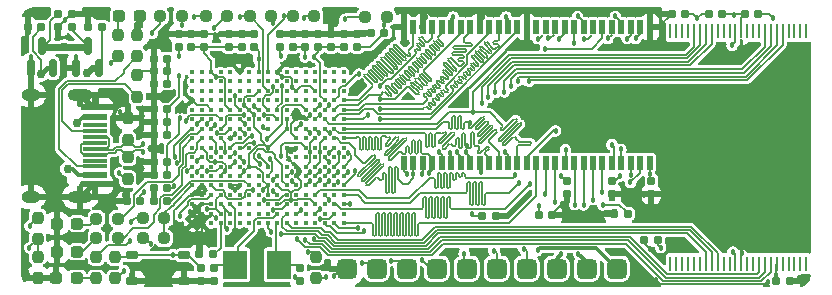
<source format=gtl>
G04 #@! TF.GenerationSoftware,KiCad,Pcbnew,(6.0.11-0)*
G04 #@! TF.CreationDate,2023-02-06T17:09:19+08:00*
G04 #@! TF.ProjectId,us3c,75733363-2e6b-4696-9361-645f70636258,rev?*
G04 #@! TF.SameCoordinates,Original*
G04 #@! TF.FileFunction,Copper,L1,Top*
G04 #@! TF.FilePolarity,Positive*
%FSLAX46Y46*%
G04 Gerber Fmt 4.6, Leading zero omitted, Abs format (unit mm)*
G04 Created by KiCad (PCBNEW (6.0.11-0)) date 2023-02-06 17:09:19*
%MOMM*%
%LPD*%
G01*
G04 APERTURE LIST*
G04 Aperture macros list*
%AMRoundRect*
0 Rectangle with rounded corners*
0 $1 Rounding radius*
0 $2 $3 $4 $5 $6 $7 $8 $9 X,Y pos of 4 corners*
0 Add a 4 corners polygon primitive as box body*
4,1,4,$2,$3,$4,$5,$6,$7,$8,$9,$2,$3,0*
0 Add four circle primitives for the rounded corners*
1,1,$1+$1,$2,$3*
1,1,$1+$1,$4,$5*
1,1,$1+$1,$6,$7*
1,1,$1+$1,$8,$9*
0 Add four rect primitives between the rounded corners*
20,1,$1+$1,$2,$3,$4,$5,0*
20,1,$1+$1,$4,$5,$6,$7,0*
20,1,$1+$1,$6,$7,$8,$9,0*
20,1,$1+$1,$8,$9,$2,$3,0*%
G04 Aperture macros list end*
G04 #@! TA.AperFunction,SMDPad,CuDef*
%ADD10RoundRect,0.237500X-0.287500X-0.237500X0.287500X-0.237500X0.287500X0.237500X-0.287500X0.237500X0*%
G04 #@! TD*
G04 #@! TA.AperFunction,SMDPad,CuDef*
%ADD11RoundRect,0.150000X0.150000X-0.587500X0.150000X0.587500X-0.150000X0.587500X-0.150000X-0.587500X0*%
G04 #@! TD*
G04 #@! TA.AperFunction,SMDPad,CuDef*
%ADD12RoundRect,0.237500X-0.237500X0.250000X-0.237500X-0.250000X0.237500X-0.250000X0.237500X0.250000X0*%
G04 #@! TD*
G04 #@! TA.AperFunction,SMDPad,CuDef*
%ADD13RoundRect,0.155000X-0.212500X-0.155000X0.212500X-0.155000X0.212500X0.155000X-0.212500X0.155000X0*%
G04 #@! TD*
G04 #@! TA.AperFunction,SMDPad,CuDef*
%ADD14RoundRect,0.155000X-0.155000X0.212500X-0.155000X-0.212500X0.155000X-0.212500X0.155000X0.212500X0*%
G04 #@! TD*
G04 #@! TA.AperFunction,SMDPad,CuDef*
%ADD15C,0.410000*%
G04 #@! TD*
G04 #@! TA.AperFunction,SMDPad,CuDef*
%ADD16R,2.000000X0.600000*%
G04 #@! TD*
G04 #@! TA.AperFunction,SMDPad,CuDef*
%ADD17R,2.000000X0.300000*%
G04 #@! TD*
G04 #@! TA.AperFunction,SMDPad,CuDef*
%ADD18R,1.450000X0.600000*%
G04 #@! TD*
G04 #@! TA.AperFunction,ComponentPad*
%ADD19O,1.600000X1.000000*%
G04 #@! TD*
G04 #@! TA.AperFunction,ComponentPad*
%ADD20O,2.100000X1.000000*%
G04 #@! TD*
G04 #@! TA.AperFunction,SMDPad,CuDef*
%ADD21RoundRect,0.175260X-0.349250X-0.175260X0.349250X-0.175260X0.349250X0.175260X-0.349250X0.175260X0*%
G04 #@! TD*
G04 #@! TA.AperFunction,SMDPad,CuDef*
%ADD22RoundRect,0.155000X0.212500X0.155000X-0.212500X0.155000X-0.212500X-0.155000X0.212500X-0.155000X0*%
G04 #@! TD*
G04 #@! TA.AperFunction,SMDPad,CuDef*
%ADD23RoundRect,0.237500X0.237500X-0.250000X0.237500X0.250000X-0.237500X0.250000X-0.237500X-0.250000X0*%
G04 #@! TD*
G04 #@! TA.AperFunction,SMDPad,CuDef*
%ADD24RoundRect,0.237500X-0.250000X-0.237500X0.250000X-0.237500X0.250000X0.237500X-0.250000X0.237500X0*%
G04 #@! TD*
G04 #@! TA.AperFunction,SMDPad,CuDef*
%ADD25RoundRect,0.155000X0.155000X-0.212500X0.155000X0.212500X-0.155000X0.212500X-0.155000X-0.212500X0*%
G04 #@! TD*
G04 #@! TA.AperFunction,SMDPad,CuDef*
%ADD26RoundRect,0.425000X0.425000X-0.425000X0.425000X0.425000X-0.425000X0.425000X-0.425000X-0.425000X0*%
G04 #@! TD*
G04 #@! TA.AperFunction,SMDPad,CuDef*
%ADD27R,0.508000X1.193800*%
G04 #@! TD*
G04 #@! TA.AperFunction,SMDPad,CuDef*
%ADD28R,0.254000X1.282700*%
G04 #@! TD*
G04 #@! TA.AperFunction,SMDPad,CuDef*
%ADD29RoundRect,0.237500X0.250000X0.237500X-0.250000X0.237500X-0.250000X-0.237500X0.250000X-0.237500X0*%
G04 #@! TD*
G04 #@! TA.AperFunction,SMDPad,CuDef*
%ADD30RoundRect,0.237500X0.287500X0.237500X-0.287500X0.237500X-0.287500X-0.237500X0.287500X-0.237500X0*%
G04 #@! TD*
G04 #@! TA.AperFunction,SMDPad,CuDef*
%ADD31R,2.000000X2.400000*%
G04 #@! TD*
G04 #@! TA.AperFunction,ViaPad*
%ADD32C,0.457200*%
G04 #@! TD*
G04 #@! TA.AperFunction,ViaPad*
%ADD33C,0.762000*%
G04 #@! TD*
G04 #@! TA.AperFunction,Conductor*
%ADD34C,0.152400*%
G04 #@! TD*
G04 #@! TA.AperFunction,Conductor*
%ADD35C,0.457200*%
G04 #@! TD*
G04 #@! TA.AperFunction,Conductor*
%ADD36C,0.304800*%
G04 #@! TD*
G04 #@! TA.AperFunction,Conductor*
%ADD37C,0.609600*%
G04 #@! TD*
G04 #@! TA.AperFunction,Conductor*
%ADD38C,0.177800*%
G04 #@! TD*
G04 #@! TA.AperFunction,Conductor*
%ADD39C,0.170434*%
G04 #@! TD*
G04 APERTURE END LIST*
D10*
G04 #@! TO.P,D4,1,K*
G04 #@! TO.N,GND*
X20994400Y-39293800D03*
G04 #@! TO.P,D4,2,A*
G04 #@! TO.N,Net-(D4-Pad2)*
X22744400Y-39293800D03*
G04 #@! TD*
D11*
G04 #@! TO.P,U3,1,GND*
G04 #@! TO.N,GND*
X18785800Y-23746700D03*
G04 #@! TO.P,U3,2,VO*
G04 #@! TO.N,+3V3*
X20685800Y-23746700D03*
G04 #@! TO.P,U3,3,VI*
G04 #@! TO.N,+5V*
X19735800Y-21871700D03*
G04 #@! TD*
D12*
G04 #@! TO.P,R21,1*
G04 #@! TO.N,/GPIO_G9*
X25958800Y-39725600D03*
G04 #@! TO.P,R21,2*
G04 #@! TO.N,+3V3*
X25958800Y-41550600D03*
G04 #@! TD*
D13*
G04 #@! TO.P,C45,1*
G04 #@! TO.N,GND*
X29218000Y-33883600D03*
G04 #@! TO.P,C45,2*
G04 #@! TO.N,+1V8*
X30353000Y-33883600D03*
G04 #@! TD*
D14*
G04 #@! TO.P,C21,1*
G04 #@! TO.N,GND*
X31343600Y-20819300D03*
G04 #@! TO.P,C21,2*
G04 #@! TO.N,+3V3*
X31343600Y-21954300D03*
G04 #@! TD*
G04 #@! TO.P,C40,1*
G04 #@! TO.N,GND*
X35585400Y-20819300D03*
G04 #@! TO.P,C40,2*
G04 #@! TO.N,+1V8*
X35585400Y-21954300D03*
G04 #@! TD*
D13*
G04 #@! TO.P,C35,1*
G04 #@! TO.N,GND*
X23664100Y-20243800D03*
G04 #@! TO.P,C35,2*
G04 #@! TO.N,+1V8*
X24799100Y-20243800D03*
G04 #@! TD*
G04 #@! TO.P,C43,1*
G04 #@! TO.N,GND*
X29218000Y-32766000D03*
G04 #@! TO.P,C43,2*
G04 #@! TO.N,+1V8*
X30353000Y-32766000D03*
G04 #@! TD*
D15*
G04 #@! TO.P,IC1,A1,DATA19*
G04 #@! TO.N,unconnected-(IC1-PadA1)*
X45287400Y-24081201D03*
G04 #@! TO.P,IC1,A2,DATA18*
G04 #@! TO.N,unconnected-(IC1-PadA2)*
X45287400Y-24881201D03*
G04 #@! TO.P,IC1,A3,DATA16*
G04 #@! TO.N,unconnected-(IC1-PadA3)*
X45287400Y-25681201D03*
G04 #@! TO.P,IC1,A4,DATA15*
G04 #@! TO.N,/BUS_DAT15*
X45287400Y-26481201D03*
G04 #@! TO.P,IC1,A5,DATA11*
G04 #@! TO.N,/BUS_DAT11*
X45287400Y-27281201D03*
G04 #@! TO.P,IC1,A6,VDDMOP_1*
G04 #@! TO.N,+3V3*
X45287400Y-28081201D03*
G04 #@! TO.P,IC1,A7,DATA6*
G04 #@! TO.N,/BUS_DAT6*
X45287400Y-28881201D03*
G04 #@! TO.P,IC1,A8,DATA1*
G04 #@! TO.N,/BUS_DAT1*
X45287400Y-29681201D03*
G04 #@! TO.P,IC1,A9,ADDR21/GPA6*
G04 #@! TO.N,unconnected-(IC1-PadA9)*
X45287400Y-30481201D03*
G04 #@! TO.P,IC1,A10,ADDR16/GPA1*
G04 #@! TO.N,unconnected-(IC1-PadA10)*
X45287400Y-31281201D03*
G04 #@! TO.P,IC1,A11,ADDR13*
G04 #@! TO.N,/BUS_ADR13*
X45287400Y-32081201D03*
G04 #@! TO.P,IC1,A12,VSSMOP_1*
G04 #@! TO.N,GND*
X45287400Y-32881201D03*
G04 #@! TO.P,IC1,A13,ADDR6*
G04 #@! TO.N,/BUS_ADR6*
X45287400Y-33681201D03*
G04 #@! TO.P,IC1,A14,ADDR2*
G04 #@! TO.N,/BUS_ADR2*
X45287400Y-34481201D03*
G04 #@! TO.P,IC1,A15,VDDMOP_2*
G04 #@! TO.N,+3V3*
X45287400Y-35281201D03*
G04 #@! TO.P,IC1,A16,NBE3:NWBE3:DQM3*
G04 #@! TO.N,unconnected-(IC1-PadA16)*
X45287400Y-36081201D03*
G04 #@! TO.P,IC1,A17,NBE0:NWBE0:DQM0*
G04 #@! TO.N,/DRAM_DQML*
X45287400Y-36881201D03*
G04 #@! TO.P,IC1,B1,DATA22*
G04 #@! TO.N,unconnected-(IC1-PadB1)*
X44487400Y-24081201D03*
G04 #@! TO.P,IC1,B2,DATA20*
G04 #@! TO.N,unconnected-(IC1-PadB2)*
X44487400Y-24881201D03*
G04 #@! TO.P,IC1,B3,DATA17*
G04 #@! TO.N,unconnected-(IC1-PadB3)*
X44487400Y-25681201D03*
G04 #@! TO.P,IC1,B4,VDDMOP_3*
G04 #@! TO.N,+3V3*
X44487400Y-26481201D03*
G04 #@! TO.P,IC1,B5,DATA13*
G04 #@! TO.N,/BUS_DAT13*
X44487400Y-27281201D03*
G04 #@! TO.P,IC1,B6,DATA9*
G04 #@! TO.N,/BUS_DAT9*
X44487400Y-28081201D03*
G04 #@! TO.P,IC1,B7,DATA5*
G04 #@! TO.N,/BUS_DAT5*
X44487400Y-28881201D03*
G04 #@! TO.P,IC1,B8,DATA0*
G04 #@! TO.N,/BUS_DAT0*
X44487400Y-29681201D03*
G04 #@! TO.P,IC1,B9,ADDR24/GPA9*
G04 #@! TO.N,/BUS_ADR24*
X44487400Y-30481201D03*
G04 #@! TO.P,IC1,B10,ADDR17/GPA2*
G04 #@! TO.N,unconnected-(IC1-PadB10)*
X44487400Y-31281201D03*
G04 #@! TO.P,IC1,B11,ADDR12*
G04 #@! TO.N,/BUS_ADR12*
X44487400Y-32081201D03*
G04 #@! TO.P,IC1,B12,ADDR8*
G04 #@! TO.N,/BUS_ADR8*
X44487400Y-32881201D03*
G04 #@! TO.P,IC1,B13,ADDR4*
G04 #@! TO.N,/BUS_ADR4*
X44487400Y-33681201D03*
G04 #@! TO.P,IC1,B14,ADDR0/GPA0*
G04 #@! TO.N,unconnected-(IC1-PadB14)*
X44487400Y-34481201D03*
G04 #@! TO.P,IC1,B15,NSRAS*
G04 #@! TO.N,/DRAM_NSRAS*
X44487400Y-35281201D03*
G04 #@! TO.P,IC1,B16,NBE1:NWBE1:DQM1*
G04 #@! TO.N,/DRAM_DQMU*
X44487400Y-36081201D03*
G04 #@! TO.P,IC1,B17,VSSI_1*
G04 #@! TO.N,GND*
X44487400Y-36881201D03*
G04 #@! TO.P,IC1,C1,DATA24*
G04 #@! TO.N,unconnected-(IC1-PadC1)*
X43687400Y-24081201D03*
G04 #@! TO.P,IC1,C2,DATA23*
G04 #@! TO.N,unconnected-(IC1-PadC2)*
X43687400Y-24881201D03*
G04 #@! TO.P,IC1,C3,DATA21*
G04 #@! TO.N,unconnected-(IC1-PadC3)*
X43687400Y-25681201D03*
G04 #@! TO.P,IC1,C4,VDDI_1*
G04 #@! TO.N,+1V8*
X43687400Y-26481201D03*
G04 #@! TO.P,IC1,C5,DATA12*
G04 #@! TO.N,/BUS_DAT12*
X43687400Y-27281201D03*
G04 #@! TO.P,IC1,C6,DATA7*
G04 #@! TO.N,/BUS_DAT7*
X43687400Y-28081201D03*
G04 #@! TO.P,IC1,C7,DATA4*
G04 #@! TO.N,/BUS_DAT4*
X43687400Y-28881201D03*
G04 #@! TO.P,IC1,C8,VDDI_2*
G04 #@! TO.N,+1V8*
X43687400Y-29681201D03*
G04 #@! TO.P,IC1,C9,ADDR25/GPA10*
G04 #@! TO.N,unconnected-(IC1-PadC9)*
X43687400Y-30481201D03*
G04 #@! TO.P,IC1,C10,VSSMOP_2*
G04 #@! TO.N,GND*
X43687400Y-31281201D03*
G04 #@! TO.P,IC1,C11,ADDR14*
G04 #@! TO.N,unconnected-(IC1-PadC11)*
X43687400Y-32081201D03*
G04 #@! TO.P,IC1,C12,ADDR7*
G04 #@! TO.N,/BUS_ADR7*
X43687400Y-32881201D03*
G04 #@! TO.P,IC1,C13,ADDR3*
G04 #@! TO.N,/BUS_ADR3*
X43687400Y-33681201D03*
G04 #@! TO.P,IC1,C14,NSCAS*
G04 #@! TO.N,/DRAM_NSCAS*
X43687400Y-34481201D03*
G04 #@! TO.P,IC1,C15,NBE2:NWBE2:DQM2*
G04 #@! TO.N,unconnected-(IC1-PadC15)*
X43687400Y-35281201D03*
G04 #@! TO.P,IC1,C16,NOE*
G04 #@! TO.N,unconnected-(IC1-PadC16)*
X43687400Y-36081201D03*
G04 #@! TO.P,IC1,C17,VDDI_3*
G04 #@! TO.N,+1V8*
X43687400Y-36881201D03*
G04 #@! TO.P,IC1,D1,DATA27*
G04 #@! TO.N,unconnected-(IC1-PadD1)*
X42887400Y-24081201D03*
G04 #@! TO.P,IC1,D2,DATA25*
G04 #@! TO.N,unconnected-(IC1-PadD2)*
X42887400Y-24881201D03*
G04 #@! TO.P,IC1,D3,VSSMOP_3*
G04 #@! TO.N,GND*
X42887400Y-25681201D03*
G04 #@! TO.P,IC1,D4,DATA26*
G04 #@! TO.N,unconnected-(IC1-PadD4)*
X42887400Y-26481201D03*
G04 #@! TO.P,IC1,D5,DATA14*
G04 #@! TO.N,/BUS_DAT14*
X42887400Y-27281201D03*
G04 #@! TO.P,IC1,D6,DATA10*
G04 #@! TO.N,/BUS_DAT10*
X42887400Y-28081201D03*
G04 #@! TO.P,IC1,D7,DATA2*
G04 #@! TO.N,/BUS_DAT2*
X42887400Y-28881201D03*
G04 #@! TO.P,IC1,D8,VDDMOP_4*
G04 #@! TO.N,+3V3*
X42887400Y-29681201D03*
G04 #@! TO.P,IC1,D9,ADDR22/GPA7*
G04 #@! TO.N,unconnected-(IC1-PadD9)*
X42887400Y-30481201D03*
G04 #@! TO.P,IC1,D10,ADDR19/GPA4*
G04 #@! TO.N,unconnected-(IC1-PadD10)*
X42887400Y-31281201D03*
G04 #@! TO.P,IC1,D11,VDDI_4*
G04 #@! TO.N,+1V8*
X42887400Y-32081201D03*
G04 #@! TO.P,IC1,D12,ADDR10*
G04 #@! TO.N,/BUS_ADR10*
X42887400Y-32881201D03*
G04 #@! TO.P,IC1,D13,ADDR5*
G04 #@! TO.N,/BUS_ADR5*
X42887400Y-33681201D03*
G04 #@! TO.P,IC1,D14,ADDR1*
G04 #@! TO.N,/BUS_ADR1*
X42887400Y-34481201D03*
G04 #@! TO.P,IC1,D15,VSSMOP_4*
G04 #@! TO.N,GND*
X42887400Y-35281201D03*
G04 #@! TO.P,IC1,D16,SCKE*
G04 #@! TO.N,/DRAM_SCKE*
X42887400Y-36081201D03*
G04 #@! TO.P,IC1,D17,NGCS0*
G04 #@! TO.N,unconnected-(IC1-PadD17)*
X42887400Y-36881201D03*
G04 #@! TO.P,IC1,E1,DATA31*
G04 #@! TO.N,unconnected-(IC1-PadE1)*
X42087400Y-24081201D03*
G04 #@! TO.P,IC1,E2,DATA29*
G04 #@! TO.N,unconnected-(IC1-PadE2)*
X42087400Y-24881201D03*
G04 #@! TO.P,IC1,E3,DATA28*
G04 #@! TO.N,unconnected-(IC1-PadE3)*
X42087400Y-25681201D03*
G04 #@! TO.P,IC1,E4,DATA30*
G04 #@! TO.N,unconnected-(IC1-PadE4)*
X42087400Y-26481201D03*
G04 #@! TO.P,IC1,E5,VDDMOP_5*
G04 #@! TO.N,+3V3*
X42087400Y-27281201D03*
G04 #@! TO.P,IC1,E6,VSSMOP_5*
G04 #@! TO.N,GND*
X42087400Y-28081201D03*
G04 #@! TO.P,IC1,E7,DATA3*
G04 #@! TO.N,/BUS_DAT3*
X42087400Y-28881201D03*
G04 #@! TO.P,IC1,E8,ADDR26/GPA11*
G04 #@! TO.N,unconnected-(IC1-PadE8)*
X42087400Y-29681201D03*
G04 #@! TO.P,IC1,E9,ADDR23/GPA8*
G04 #@! TO.N,/BUS_ADR23*
X42087400Y-30481201D03*
G04 #@! TO.P,IC1,E10,ADDR18/GPA3*
G04 #@! TO.N,unconnected-(IC1-PadE10)*
X42087400Y-31281201D03*
G04 #@! TO.P,IC1,E11,VDDMOP_6*
G04 #@! TO.N,+3V3*
X42087400Y-32081201D03*
G04 #@! TO.P,IC1,E12,ADDR11*
G04 #@! TO.N,/BUS_ADR11*
X42087400Y-32881201D03*
G04 #@! TO.P,IC1,E13,NWE*
G04 #@! TO.N,/BUS_NWE*
X42087400Y-33681201D03*
G04 #@! TO.P,IC1,E14,NGCS3/GPA14*
G04 #@! TO.N,unconnected-(IC1-PadE14)*
X42087400Y-34481201D03*
G04 #@! TO.P,IC1,E15,NGCS1/GPA12*
G04 #@! TO.N,unconnected-(IC1-PadE15)*
X42087400Y-35281201D03*
G04 #@! TO.P,IC1,E16,NGCS2/GPA13*
G04 #@! TO.N,unconnected-(IC1-PadE16)*
X42087400Y-36081201D03*
G04 #@! TO.P,IC1,E17,NGCS4/GPA15*
G04 #@! TO.N,unconnected-(IC1-PadE17)*
X42087400Y-36881201D03*
G04 #@! TO.P,IC1,F1,TOUT1/GPB1*
G04 #@! TO.N,unconnected-(IC1-PadF1)*
X41287400Y-24081201D03*
G04 #@! TO.P,IC1,F2,TOUT0/GPB0*
G04 #@! TO.N,unconnected-(IC1-PadF2)*
X41287400Y-24881201D03*
G04 #@! TO.P,IC1,F3,VSSMOP_6*
G04 #@! TO.N,GND*
X41287400Y-25681201D03*
G04 #@! TO.P,IC1,F4,TOUT2/GPB2*
G04 #@! TO.N,unconnected-(IC1-PadF4)*
X41287400Y-26481201D03*
G04 #@! TO.P,IC1,F5,VSSOP_1*
G04 #@! TO.N,GND*
X41287400Y-27281201D03*
G04 #@! TO.P,IC1,F6,VSSI_2*
X41287400Y-28081201D03*
G04 #@! TO.P,IC1,F7,DATA8*
G04 #@! TO.N,/BUS_DAT8*
X41287400Y-28881201D03*
G04 #@! TO.P,IC1,F8,VSSMOP_7*
G04 #@! TO.N,GND*
X41287400Y-29681201D03*
G04 #@! TO.P,IC1,F9,VSSI_3*
X41287400Y-30481201D03*
G04 #@! TO.P,IC1,F10,ADDR20/GPA5*
G04 #@! TO.N,unconnected-(IC1-PadF10)*
X41287400Y-31281201D03*
G04 #@! TO.P,IC1,F11,VSSI_4*
G04 #@! TO.N,GND*
X41287400Y-32081201D03*
G04 #@! TO.P,IC1,F12,VSSMOP_8*
X41287400Y-32881201D03*
G04 #@! TO.P,IC1,F13,SCLK0*
G04 #@! TO.N,/DRAM_SCLK*
X41287400Y-33681201D03*
G04 #@! TO.P,IC1,F14,SCLK1*
G04 #@! TO.N,unconnected-(IC1-PadF14)*
X41287400Y-34481201D03*
G04 #@! TO.P,IC1,F15,NGCS5/GPA16*
G04 #@! TO.N,unconnected-(IC1-PadF15)*
X41287400Y-35281201D03*
G04 #@! TO.P,IC1,F16,NGCS6:NSCS0*
G04 #@! TO.N,/DRAM_CS*
X41287400Y-36081201D03*
G04 #@! TO.P,IC1,F17,NGCS7:NSCS1*
G04 #@! TO.N,unconnected-(IC1-PadF17)*
X41287400Y-36881201D03*
G04 #@! TO.P,IC1,G1,NXBACK/GPB5*
G04 #@! TO.N,unconnected-(IC1-PadG1)*
X40487400Y-24081201D03*
G04 #@! TO.P,IC1,G2,NXDACK1/GPB7*
G04 #@! TO.N,unconnected-(IC1-PadG2)*
X40487400Y-24881201D03*
G04 #@! TO.P,IC1,G3,TOUT3/GPB3*
G04 #@! TO.N,unconnected-(IC1-PadG3)*
X40487400Y-25681201D03*
G04 #@! TO.P,IC1,G4,TCLK0/GPB4*
G04 #@! TO.N,unconnected-(IC1-PadG4)*
X40487400Y-26481201D03*
G04 #@! TO.P,IC1,G5,NXBREQ/GPB6*
G04 #@! TO.N,unconnected-(IC1-PadG5)*
X40487400Y-27281201D03*
G04 #@! TO.P,IC1,G6,VDDALIVE_1*
G04 #@! TO.N,+1V8*
X40487400Y-28081201D03*
G04 #@! TO.P,IC1,G7,VDDIARM_1*
X40487400Y-28881201D03*
G04 #@! TO.P,IC1,G9,VSSMOP_9*
G04 #@! TO.N,GND*
X40487400Y-30481201D03*
G04 #@! TO.P,IC1,G11,ADDR15*
G04 #@! TO.N,unconnected-(IC1-PadG11)*
X40487400Y-32081201D03*
G04 #@! TO.P,IC1,G12,ADDR9*
G04 #@! TO.N,/BUS_ADR9*
X40487400Y-32881201D03*
G04 #@! TO.P,IC1,G13,NWAIT*
G04 #@! TO.N,/BUS_NWAIT*
X40487400Y-33681201D03*
G04 #@! TO.P,IC1,G14,ALE/GPA18*
G04 #@! TO.N,/NAND_ALE*
X40487400Y-34481201D03*
G04 #@! TO.P,IC1,G15,NFWE/GPA19*
G04 #@! TO.N,/NAND_NFWE*
X40487400Y-35281201D03*
G04 #@! TO.P,IC1,G16,NFRE/GPA20*
G04 #@! TO.N,/NAND_NFRE*
X40487400Y-36081201D03*
G04 #@! TO.P,IC1,G17,NFCE/GPA22*
G04 #@! TO.N,/NAND_NFCE*
X40487400Y-36881201D03*
G04 #@! TO.P,IC1,H1,VSSIARM_1*
G04 #@! TO.N,GND*
X39687400Y-24081201D03*
G04 #@! TO.P,IC1,H2,NXDACK0/GPB9*
G04 #@! TO.N,unconnected-(IC1-PadH2)*
X39687400Y-24881201D03*
G04 #@! TO.P,IC1,H3,NXDREQ0/GPB10*
G04 #@! TO.N,unconnected-(IC1-PadH3)*
X39687400Y-25681201D03*
G04 #@! TO.P,IC1,H4,NXDREQ1/GPB8*
G04 #@! TO.N,unconnected-(IC1-PadH4)*
X39687400Y-26481201D03*
G04 #@! TO.P,IC1,H5,NTRST*
G04 #@! TO.N,/JTAG_NTRST*
X39687400Y-27281201D03*
G04 #@! TO.P,IC1,H6,TCK*
G04 #@! TO.N,/JTAG_TCK*
X39687400Y-28081201D03*
G04 #@! TO.P,IC1,H12,CLE/GPA17*
G04 #@! TO.N,/NAND_CLE*
X39687400Y-32881201D03*
G04 #@! TO.P,IC1,H13,VSSOP_2*
G04 #@! TO.N,GND*
X39687400Y-33681201D03*
G04 #@! TO.P,IC1,H14,VDDMOP_7*
G04 #@! TO.N,+3V3*
X39687400Y-34481201D03*
G04 #@! TO.P,IC1,H15,VSSI_5*
G04 #@! TO.N,GND*
X39687400Y-35281201D03*
G04 #@! TO.P,IC1,H16,XTOPLL*
G04 #@! TO.N,/XTAL_OUT*
X39687400Y-36081201D03*
G04 #@! TO.P,IC1,H17,XTIPLL*
G04 #@! TO.N,/XTAL_IN*
X39687400Y-36881201D03*
G04 #@! TO.P,IC1,J1,TDI*
G04 #@! TO.N,/JTAG_TDI*
X38887400Y-24081201D03*
G04 #@! TO.P,IC1,J2,VCLK:LCD_HCLK/GPC1*
G04 #@! TO.N,unconnected-(IC1-PadJ2)*
X38887400Y-24881201D03*
G04 #@! TO.P,IC1,J3,TMS*
G04 #@! TO.N,/JTAG_TMS*
X38887400Y-25681201D03*
G04 #@! TO.P,IC1,J4,LEND:STH/GPC0*
G04 #@! TO.N,unconnected-(IC1-PadJ4)*
X38887400Y-26481201D03*
G04 #@! TO.P,IC1,J5,TDO*
G04 #@! TO.N,/JTAG_TDO*
X38887400Y-27281201D03*
G04 #@! TO.P,IC1,J6,VLINE:HSYNC:CPV/GPC2*
G04 #@! TO.N,unconnected-(IC1-PadJ6)*
X38887400Y-28081201D03*
G04 #@! TO.P,IC1,J7,VSSIARM_2*
G04 #@! TO.N,GND*
X38887400Y-28881201D03*
G04 #@! TO.P,IC1,J11,EXTCLK*
G04 #@! TO.N,+3V3*
X38887400Y-32081201D03*
G04 #@! TO.P,IC1,J12,NRESET*
G04 #@! TO.N,/NRESET*
X38887400Y-32881201D03*
G04 #@! TO.P,IC1,J13,VDDI_5*
G04 #@! TO.N,+1V8*
X38887400Y-33681201D03*
G04 #@! TO.P,IC1,J14,VDDALIVE_2*
X38887400Y-34481201D03*
G04 #@! TO.P,IC1,J15,PWREN*
G04 #@! TO.N,unconnected-(IC1-PadJ15)*
X38887400Y-35281201D03*
G04 #@! TO.P,IC1,J16,NRSTOUT/GPA21*
G04 #@! TO.N,unconnected-(IC1-PadJ16)*
X38887400Y-36081201D03*
G04 #@! TO.P,IC1,J17,NBATT_FLT*
G04 #@! TO.N,+3V3*
X38887400Y-36881201D03*
G04 #@! TO.P,IC1,K1,VDDOP_1*
X38087400Y-24081201D03*
G04 #@! TO.P,IC1,K2,VM:VDEN:TP/GPC4*
G04 #@! TO.N,unconnected-(IC1-PadK2)*
X38087400Y-24881201D03*
G04 #@! TO.P,IC1,K3,VDDIARM_2*
G04 #@! TO.N,+1V8*
X38087400Y-25681201D03*
G04 #@! TO.P,IC1,K4,VFRAME:VSYNC:STV/GPC3*
G04 #@! TO.N,unconnected-(IC1-PadK4)*
X38087400Y-26481201D03*
G04 #@! TO.P,IC1,K5,VSSOP_3*
G04 #@! TO.N,GND*
X38087400Y-27281201D03*
G04 #@! TO.P,IC1,K6,LCDVF0/GPC5*
G04 #@! TO.N,unconnected-(IC1-PadK6)*
X38087400Y-28081201D03*
G04 #@! TO.P,IC1,K12,RXD2/NCTS1/GPH7*
G04 #@! TO.N,unconnected-(IC1-PadK12)*
X38087400Y-32881201D03*
G04 #@! TO.P,IC1,K13,TXD2/NRTS1/GPH6*
G04 #@! TO.N,unconnected-(IC1-PadK13)*
X38087400Y-33681201D03*
G04 #@! TO.P,IC1,K14,RXD1/GPH5*
G04 #@! TO.N,unconnected-(IC1-PadK14)*
X38087400Y-34481201D03*
G04 #@! TO.P,IC1,K15,TXD0/GPH2*
G04 #@! TO.N,unconnected-(IC1-PadK15)*
X38087400Y-35281201D03*
G04 #@! TO.P,IC1,K16,TXD1/GPH4*
G04 #@! TO.N,unconnected-(IC1-PadK16)*
X38087400Y-36081201D03*
G04 #@! TO.P,IC1,K17,RXD0/GPH3*
G04 #@! TO.N,unconnected-(IC1-PadK17)*
X38087400Y-36881201D03*
G04 #@! TO.P,IC1,L1,VD0/GPC8*
G04 #@! TO.N,unconnected-(IC1-PadL1)*
X37287400Y-24081201D03*
G04 #@! TO.P,IC1,L2,VD1/GPC9*
G04 #@! TO.N,unconnected-(IC1-PadL2)*
X37287400Y-24881201D03*
G04 #@! TO.P,IC1,L3,LCDVF2/GPC7*
G04 #@! TO.N,unconnected-(IC1-PadL3)*
X37287400Y-25681201D03*
G04 #@! TO.P,IC1,L4,VD2/GPC10*
G04 #@! TO.N,unconnected-(IC1-PadL4)*
X37287400Y-26481201D03*
G04 #@! TO.P,IC1,L5,VDDIARM_3*
G04 #@! TO.N,+1V8*
X37287400Y-27281201D03*
G04 #@! TO.P,IC1,L6,LCDVF1/GPC6*
G04 #@! TO.N,unconnected-(IC1-PadL6)*
X37287400Y-28081201D03*
G04 #@! TO.P,IC1,L7,IICSCL/GPE14*
G04 #@! TO.N,unconnected-(IC1-PadL7)*
X37287400Y-28881201D03*
G04 #@! TO.P,IC1,L9,EINT11/NSS1/GPG3*
G04 #@! TO.N,unconnected-(IC1-PadL9)*
X37287400Y-30481201D03*
G04 #@! TO.P,IC1,L11,VDDI_UPLL*
G04 #@! TO.N,+1V8*
X37287400Y-32081201D03*
G04 #@! TO.P,IC1,L12,NRTS0/GPH1*
G04 #@! TO.N,unconnected-(IC1-PadL12)*
X37287400Y-32881201D03*
G04 #@! TO.P,IC1,L13,UPLLCAP*
G04 #@! TO.N,Net-(C1-Pad1)*
X37287400Y-33681201D03*
G04 #@! TO.P,IC1,L14,NCTS0/GPH0*
G04 #@! TO.N,unconnected-(IC1-PadL14)*
X37287400Y-34481201D03*
G04 #@! TO.P,IC1,L15,EINT6/GPF6*
G04 #@! TO.N,unconnected-(IC1-PadL15)*
X37287400Y-35281201D03*
G04 #@! TO.P,IC1,L16,UEXTCLK/GPH8*
G04 #@! TO.N,unconnected-(IC1-PadL16)*
X37287400Y-36081201D03*
G04 #@! TO.P,IC1,L17,EINT7/GPF7*
G04 #@! TO.N,unconnected-(IC1-PadL17)*
X37287400Y-36881201D03*
G04 #@! TO.P,IC1,M1,VSSIARM_3*
G04 #@! TO.N,GND*
X36487400Y-24081201D03*
G04 #@! TO.P,IC1,M2,VD5/GPC13*
G04 #@! TO.N,unconnected-(IC1-PadM2)*
X36487400Y-24881201D03*
G04 #@! TO.P,IC1,M3,VD3/GPC11*
G04 #@! TO.N,unconnected-(IC1-PadM3)*
X36487400Y-25681201D03*
G04 #@! TO.P,IC1,M4,VD4/GPC12*
G04 #@! TO.N,unconnected-(IC1-PadM4)*
X36487400Y-26481201D03*
G04 #@! TO.P,IC1,M5,VSSIARM_4*
G04 #@! TO.N,GND*
X36487400Y-27281201D03*
G04 #@! TO.P,IC1,M6,VDDOP_2*
G04 #@! TO.N,+3V3*
X36487400Y-28081201D03*
G04 #@! TO.P,IC1,M7,VDDIARM_4*
G04 #@! TO.N,+1V8*
X36487400Y-28881201D03*
G04 #@! TO.P,IC1,M8,IICSDA/GPE15*
G04 #@! TO.N,unconnected-(IC1-PadM8)*
X36487400Y-29681201D03*
G04 #@! TO.P,IC1,M9,VSSIARM_5*
G04 #@! TO.N,GND*
X36487400Y-30481201D03*
G04 #@! TO.P,IC1,M10,DP1/PDP0*
G04 #@! TO.N,/USB_DP*
X36487400Y-31281201D03*
G04 #@! TO.P,IC1,M11,EINT23/NYPON/GPG15*
G04 #@! TO.N,unconnected-(IC1-PadM11)*
X36487400Y-32081201D03*
G04 #@! TO.P,IC1,M12,RTCVDD*
G04 #@! TO.N,+1V8*
X36487400Y-32881201D03*
G04 #@! TO.P,IC1,M13,VSSI_MPLL*
G04 #@! TO.N,GND*
X36487400Y-33681201D03*
G04 #@! TO.P,IC1,M14,EINT5/GPF5*
G04 #@! TO.N,unconnected-(IC1-PadM14)*
X36487400Y-34481201D03*
G04 #@! TO.P,IC1,M15,EINT4/GPF4*
G04 #@! TO.N,unconnected-(IC1-PadM15)*
X36487400Y-35281201D03*
G04 #@! TO.P,IC1,M16,EINT2/GPF2*
G04 #@! TO.N,unconnected-(IC1-PadM16)*
X36487400Y-36081201D03*
G04 #@! TO.P,IC1,M17,EINT3/GPF3*
G04 #@! TO.N,unconnected-(IC1-PadM17)*
X36487400Y-36881201D03*
G04 #@! TO.P,IC1,N1,VD6/GPC14*
G04 #@! TO.N,unconnected-(IC1-PadN1)*
X35687400Y-24081201D03*
G04 #@! TO.P,IC1,N2,VD8/GPD0*
G04 #@! TO.N,unconnected-(IC1-PadN2)*
X35687400Y-24881201D03*
G04 #@! TO.P,IC1,N3,VD7/GPC15*
G04 #@! TO.N,unconnected-(IC1-PadN3)*
X35687400Y-25681201D03*
G04 #@! TO.P,IC1,N4,VD9/GPD1*
G04 #@! TO.N,unconnected-(IC1-PadN4)*
X35687400Y-26481201D03*
G04 #@! TO.P,IC1,N5,VDDIARM_5*
G04 #@! TO.N,+1V8*
X35687400Y-27281201D03*
G04 #@! TO.P,IC1,N6,CDCLK/GPE2*
G04 #@! TO.N,unconnected-(IC1-PadN6)*
X35687400Y-28081201D03*
G04 #@! TO.P,IC1,N7,SDDAT1/GPE8*
G04 #@! TO.N,/SD_DAT1*
X35687400Y-28881201D03*
G04 #@! TO.P,IC1,N8,VSSIARM_6*
G04 #@! TO.N,GND*
X35687400Y-29681201D03*
G04 #@! TO.P,IC1,N9,VDDOP_3*
G04 #@! TO.N,+3V3*
X35687400Y-30481201D03*
G04 #@! TO.P,IC1,N10,VDDIARM_6*
G04 #@! TO.N,+1V8*
X35687400Y-31281201D03*
G04 #@! TO.P,IC1,N11,DN1/PDN0*
G04 #@! TO.N,/USB_DN*
X35687400Y-32081201D03*
G04 #@! TO.P,IC1,N12,VREF*
G04 #@! TO.N,unconnected-(IC1-PadN12)*
X35687400Y-32881201D03*
G04 #@! TO.P,IC1,N13,AIN7*
G04 #@! TO.N,GND*
X35687400Y-33681201D03*
G04 #@! TO.P,IC1,N14,EINT0/GPF0*
G04 #@! TO.N,unconnected-(IC1-PadN14)*
X35687400Y-34481201D03*
G04 #@! TO.P,IC1,N15,VSSI_UPLL*
G04 #@! TO.N,GND*
X35687400Y-35281201D03*
G04 #@! TO.P,IC1,N16,VDDOP_4*
G04 #@! TO.N,+3V3*
X35687400Y-36081201D03*
G04 #@! TO.P,IC1,N17,EINT1/GPF1*
G04 #@! TO.N,unconnected-(IC1-PadN17)*
X35687400Y-36881201D03*
G04 #@! TO.P,IC1,P1,VD10/GPD2*
G04 #@! TO.N,unconnected-(IC1-PadP1)*
X34887400Y-24081201D03*
G04 #@! TO.P,IC1,P2,VD12/GPD4*
G04 #@! TO.N,unconnected-(IC1-PadP2)*
X34887400Y-24881201D03*
G04 #@! TO.P,IC1,P3,VD11/GPD3*
G04 #@! TO.N,unconnected-(IC1-PadP3)*
X34887400Y-25681201D03*
G04 #@! TO.P,IC1,P4,VD23/NSS0/GPD15*
G04 #@! TO.N,unconnected-(IC1-PadP4)*
X34887400Y-26481201D03*
G04 #@! TO.P,IC1,P5,I2SSCLK/GPE1*
G04 #@! TO.N,unconnected-(IC1-PadP5)*
X34887400Y-27281201D03*
G04 #@! TO.P,IC1,P6,SDCMD/GPE6*
G04 #@! TO.N,/SD_CMD*
X34887400Y-28081201D03*
G04 #@! TO.P,IC1,P7,SDDAT2/GPE9*
G04 #@! TO.N,/SD_DAT2*
X34887400Y-28881201D03*
G04 #@! TO.P,IC1,P8,SPICLK0/GPE13*
G04 #@! TO.N,/SPI0_CLK*
X34887400Y-29681201D03*
G04 #@! TO.P,IC1,P9,EINT12/LCD_PWREN/GPG4*
G04 #@! TO.N,unconnected-(IC1-PadP9)*
X34887400Y-30481201D03*
G04 #@! TO.P,IC1,P10,EINT18/GPG10*
G04 #@! TO.N,unconnected-(IC1-PadP10)*
X34887400Y-31281201D03*
G04 #@! TO.P,IC1,P11,EINT20/XMON/GPG12*
G04 #@! TO.N,/GPIO_G12*
X34887400Y-32081201D03*
G04 #@! TO.P,IC1,P12,VSSOP_4*
G04 #@! TO.N,GND*
X34887400Y-32881201D03*
G04 #@! TO.P,IC1,P13,DP0*
G04 #@! TO.N,unconnected-(IC1-PadP13)*
X34887400Y-33681201D03*
G04 #@! TO.P,IC1,P14,VDDI_MPLL*
G04 #@! TO.N,+1V8*
X34887400Y-34481201D03*
G04 #@! TO.P,IC1,P15,VDDA_ADC*
G04 #@! TO.N,+3V3*
X34887400Y-35281201D03*
G04 #@! TO.P,IC1,P16,XTIRTC*
G04 #@! TO.N,+1V8*
X34887400Y-36081201D03*
G04 #@! TO.P,IC1,P17,MPLLCAP*
G04 #@! TO.N,Net-(C2-Pad1)*
X34887400Y-36881201D03*
G04 #@! TO.P,IC1,R1,VDDIARM_7*
G04 #@! TO.N,+1V8*
X34087400Y-24081201D03*
G04 #@! TO.P,IC1,R2,VD14/GPD6*
G04 #@! TO.N,unconnected-(IC1-PadR2)*
X34087400Y-24881201D03*
G04 #@! TO.P,IC1,R3,VD17/GPD9*
G04 #@! TO.N,unconnected-(IC1-PadR3)*
X34087400Y-25681201D03*
G04 #@! TO.P,IC1,R4,VD18/GPD10*
G04 #@! TO.N,unconnected-(IC1-PadR4)*
X34087400Y-26481201D03*
G04 #@! TO.P,IC1,R5,VSSOP_5*
G04 #@! TO.N,GND*
X34087400Y-27281201D03*
G04 #@! TO.P,IC1,R6,SDDAT0/GPE7*
G04 #@! TO.N,/SD_DAT0*
X34087400Y-28081201D03*
G04 #@! TO.P,IC1,R7,SDDAT3/GPE10*
G04 #@! TO.N,/SD_DAT3*
X34087400Y-28881201D03*
G04 #@! TO.P,IC1,R8,EINT8/GPG0*
G04 #@! TO.N,/GPIO_G0*
X34087400Y-29681201D03*
G04 #@! TO.P,IC1,R9,EINT14/SPIMOSI1/GPG6*
G04 #@! TO.N,unconnected-(IC1-PadR9)*
X34087400Y-30481201D03*
G04 #@! TO.P,IC1,R10,EINT15/SPICLK1/GPG7*
G04 #@! TO.N,unconnected-(IC1-PadR10)*
X34087400Y-31281201D03*
G04 #@! TO.P,IC1,R11,EINT19/TCLK1/GPG11*
G04 #@! TO.N,unconnected-(IC1-PadR11)*
X34087400Y-32081201D03*
G04 #@! TO.P,IC1,R12,CLKOUT0/GPH9*
G04 #@! TO.N,unconnected-(IC1-PadR12)*
X34087400Y-32881201D03*
G04 #@! TO.P,IC1,R13,R/NB*
G04 #@! TO.N,/NAND_RNB*
X34087400Y-33681201D03*
G04 #@! TO.P,IC1,R14,OM0*
G04 #@! TO.N,/OM0*
X34087400Y-34481201D03*
G04 #@! TO.P,IC1,R15,AIN4*
G04 #@! TO.N,GND*
X34087400Y-35281201D03*
G04 #@! TO.P,IC1,R16,AIN6*
X34087400Y-36081201D03*
G04 #@! TO.P,IC1,R17,XTORTC*
G04 #@! TO.N,unconnected-(IC1-PadR17)*
X34087400Y-36881201D03*
G04 #@! TO.P,IC1,T1,VD13/GPD5*
G04 #@! TO.N,unconnected-(IC1-PadT1)*
X33287400Y-24081201D03*
G04 #@! TO.P,IC1,T2,VD16/GPD8*
G04 #@! TO.N,unconnected-(IC1-PadT2)*
X33287400Y-24881201D03*
G04 #@! TO.P,IC1,T3,VD20/GPD12*
G04 #@! TO.N,unconnected-(IC1-PadT3)*
X33287400Y-25681201D03*
G04 #@! TO.P,IC1,T4,VD22/NSS1/GPD14*
G04 #@! TO.N,unconnected-(IC1-PadT4)*
X33287400Y-26481201D03*
G04 #@! TO.P,IC1,T5,I2SLRCK/GPE0*
G04 #@! TO.N,unconnected-(IC1-PadT5)*
X33287400Y-27281201D03*
G04 #@! TO.P,IC1,T6,SDCLK/GPE5*
G04 #@! TO.N,/SD_CLK*
X33287400Y-28081201D03*
G04 #@! TO.P,IC1,T7,SPIMISO0/GPE11*
G04 #@! TO.N,/SPI0_MISO*
X33287400Y-28881201D03*
G04 #@! TO.P,IC1,T8,EINT10/NSS0/GPG2*
G04 #@! TO.N,/GPIO_G2*
X33287400Y-29681201D03*
G04 #@! TO.P,IC1,T9,VSSOP_6*
G04 #@! TO.N,GND*
X33287400Y-30481201D03*
G04 #@! TO.P,IC1,T10,EINT17/GPG9*
G04 #@! TO.N,/GPIO_G9*
X33287400Y-31281201D03*
G04 #@! TO.P,IC1,T11,EINT22/YMON/GPG14*
G04 #@! TO.N,/GPIO_G14*
X33287400Y-32081201D03*
G04 #@! TO.P,IC1,T12,DN0*
G04 #@! TO.N,unconnected-(IC1-PadT12)*
X33287400Y-32881201D03*
G04 #@! TO.P,IC1,T13,OM3*
G04 #@! TO.N,GND*
X33287400Y-33681201D03*
G04 #@! TO.P,IC1,T14,VSSA_ADC*
X33287400Y-34481201D03*
G04 #@! TO.P,IC1,T15,AIN1*
X33287400Y-35281201D03*
G04 #@! TO.P,IC1,T16,AIN3*
X33287400Y-36081201D03*
G04 #@! TO.P,IC1,T17,AIN5*
X33287400Y-36881201D03*
G04 #@! TO.P,IC1,U1,VD15/GPD7*
G04 #@! TO.N,unconnected-(IC1-PadU1)*
X32487400Y-24081201D03*
G04 #@! TO.P,IC1,U2,VD19/GPD11*
G04 #@! TO.N,unconnected-(IC1-PadU2)*
X32487400Y-24881201D03*
G04 #@! TO.P,IC1,U3,VD21/GPD13*
G04 #@! TO.N,unconnected-(IC1-PadU3)*
X32487400Y-25681201D03*
G04 #@! TO.P,IC1,U4,VSSIARM_7*
G04 #@! TO.N,GND*
X32487400Y-26481201D03*
G04 #@! TO.P,IC1,U5,I2SSDI/NSS0/GPE3*
G04 #@! TO.N,unconnected-(IC1-PadU5)*
X32487400Y-27281201D03*
G04 #@! TO.P,IC1,U6,I2SSDO/I2SSDI/GPE4*
G04 #@! TO.N,unconnected-(IC1-PadU6)*
X32487400Y-28081201D03*
G04 #@! TO.P,IC1,U7,SPIMOSI0/GPE12*
G04 #@! TO.N,/SPI0_MOSI*
X32487400Y-28881201D03*
G04 #@! TO.P,IC1,U8,EINT9/GPG1*
G04 #@! TO.N,/GPIO_G1*
X32487400Y-29681201D03*
G04 #@! TO.P,IC1,U9,EINT13/SPIMISO1/GPG5*
G04 #@! TO.N,unconnected-(IC1-PadU9)*
X32487400Y-30481201D03*
G04 #@! TO.P,IC1,U10,EINT16/GPG8*
G04 #@! TO.N,unconnected-(IC1-PadU10)*
X32487400Y-31281201D03*
G04 #@! TO.P,IC1,U11,EINT21/NXPON/GPG13*
G04 #@! TO.N,/GPIO_G13*
X32487400Y-32081201D03*
G04 #@! TO.P,IC1,U12,CLKOUT1/GPH10*
G04 #@! TO.N,unconnected-(IC1-PadU12)*
X32487400Y-32881201D03*
G04 #@! TO.P,IC1,U13,NCON*
G04 #@! TO.N,/NAND_NCON*
X32487400Y-33681201D03*
G04 #@! TO.P,IC1,U14,OM2*
G04 #@! TO.N,GND*
X32487400Y-34481201D03*
G04 #@! TO.P,IC1,U15,OM1*
X32487400Y-35281201D03*
G04 #@! TO.P,IC1,U16,AIN0*
X32487400Y-36081201D03*
G04 #@! TO.P,IC1,U17,AIN2*
X32487400Y-36881201D03*
G04 #@! TD*
D16*
G04 #@! TO.P,J1,A1,GND*
G04 #@! TO.N,GND*
X24259900Y-27077600D03*
G04 #@! TO.P,J1,A4,VBUS*
G04 #@! TO.N,+5V*
X24259900Y-27877600D03*
D17*
G04 #@! TO.P,J1,A5,CC1*
G04 #@! TO.N,Net-(J1-PadA5)*
X24259900Y-29077600D03*
G04 #@! TO.P,J1,A6,D+*
G04 #@! TO.N,/USB_DP*
X24259900Y-30077600D03*
G04 #@! TO.P,J1,A7,D-*
G04 #@! TO.N,/USB_DN*
X24259900Y-30577600D03*
G04 #@! TO.P,J1,A8,SBU1*
G04 #@! TO.N,unconnected-(J1-PadA8)*
X24259900Y-31577600D03*
D16*
G04 #@! TO.P,J1,A9,VBUS*
G04 #@! TO.N,+5V*
X24259900Y-32777600D03*
G04 #@! TO.P,J1,A12,GND*
G04 #@! TO.N,GND*
X24259900Y-33577600D03*
G04 #@! TO.P,J1,B1,GND*
X24259900Y-33577600D03*
D18*
G04 #@! TO.P,J1,B4,VBUS*
G04 #@! TO.N,+5V*
X24259900Y-32777600D03*
D17*
G04 #@! TO.P,J1,B5,CC2*
G04 #@! TO.N,Net-(J1-PadB5)*
X24259900Y-32077600D03*
G04 #@! TO.P,J1,B6,D+*
G04 #@! TO.N,/USB_DP*
X24259900Y-31077600D03*
G04 #@! TO.P,J1,B7,D-*
G04 #@! TO.N,/USB_DN*
X24259900Y-29577600D03*
G04 #@! TO.P,J1,B8,SBU2*
G04 #@! TO.N,unconnected-(J1-PadB8)*
X24259900Y-28577600D03*
D18*
G04 #@! TO.P,J1,B9,VBUS*
G04 #@! TO.N,+5V*
X24259900Y-27877600D03*
G04 #@! TO.P,J1,B12,GND*
G04 #@! TO.N,GND*
X24359900Y-27077600D03*
D19*
G04 #@! TO.P,J1,S1,SHIELD*
X18809900Y-34647600D03*
D20*
X22989900Y-26007600D03*
X22989900Y-34647600D03*
D19*
X18809900Y-26007600D03*
G04 #@! TD*
D21*
G04 #@! TO.P,U7,1*
G04 #@! TO.N,/GPIO_G9*
X27416760Y-39590980D03*
G04 #@! TO.P,U7,2*
X31816040Y-39590980D03*
G04 #@! TO.P,U7,3*
G04 #@! TO.N,GND*
X27416760Y-41739820D03*
G04 #@! TO.P,U7,4*
X31816040Y-41739820D03*
G04 #@! TD*
D10*
G04 #@! TO.P,D2,1,K*
G04 #@! TO.N,GND*
X20969000Y-41529000D03*
G04 #@! TO.P,D2,2,A*
G04 #@! TO.N,Net-(D2-Pad2)*
X22719000Y-41529000D03*
G04 #@! TD*
D13*
G04 #@! TO.P,C18,1*
G04 #@! TO.N,GND*
X47607600Y-20751800D03*
G04 #@! TO.P,C18,2*
G04 #@! TO.N,+3V3*
X48742600Y-20751800D03*
G04 #@! TD*
D14*
G04 #@! TO.P,C28,1*
G04 #@! TO.N,GND*
X40970200Y-20819300D03*
G04 #@! TO.P,C28,2*
G04 #@! TO.N,+3V3*
X40970200Y-21954300D03*
G04 #@! TD*
D13*
G04 #@! TO.P,C26,1*
G04 #@! TO.N,GND*
X29226700Y-28321000D03*
G04 #@! TO.P,C26,2*
G04 #@! TO.N,+3V3*
X30361700Y-28321000D03*
G04 #@! TD*
D14*
G04 #@! TO.P,C30,1*
G04 #@! TO.N,GND*
X37719000Y-20819300D03*
G04 #@! TO.P,C30,2*
G04 #@! TO.N,+3V3*
X37719000Y-21954300D03*
G04 #@! TD*
D22*
G04 #@! TO.P,C8,1*
G04 #@! TO.N,GND*
X22259100Y-19126200D03*
G04 #@! TO.P,C8,2*
G04 #@! TO.N,+5V*
X21124100Y-19126200D03*
G04 #@! TD*
D13*
G04 #@! TO.P,C25,1*
G04 #@! TO.N,GND*
X73092500Y-19151600D03*
G04 #@! TO.P,C25,2*
G04 #@! TO.N,+3V3*
X74227500Y-19151600D03*
G04 #@! TD*
D23*
G04 #@! TO.P,R3,1*
G04 #@! TO.N,/OM0*
X19380200Y-38225100D03*
G04 #@! TO.P,R3,2*
G04 #@! TO.N,+3V3*
X19380200Y-36400100D03*
G04 #@! TD*
D13*
G04 #@! TO.P,C15,1*
G04 #@! TO.N,GND*
X79239300Y-19126200D03*
G04 #@! TO.P,C15,2*
G04 #@! TO.N,+3V3*
X80374300Y-19126200D03*
G04 #@! TD*
G04 #@! TO.P,C41,1*
G04 #@! TO.N,GND*
X29226700Y-22936200D03*
G04 #@! TO.P,C41,2*
G04 #@! TO.N,+1V8*
X30361700Y-22936200D03*
G04 #@! TD*
D22*
G04 #@! TO.P,C24,1*
G04 #@! TO.N,GND*
X62949900Y-36169600D03*
G04 #@! TO.P,C24,2*
G04 #@! TO.N,+3V3*
X61814900Y-36169600D03*
G04 #@! TD*
D24*
G04 #@! TO.P,R14,1*
G04 #@! TO.N,+3V3*
X29745300Y-19354800D03*
G04 #@! TO.P,R14,2*
G04 #@! TO.N,/JTAG_NTRST*
X31570300Y-19354800D03*
G04 #@! TD*
D25*
G04 #@! TO.P,C12,1*
G04 #@! TO.N,GND*
X41605200Y-41766300D03*
G04 #@! TO.P,C12,2*
G04 #@! TO.N,/XTAL_IN*
X41605200Y-40631300D03*
G04 #@! TD*
D12*
G04 #@! TO.P,R9,1*
G04 #@! TO.N,GND*
X27813000Y-20906100D03*
G04 #@! TO.P,R9,2*
G04 #@! TO.N,Net-(J1-PadB5)*
X27813000Y-22731100D03*
G04 #@! TD*
D13*
G04 #@! TO.P,C7,1*
G04 #@! TO.N,GND*
X21124100Y-20243800D03*
G04 #@! TO.P,C7,2*
G04 #@! TO.N,+5V*
X22259100Y-20243800D03*
G04 #@! TD*
D14*
G04 #@! TO.P,C38,1*
G04 #@! TO.N,GND*
X44221400Y-20819300D03*
G04 #@! TO.P,C38,2*
G04 #@! TO.N,+1V8*
X44221400Y-21954300D03*
G04 #@! TD*
D10*
G04 #@! TO.P,D3,1,K*
G04 #@! TO.N,GND*
X20994400Y-36906200D03*
G04 #@! TO.P,D3,2,A*
G04 #@! TO.N,Net-(D3-Pad2)*
X22744400Y-36906200D03*
G04 #@! TD*
D14*
G04 #@! TO.P,C22,1*
G04 #@! TO.N,GND*
X42037000Y-20819300D03*
G04 #@! TO.P,C22,2*
G04 #@! TO.N,+3V3*
X42037000Y-21954300D03*
G04 #@! TD*
D11*
G04 #@! TO.P,U2,1,GND*
G04 #@! TO.N,GND*
X22672000Y-23721300D03*
G04 #@! TO.P,U2,2,VO*
G04 #@! TO.N,+1V8*
X24572000Y-23721300D03*
G04 #@! TO.P,U2,3,VI*
G04 #@! TO.N,+5V*
X23622000Y-21846300D03*
G04 #@! TD*
D14*
G04 #@! TO.P,C39,1*
G04 #@! TO.N,GND*
X36652200Y-20819300D03*
G04 #@! TO.P,C39,2*
G04 #@! TO.N,+1V8*
X36652200Y-21954300D03*
G04 #@! TD*
D12*
G04 #@! TO.P,R8,1*
G04 #@! TO.N,GND*
X27838400Y-24360500D03*
G04 #@! TO.P,R8,2*
G04 #@! TO.N,Net-(J1-PadA5)*
X27838400Y-26185500D03*
G04 #@! TD*
D23*
G04 #@! TO.P,R13,1*
G04 #@! TO.N,GND*
X19380200Y-41527100D03*
G04 #@! TO.P,R13,2*
G04 #@! TO.N,/OM0*
X19380200Y-39702100D03*
G04 #@! TD*
D25*
G04 #@! TO.P,C3,1*
G04 #@! TO.N,GND*
X64211200Y-34400300D03*
G04 #@! TO.P,C3,2*
G04 #@! TO.N,+3V3*
X64211200Y-33265300D03*
G04 #@! TD*
D26*
G04 #@! TO.P,J3,1,Pin_1*
G04 #@! TO.N,GND*
X45547200Y-40741600D03*
G04 #@! TO.P,J3,2,Pin_2*
G04 #@! TO.N,/SPI0_MOSI*
X48087200Y-40741600D03*
G04 #@! TO.P,J3,3,Pin_3*
G04 #@! TO.N,/SPI0_MISO*
X50627200Y-40741600D03*
G04 #@! TO.P,J3,4,Pin_4*
G04 #@! TO.N,/SPI0_CLK*
X53167200Y-40741600D03*
G04 #@! TO.P,J3,5,Pin_5*
G04 #@! TO.N,/GPIO_G13*
X55707200Y-40741600D03*
G04 #@! TO.P,J3,6,Pin_6*
G04 #@! TO.N,/GPIO_G14*
X58247200Y-40741600D03*
G04 #@! TO.P,J3,7,Pin_7*
G04 #@! TO.N,/GPIO_G12*
X60787200Y-40741600D03*
G04 #@! TO.P,J3,8,Pin_8*
G04 #@! TO.N,+1V8*
X63327200Y-40741600D03*
G04 #@! TO.P,J3,9,Pin_9*
G04 #@! TO.N,+3V3*
X65867200Y-40741600D03*
G04 #@! TO.P,J3,10,Pin_10*
G04 #@! TO.N,+5V*
X68407200Y-40741600D03*
G04 #@! TD*
D23*
G04 #@! TO.P,R11,1*
G04 #@! TO.N,/USB_DN*
X27025600Y-29819600D03*
G04 #@! TO.P,R11,2*
G04 #@! TO.N,GND*
X27025600Y-27994600D03*
G04 #@! TD*
D25*
G04 #@! TO.P,C32,1*
G04 #@! TO.N,GND*
X67995800Y-34400300D03*
G04 #@! TO.P,C32,2*
G04 #@! TO.N,+3V3*
X67995800Y-33265300D03*
G04 #@! TD*
D27*
G04 #@! TO.P,U4,1,VDD*
G04 #@! TO.N,+3V3*
X50406300Y-31775400D03*
G04 #@! TO.P,U4,2,DQ0*
G04 #@! TO.N,/BUS_DAT0*
X51206400Y-31775400D03*
G04 #@! TO.P,U4,3,VDDQ*
G04 #@! TO.N,+3V3*
X52006500Y-31775400D03*
G04 #@! TO.P,U4,4,DQ1*
G04 #@! TO.N,/BUS_DAT1*
X52806600Y-31775400D03*
G04 #@! TO.P,U4,5,DQ2*
G04 #@! TO.N,/BUS_DAT2*
X53606700Y-31775400D03*
G04 #@! TO.P,U4,6,VSSQ*
G04 #@! TO.N,GND*
X54406800Y-31775400D03*
G04 #@! TO.P,U4,7,DQ3*
G04 #@! TO.N,/BUS_DAT3*
X55206900Y-31775400D03*
G04 #@! TO.P,U4,8,DQ4*
G04 #@! TO.N,/BUS_DAT4*
X56007000Y-31775400D03*
G04 #@! TO.P,U4,9,VDDQ*
G04 #@! TO.N,+3V3*
X56807100Y-31775400D03*
G04 #@! TO.P,U4,10,DQ5*
G04 #@! TO.N,/BUS_DAT5*
X57607200Y-31775400D03*
G04 #@! TO.P,U4,11,DQ6*
G04 #@! TO.N,/BUS_DAT6*
X58407300Y-31775400D03*
G04 #@! TO.P,U4,12,VSSQ*
G04 #@! TO.N,GND*
X59207400Y-31775400D03*
G04 #@! TO.P,U4,13,DQ7*
G04 #@! TO.N,/BUS_DAT7*
X60007500Y-31775400D03*
G04 #@! TO.P,U4,14,VDD*
G04 #@! TO.N,+3V3*
X60807600Y-31775400D03*
G04 #@! TO.P,U4,15,LDQM*
G04 #@! TO.N,/DRAM_DQML*
X61607700Y-31775400D03*
G04 #@! TO.P,U4,16,WE*
G04 #@! TO.N,/BUS_NWE*
X62407800Y-31775400D03*
G04 #@! TO.P,U4,17,CAS*
G04 #@! TO.N,/DRAM_NSCAS*
X63207900Y-31775400D03*
G04 #@! TO.P,U4,18,RAS*
G04 #@! TO.N,/DRAM_NSRAS*
X64008000Y-31775400D03*
G04 #@! TO.P,U4,19,CS*
G04 #@! TO.N,/DRAM_CS*
X64808100Y-31775400D03*
G04 #@! TO.P,U4,20,BS0*
G04 #@! TO.N,/BUS_ADR23*
X65608200Y-31775400D03*
G04 #@! TO.P,U4,21,BS1*
G04 #@! TO.N,/BUS_ADR24*
X66408300Y-31775400D03*
G04 #@! TO.P,U4,22,A10/AP*
G04 #@! TO.N,/BUS_ADR11*
X67208400Y-31775400D03*
G04 #@! TO.P,U4,23,A0*
G04 #@! TO.N,/BUS_ADR1*
X68008500Y-31775400D03*
G04 #@! TO.P,U4,24,A1*
G04 #@! TO.N,/BUS_ADR2*
X68808600Y-31775400D03*
G04 #@! TO.P,U4,25,A2*
G04 #@! TO.N,/BUS_ADR3*
X69608700Y-31775400D03*
G04 #@! TO.P,U4,26,A3*
G04 #@! TO.N,/BUS_ADR4*
X70408800Y-31775400D03*
G04 #@! TO.P,U4,27,VDD*
G04 #@! TO.N,+3V3*
X71208900Y-31775400D03*
G04 #@! TO.P,U4,28,VSS*
G04 #@! TO.N,GND*
X71208900Y-20294600D03*
G04 #@! TO.P,U4,29,A4*
G04 #@! TO.N,/BUS_ADR5*
X70408800Y-20294600D03*
G04 #@! TO.P,U4,30,A5*
G04 #@! TO.N,/BUS_ADR6*
X69608700Y-20294600D03*
G04 #@! TO.P,U4,31,A6*
G04 #@! TO.N,/BUS_ADR7*
X68808600Y-20294600D03*
G04 #@! TO.P,U4,32,A7*
G04 #@! TO.N,/BUS_ADR8*
X68008500Y-20294600D03*
G04 #@! TO.P,U4,33,A8*
G04 #@! TO.N,/BUS_ADR9*
X67208400Y-20294600D03*
G04 #@! TO.P,U4,34,A9*
G04 #@! TO.N,/BUS_ADR10*
X66408300Y-20294600D03*
G04 #@! TO.P,U4,35,A11*
G04 #@! TO.N,/BUS_ADR12*
X65608200Y-20294600D03*
G04 #@! TO.P,U4,36,A12*
G04 #@! TO.N,/BUS_ADR13*
X64808100Y-20294600D03*
G04 #@! TO.P,U4,37,CKE*
G04 #@! TO.N,/DRAM_SCKE*
X64008000Y-20294600D03*
G04 #@! TO.P,U4,38,CLK*
G04 #@! TO.N,/DRAM_SCLK*
X63207900Y-20294600D03*
G04 #@! TO.P,U4,39,UDQM*
G04 #@! TO.N,/DRAM_DQMU*
X62407800Y-20294600D03*
G04 #@! TO.P,U4,40,NC*
G04 #@! TO.N,unconnected-(U4-Pad40)*
X61607700Y-20294600D03*
G04 #@! TO.P,U4,41,VSS*
G04 #@! TO.N,GND*
X60807600Y-20294600D03*
G04 #@! TO.P,U4,42,DQ8*
G04 #@! TO.N,/BUS_DAT8*
X60007500Y-20294600D03*
G04 #@! TO.P,U4,43,VDDQ*
G04 #@! TO.N,+3V3*
X59207400Y-20294600D03*
G04 #@! TO.P,U4,44,DQ9*
G04 #@! TO.N,/BUS_DAT9*
X58407300Y-20294600D03*
G04 #@! TO.P,U4,45,DQ10*
G04 #@! TO.N,/BUS_DAT10*
X57607200Y-20294600D03*
G04 #@! TO.P,U4,46,VSSQ*
G04 #@! TO.N,GND*
X56807100Y-20294600D03*
G04 #@! TO.P,U4,47,DQ11*
G04 #@! TO.N,/BUS_DAT11*
X56007000Y-20294600D03*
G04 #@! TO.P,U4,48,DQ12*
G04 #@! TO.N,/BUS_DAT12*
X55206900Y-20294600D03*
G04 #@! TO.P,U4,49,VDDQ*
G04 #@! TO.N,+3V3*
X54406800Y-20294600D03*
G04 #@! TO.P,U4,50,DQ13*
G04 #@! TO.N,/BUS_DAT13*
X53606700Y-20294600D03*
G04 #@! TO.P,U4,51,DQ14*
G04 #@! TO.N,/BUS_DAT14*
X52806600Y-20294600D03*
G04 #@! TO.P,U4,52,VSSQ*
G04 #@! TO.N,GND*
X52006500Y-20294600D03*
G04 #@! TO.P,U4,53,DQ15*
G04 #@! TO.N,/BUS_DAT15*
X51206400Y-20294600D03*
G04 #@! TO.P,U4,54,VSS*
G04 #@! TO.N,GND*
X50406300Y-20294600D03*
G04 #@! TD*
D14*
G04 #@! TO.P,C37,1*
G04 #@! TO.N,GND*
X39903400Y-20819300D03*
G04 #@! TO.P,C37,2*
G04 #@! TO.N,+1V8*
X39903400Y-21954300D03*
G04 #@! TD*
D22*
G04 #@! TO.P,C29,1*
G04 #@! TO.N,GND*
X77351700Y-19151600D03*
G04 #@! TO.P,C29,2*
G04 #@! TO.N,+3V3*
X76216700Y-19151600D03*
G04 #@! TD*
D28*
G04 #@! TO.P,U5,1,NC*
G04 #@! TO.N,unconnected-(U5-Pad1)*
X72964601Y-40316150D03*
G04 #@! TO.P,U5,2,NC*
G04 #@! TO.N,unconnected-(U5-Pad2)*
X73464600Y-40316150D03*
G04 #@! TO.P,U5,3,NC*
G04 #@! TO.N,unconnected-(U5-Pad3)*
X73964599Y-40316150D03*
G04 #@! TO.P,U5,4,NC*
G04 #@! TO.N,unconnected-(U5-Pad4)*
X74464601Y-40316150D03*
G04 #@! TO.P,U5,5,NC*
G04 #@! TO.N,unconnected-(U5-Pad5)*
X74964600Y-40316150D03*
G04 #@! TO.P,U5,6,NC*
G04 #@! TO.N,unconnected-(U5-Pad6)*
X75464599Y-40316150D03*
G04 #@! TO.P,U5,7,R/B#*
G04 #@! TO.N,/NAND_RNB*
X75964600Y-40316150D03*
G04 #@! TO.P,U5,8,RE#*
G04 #@! TO.N,/NAND_NFRE*
X76464599Y-40316150D03*
G04 #@! TO.P,U5,9,CE#*
G04 #@! TO.N,/NAND_NFCE*
X76964601Y-40316150D03*
G04 #@! TO.P,U5,10,NC*
G04 #@! TO.N,unconnected-(U5-Pad10)*
X77464600Y-40316150D03*
G04 #@! TO.P,U5,11,NC*
G04 #@! TO.N,unconnected-(U5-Pad11)*
X77964599Y-40316150D03*
G04 #@! TO.P,U5,12,VCC*
G04 #@! TO.N,+3V3*
X78464600Y-40316150D03*
G04 #@! TO.P,U5,13,VSS*
G04 #@! TO.N,GND*
X78964600Y-40316150D03*
G04 #@! TO.P,U5,14,NC*
G04 #@! TO.N,unconnected-(U5-Pad14)*
X79464601Y-40316150D03*
G04 #@! TO.P,U5,15,NC*
G04 #@! TO.N,unconnected-(U5-Pad15)*
X79964600Y-40316150D03*
G04 #@! TO.P,U5,16,CLE*
G04 #@! TO.N,/NAND_CLE*
X80464599Y-40316150D03*
G04 #@! TO.P,U5,17,ALE*
G04 #@! TO.N,/NAND_ALE*
X80964601Y-40316150D03*
G04 #@! TO.P,U5,18,WE#*
G04 #@! TO.N,/NAND_NFWE*
X81464600Y-40316150D03*
G04 #@! TO.P,U5,19,WP#*
G04 #@! TO.N,+3V3*
X81964601Y-40316150D03*
G04 #@! TO.P,U5,20,DNU*
G04 #@! TO.N,unconnected-(U5-Pad20)*
X82464600Y-40316150D03*
G04 #@! TO.P,U5,21,DNU*
G04 #@! TO.N,unconnected-(U5-Pad21)*
X82964599Y-40316150D03*
G04 #@! TO.P,U5,22,DNU*
G04 #@! TO.N,unconnected-(U5-Pad22)*
X83464601Y-40316150D03*
G04 #@! TO.P,U5,23,NC*
G04 #@! TO.N,unconnected-(U5-Pad23)*
X83964600Y-40316150D03*
G04 #@! TO.P,U5,24,NC*
G04 #@! TO.N,unconnected-(U5-Pad24)*
X84464601Y-40316150D03*
G04 #@! TO.P,U5,25,NC*
G04 #@! TO.N,unconnected-(U5-Pad25)*
X84464599Y-20643850D03*
G04 #@! TO.P,U5,26,NC*
G04 #@! TO.N,unconnected-(U5-Pad26)*
X83964600Y-20643850D03*
G04 #@! TO.P,U5,27,NC*
G04 #@! TO.N,unconnected-(U5-Pad27)*
X83464601Y-20643850D03*
G04 #@! TO.P,U5,28,NC*
G04 #@! TO.N,unconnected-(U5-Pad28)*
X82964599Y-20643850D03*
G04 #@! TO.P,U5,29,I/O0*
G04 #@! TO.N,/BUS_DAT0*
X82464600Y-20643850D03*
G04 #@! TO.P,U5,30,I/O1*
G04 #@! TO.N,/BUS_DAT1*
X81964599Y-20643850D03*
G04 #@! TO.P,U5,31,I/O2*
G04 #@! TO.N,/BUS_DAT2*
X81464600Y-20643850D03*
G04 #@! TO.P,U5,32,I/O3*
G04 #@! TO.N,/BUS_DAT3*
X80964601Y-20643850D03*
G04 #@! TO.P,U5,33,NC*
G04 #@! TO.N,unconnected-(U5-Pad33)*
X80464599Y-20643850D03*
G04 #@! TO.P,U5,34,NC*
G04 #@! TO.N,unconnected-(U5-Pad34)*
X79964600Y-20643850D03*
G04 #@! TO.P,U5,35,NC*
G04 #@! TO.N,unconnected-(U5-Pad35)*
X79464598Y-20643850D03*
G04 #@! TO.P,U5,36,VSS*
G04 #@! TO.N,GND*
X78964600Y-20643850D03*
G04 #@! TO.P,U5,37,VCC*
G04 #@! TO.N,+3V3*
X78464600Y-20643850D03*
G04 #@! TO.P,U5,38,PRE/VSS*
G04 #@! TO.N,unconnected-(U5-Pad38)*
X77964599Y-20643850D03*
G04 #@! TO.P,U5,39,NC*
G04 #@! TO.N,unconnected-(U5-Pad39)*
X77464600Y-20643850D03*
G04 #@! TO.P,U5,40,NC*
G04 #@! TO.N,unconnected-(U5-Pad40)*
X76964601Y-20643850D03*
G04 #@! TO.P,U5,41,I/O4*
G04 #@! TO.N,/BUS_DAT4*
X76464599Y-20643850D03*
G04 #@! TO.P,U5,42,I/O5*
G04 #@! TO.N,/BUS_DAT5*
X75964600Y-20643850D03*
G04 #@! TO.P,U5,43,I/O6*
G04 #@! TO.N,/BUS_DAT6*
X75464599Y-20643850D03*
G04 #@! TO.P,U5,44,I/O7*
G04 #@! TO.N,/BUS_DAT7*
X74964600Y-20643850D03*
G04 #@! TO.P,U5,45,NC*
G04 #@! TO.N,unconnected-(U5-Pad45)*
X74464601Y-20643850D03*
G04 #@! TO.P,U5,46,NC*
G04 #@! TO.N,unconnected-(U5-Pad46)*
X73964599Y-20643850D03*
G04 #@! TO.P,U5,47,NC*
G04 #@! TO.N,unconnected-(U5-Pad47)*
X73464600Y-20643850D03*
G04 #@! TO.P,U5,48,NC*
G04 #@! TO.N,unconnected-(U5-Pad48)*
X72964599Y-20643850D03*
G04 #@! TD*
D14*
G04 #@! TO.P,C42,1*
G04 #@! TO.N,GND*
X43129200Y-20819300D03*
G04 #@! TO.P,C42,2*
G04 #@! TO.N,+1V8*
X43129200Y-21954300D03*
G04 #@! TD*
D25*
G04 #@! TO.P,C48,1*
G04 #@! TO.N,GND*
X33223200Y-41791700D03*
G04 #@! TO.P,C48,2*
G04 #@! TO.N,/GPIO_G9*
X33223200Y-40656700D03*
G04 #@! TD*
D13*
G04 #@! TO.P,C10,1*
G04 #@! TO.N,GND*
X18558700Y-20243800D03*
G04 #@! TO.P,C10,2*
G04 #@! TO.N,+3V3*
X19693700Y-20243800D03*
G04 #@! TD*
D14*
G04 #@! TO.P,C46,1*
G04 #@! TO.N,GND*
X32410400Y-20819300D03*
G04 #@! TO.P,C46,2*
G04 #@! TO.N,+1V8*
X32410400Y-21954300D03*
G04 #@! TD*
D24*
G04 #@! TO.P,R18,1*
G04 #@! TO.N,GND*
X28272100Y-38150800D03*
G04 #@! TO.P,R18,2*
G04 #@! TO.N,/NAND_NCON*
X30097100Y-38150800D03*
G04 #@! TD*
D29*
G04 #@! TO.P,R15,1*
G04 #@! TO.N,+3V3*
X35431100Y-19354800D03*
G04 #@! TO.P,R15,2*
G04 #@! TO.N,/JTAG_TCK*
X33606100Y-19354800D03*
G04 #@! TD*
D30*
G04 #@! TO.P,D1,1,K*
G04 #@! TO.N,GND*
X28027600Y-19354800D03*
G04 #@! TO.P,D1,2,A*
G04 #@! TO.N,Net-(D1-Pad2)*
X26277600Y-19354800D03*
G04 #@! TD*
D13*
G04 #@! TO.P,C31,1*
G04 #@! TO.N,GND*
X29201300Y-29438600D03*
G04 #@! TO.P,C31,2*
G04 #@! TO.N,+3V3*
X30336300Y-29438600D03*
G04 #@! TD*
D25*
G04 #@! TO.P,C19,1*
G04 #@! TO.N,GND*
X71348600Y-34425700D03*
G04 #@! TO.P,C19,2*
G04 #@! TO.N,+3V3*
X71348600Y-33290700D03*
G04 #@! TD*
D29*
G04 #@! TO.P,R12,1*
G04 #@! TO.N,/NAND_NCON*
X30122500Y-36449000D03*
G04 #@! TO.P,R12,2*
G04 #@! TO.N,+3V3*
X28297500Y-36449000D03*
G04 #@! TD*
D22*
G04 #@! TO.P,C2,1*
G04 #@! TO.N,Net-(C2-Pad1)*
X34222500Y-39497000D03*
G04 #@! TO.P,C2,2*
G04 #@! TO.N,GND*
X33087500Y-39497000D03*
G04 #@! TD*
D13*
G04 #@! TO.P,C13,1*
G04 #@! TO.N,GND*
X68215700Y-36093400D03*
G04 #@! TO.P,C13,2*
G04 #@! TO.N,+3V3*
X69350700Y-36093400D03*
G04 #@! TD*
D24*
G04 #@! TO.P,R2,1*
G04 #@! TO.N,/NRESET*
X47144300Y-19405600D03*
G04 #@! TO.P,R2,2*
G04 #@! TO.N,+3V3*
X48969300Y-19405600D03*
G04 #@! TD*
D13*
G04 #@! TO.P,C9,1*
G04 #@! TO.N,GND*
X26915300Y-35026600D03*
G04 #@! TO.P,C9,2*
G04 #@! TO.N,+1V8*
X28050300Y-35026600D03*
G04 #@! TD*
G04 #@! TO.P,C33,1*
G04 #@! TO.N,GND*
X29226700Y-25069800D03*
G04 #@! TO.P,C33,2*
G04 #@! TO.N,+1V8*
X30361700Y-25069800D03*
G04 #@! TD*
D22*
G04 #@! TO.P,C14,1*
G04 #@! TO.N,GND*
X58174700Y-36271200D03*
G04 #@! TO.P,C14,2*
G04 #@! TO.N,+3V3*
X57039700Y-36271200D03*
G04 #@! TD*
D12*
G04 #@! TO.P,R10,1*
G04 #@! TO.N,/USB_DP*
X27025600Y-31294700D03*
G04 #@! TO.P,R10,2*
G04 #@! TO.N,+3V3*
X27025600Y-33119700D03*
G04 #@! TD*
D14*
G04 #@! TO.P,C47,1*
G04 #@! TO.N,GND*
X33451800Y-20819300D03*
G04 #@! TO.P,C47,2*
G04 #@! TO.N,+1V8*
X33451800Y-21954300D03*
G04 #@! TD*
G04 #@! TO.P,C23,1*
G04 #@! TO.N,GND*
X46431200Y-20819300D03*
G04 #@! TO.P,C23,2*
G04 #@! TO.N,+3V3*
X46431200Y-21954300D03*
G04 #@! TD*
D22*
G04 #@! TO.P,C1,1*
G04 #@! TO.N,Net-(C1-Pad1)*
X30361700Y-35026600D03*
G04 #@! TO.P,C1,2*
G04 #@! TO.N,GND*
X29226700Y-35026600D03*
G04 #@! TD*
D31*
G04 #@! TO.P,Y1,1,1*
G04 #@! TO.N,/XTAL_OUT*
X36097600Y-40386000D03*
G04 #@! TO.P,Y1,2,2*
G04 #@! TO.N,/XTAL_IN*
X39797600Y-40386000D03*
G04 #@! TD*
D13*
G04 #@! TO.P,C27,1*
G04 #@! TO.N,GND*
X29235400Y-27228800D03*
G04 #@! TO.P,C27,2*
G04 #@! TO.N,+3V3*
X30370400Y-27228800D03*
G04 #@! TD*
D23*
G04 #@! TO.P,R1,1*
G04 #@! TO.N,+3V3*
X42926000Y-41552500D03*
G04 #@! TO.P,R1,2*
G04 #@! TO.N,/BUS_NWAIT*
X42926000Y-39727500D03*
G04 #@! TD*
D25*
G04 #@! TO.P,C6,1*
G04 #@! TO.N,GND*
X34290000Y-41766300D03*
G04 #@! TO.P,C6,2*
G04 #@! TO.N,/XTAL_OUT*
X34290000Y-40631300D03*
G04 #@! TD*
D12*
G04 #@! TO.P,R5,1*
G04 #@! TO.N,/GPIO_G0*
X24358600Y-39725600D03*
G04 #@! TO.P,R5,2*
G04 #@! TO.N,Net-(D2-Pad2)*
X24358600Y-41550600D03*
G04 #@! TD*
D14*
G04 #@! TO.P,C34,1*
G04 #@! TO.N,GND*
X45313600Y-20819300D03*
G04 #@! TO.P,C34,2*
G04 #@! TO.N,+1V8*
X45313600Y-21954300D03*
G04 #@! TD*
D29*
G04 #@! TO.P,R17,1*
G04 #@! TO.N,+3V3*
X42822500Y-19354800D03*
G04 #@! TO.P,R17,2*
G04 #@! TO.N,/JTAG_TDI*
X40997500Y-19354800D03*
G04 #@! TD*
G04 #@! TO.P,R6,1*
G04 #@! TO.N,/GPIO_G1*
X26185500Y-36497900D03*
G04 #@! TO.P,R6,2*
G04 #@! TO.N,Net-(D3-Pad2)*
X24360500Y-36497900D03*
G04 #@! TD*
D13*
G04 #@! TO.P,C20,1*
G04 #@! TO.N,GND*
X70755700Y-38303200D03*
G04 #@! TO.P,C20,2*
G04 #@! TO.N,+3V3*
X71890700Y-38303200D03*
G04 #@! TD*
D23*
G04 #@! TO.P,R4,1*
G04 #@! TO.N,+3V3*
X26212800Y-22731100D03*
G04 #@! TO.P,R4,2*
G04 #@! TO.N,Net-(D1-Pad2)*
X26212800Y-20906100D03*
G04 #@! TD*
D13*
G04 #@! TO.P,C36,1*
G04 #@! TO.N,GND*
X29201300Y-31673800D03*
G04 #@! TO.P,C36,2*
G04 #@! TO.N,+1V8*
X30336300Y-31673800D03*
G04 #@! TD*
D22*
G04 #@! TO.P,C4,1*
G04 #@! TO.N,GND*
X83066700Y-41732200D03*
G04 #@! TO.P,C4,2*
G04 #@! TO.N,+3V3*
X81931700Y-41732200D03*
G04 #@! TD*
D13*
G04 #@! TO.P,C44,1*
G04 #@! TO.N,GND*
X29226700Y-24003000D03*
G04 #@! TO.P,C44,2*
G04 #@! TO.N,+1V8*
X30361700Y-24003000D03*
G04 #@! TD*
D29*
G04 #@! TO.P,R16,1*
G04 #@! TO.N,+3V3*
X39164900Y-19354800D03*
G04 #@! TO.P,R16,2*
G04 #@! TO.N,/JTAG_TMS*
X37339900Y-19354800D03*
G04 #@! TD*
G04 #@! TO.P,R7,1*
G04 #@! TO.N,/GPIO_G2*
X26185500Y-38098100D03*
G04 #@! TO.P,R7,2*
G04 #@! TO.N,Net-(D4-Pad2)*
X24360500Y-38098100D03*
G04 #@! TD*
D32*
G04 #@! TO.N,GND*
X59258200Y-36068000D03*
X34470200Y-36464001D03*
X23596600Y-40589200D03*
X37833000Y-41450600D03*
X37685985Y-30065985D03*
X23664100Y-19422300D03*
X46507488Y-37287101D03*
X71709285Y-41727115D03*
X21674550Y-19693350D03*
X37693600Y-26924000D03*
X81187065Y-41842466D03*
X40878085Y-34916137D03*
X18669000Y-19354800D03*
X41212463Y-41393468D03*
X71247000Y-39039800D03*
X78790800Y-37693600D03*
X60706000Y-25527000D03*
X57124600Y-19405600D03*
X36068000Y-26085800D03*
X50520600Y-19431000D03*
X79044800Y-39420800D03*
X20994400Y-38111400D03*
X33287400Y-38442200D03*
X71297800Y-21945600D03*
X60807600Y-19354800D03*
X36779200Y-23596600D03*
X45643800Y-32562800D03*
X28981400Y-38608000D03*
X36071296Y-34109004D03*
X78638400Y-22453600D03*
X35259274Y-32465409D03*
X36093400Y-29311600D03*
X28270200Y-29438600D03*
X22656800Y-22809200D03*
X42468800Y-27686000D03*
X38455600Y-28727400D03*
X18465800Y-41046400D03*
X40919400Y-25323800D03*
X44085606Y-31724100D03*
X32867600Y-35687000D03*
X68723700Y-34400300D03*
X34442233Y-31681201D03*
X69748400Y-29946600D03*
X32673100Y-41766300D03*
X34433516Y-20983150D03*
X31470600Y-27406600D03*
X26035000Y-29032200D03*
X70713600Y-34493200D03*
X44678600Y-20040600D03*
X46863000Y-24841700D03*
X29218000Y-34510600D03*
X69392800Y-26111200D03*
X28295600Y-31597600D03*
X28027600Y-20130800D03*
X30886400Y-37312600D03*
X29235400Y-28854400D03*
X72157050Y-20087050D03*
X52247800Y-19405600D03*
X67386200Y-36017200D03*
X83845400Y-41554400D03*
X54305200Y-30936637D03*
X63776516Y-35252316D03*
X26365200Y-27482800D03*
X40070200Y-24464001D03*
X18796000Y-22809200D03*
X26720800Y-34467800D03*
X44500800Y-41351200D03*
X50774600Y-26212800D03*
X78359000Y-19253200D03*
X36169600Y-37973000D03*
X58928000Y-30835600D03*
X78740000Y-30505400D03*
X29243400Y-32215200D03*
G04 #@! TO.N,/NRESET*
X39039800Y-31445200D03*
X45377100Y-19621500D03*
G04 #@! TO.N,+3V3*
X27330400Y-36779200D03*
X38087400Y-22974400D03*
X54559200Y-19405600D03*
X25603200Y-23342600D03*
X37537763Y-29527718D03*
X35394900Y-37376100D03*
D33*
X19710400Y-24257000D03*
D32*
X31369000Y-22758400D03*
X68681600Y-32867600D03*
X18719800Y-37109400D03*
X46583600Y-24257000D03*
X67233800Y-35331400D03*
X26720800Y-40894000D03*
X65176400Y-39446200D03*
X39319200Y-34112200D03*
X71208900Y-32702500D03*
X38099500Y-31167605D03*
X39167300Y-37592000D03*
X29083000Y-20802600D03*
X81931700Y-41266300D03*
X48742600Y-20116800D03*
X78257400Y-39319200D03*
X31394400Y-24434800D03*
X51892200Y-32690300D03*
X34340800Y-20345400D03*
X59029600Y-19405600D03*
X72136000Y-38938200D03*
X41935400Y-19481800D03*
X56895750Y-32512250D03*
X38836600Y-29718000D03*
X75234800Y-19532600D03*
X56184800Y-36119300D03*
X36902101Y-28451945D03*
X61798200Y-35407600D03*
X50622200Y-32690300D03*
X81661000Y-19507200D03*
X42470200Y-30887800D03*
X26314400Y-32613600D03*
X78181200Y-21818600D03*
X39316232Y-19926738D03*
X45796200Y-35258101D03*
X43815000Y-41402000D03*
X42037000Y-22809200D03*
X63246000Y-29057600D03*
X47345600Y-27686500D03*
X63728600Y-32893000D03*
D33*
G04 #@! TO.N,+5V*
X21920200Y-32283400D03*
X22682200Y-28422600D03*
D32*
X61722000Y-39166800D03*
D33*
X21640800Y-21945600D03*
D32*
G04 #@! TO.N,+1V8*
X38455100Y-34081201D03*
X34491799Y-24485600D03*
X63703200Y-39497000D03*
X36070200Y-30898401D03*
X46990500Y-37567100D03*
X42799000Y-22809200D03*
X36904600Y-29298401D03*
X43304600Y-30886388D03*
X30896570Y-33766770D03*
X31474343Y-27964890D03*
X28371800Y-34264600D03*
X37704600Y-27698401D03*
X33715936Y-35696596D03*
X36870200Y-26864001D03*
D33*
X23545800Y-24155400D03*
D32*
X36858929Y-32494887D03*
X40005000Y-22707600D03*
X30387100Y-23460900D03*
X38887400Y-30481201D03*
G04 #@! TO.N,/BUS_DAT6*
X55966937Y-28382536D03*
X57023000Y-26695400D03*
G04 #@! TO.N,/BUS_DAT1*
X52524355Y-32617660D03*
X60020200Y-24841200D03*
G04 #@! TO.N,/BUS_ADR13*
X45695858Y-30936137D03*
X64795400Y-21615400D03*
G04 #@! TO.N,/BUS_ADR6*
X46223092Y-32456292D03*
X69291200Y-21259800D03*
G04 #@! TO.N,/BUS_ADR2*
X68757800Y-30632400D03*
X60147200Y-33477200D03*
G04 #@! TO.N,/BUS_DAT5*
X55712908Y-30331496D03*
X57556400Y-26212300D03*
G04 #@! TO.N,/BUS_DAT0*
X60960000Y-24866600D03*
X51206400Y-32690300D03*
G04 #@! TO.N,/BUS_ADR24*
X44094400Y-30911800D03*
X66395600Y-34874200D03*
G04 #@! TO.N,/BUS_ADR12*
X65100200Y-19354800D03*
X44903901Y-30908595D03*
G04 #@! TO.N,/BUS_ADR8*
X44845681Y-32537900D03*
X67665600Y-21234400D03*
G04 #@! TO.N,/BUS_ADR4*
X44856400Y-33350200D03*
X69570600Y-33426400D03*
G04 #@! TO.N,/DRAM_NSRAS*
X61061600Y-33578800D03*
X64084200Y-30657800D03*
G04 #@! TO.N,/DRAM_DQMU*
X43332566Y-36481201D03*
X61722000Y-21259800D03*
G04 #@! TO.N,/BUS_DAT12*
X48361600Y-26391600D03*
X44069000Y-26899601D03*
G04 #@! TO.N,/BUS_DAT7*
X56210200Y-27482800D03*
G04 #@! TO.N,/BUS_DAT4*
X58140600Y-25803900D03*
X55651400Y-30886400D03*
X44132567Y-29281200D03*
G04 #@! TO.N,/BUS_ADR7*
X44094400Y-32474201D03*
X68300600Y-19354800D03*
G04 #@! TO.N,/BUS_ADR3*
X69608700Y-32791400D03*
X44069000Y-33299400D03*
G04 #@! TO.N,/DRAM_NSCAS*
X44069000Y-34874200D03*
X63220600Y-35052000D03*
G04 #@! TO.N,/BUS_DAT14*
X48387000Y-25247600D03*
X43256200Y-26898600D03*
G04 #@! TO.N,/BUS_DAT10*
X43281600Y-27686000D03*
X48336200Y-27203400D03*
G04 #@! TO.N,/BUS_DAT2*
X59486800Y-25273000D03*
X53340000Y-30861000D03*
X43239369Y-29277631D03*
G04 #@! TO.N,/BUS_ADR10*
X43309095Y-32459079D03*
X65684400Y-21259800D03*
G04 #@! TO.N,/BUS_ADR5*
X43300785Y-33250573D03*
X70027800Y-21234400D03*
G04 #@! TO.N,/BUS_ADR1*
X59817000Y-32816800D03*
X67995800Y-30226000D03*
G04 #@! TO.N,/DRAM_SCKE*
X63525400Y-21259800D03*
X43309308Y-35659292D03*
G04 #@! TO.N,/BUS_DAT3*
X58902600Y-25755600D03*
X42468800Y-29235400D03*
X54864000Y-30886400D03*
G04 #@! TO.N,/BUS_ADR23*
X40005000Y-31191200D03*
X65608200Y-35331400D03*
G04 #@! TO.N,/BUS_ADR11*
X67208400Y-34238700D03*
X42443400Y-32537400D03*
G04 #@! TO.N,/BUS_NWE*
X42468800Y-33299400D03*
X62382400Y-34442400D03*
G04 #@! TO.N,/BUS_DAT8*
X48336200Y-28058101D03*
X41695549Y-28517389D03*
G04 #@! TO.N,/DRAM_SCLK*
X40919400Y-33324800D03*
X62611000Y-21221202D03*
G04 #@! TO.N,/DRAM_CS*
X64871600Y-35306000D03*
X41656000Y-35737800D03*
G04 #@! TO.N,/BUS_ADR9*
X62382400Y-22098000D03*
X40894000Y-32512000D03*
G04 #@! TO.N,/BUS_NWAIT*
X42236781Y-39314466D03*
X38201600Y-31851600D03*
G04 #@! TO.N,/JTAG_NTRST*
X40081200Y-25273000D03*
X31588843Y-20130574D03*
G04 #@! TO.N,/JTAG_TCK*
X32664400Y-19431000D03*
X38532567Y-27681201D03*
G04 #@! TO.N,/JTAG_TDI*
X40208200Y-19354800D03*
G04 #@! TO.N,/JTAG_TMS*
X36525200Y-19380200D03*
G04 #@! TO.N,/JTAG_TDO*
X39299352Y-25313335D03*
G04 #@! TO.N,/USB_DP*
X28295600Y-30861000D03*
X36822529Y-31664553D03*
G04 #@! TO.N,/USB_DN*
X28295600Y-30175200D03*
X36111194Y-31689384D03*
G04 #@! TO.N,/GPIO_G12*
X33708226Y-32458207D03*
X60553600Y-39039800D03*
G04 #@! TO.N,/GPIO_G0*
X34467800Y-30861000D03*
X27228800Y-38379400D03*
G04 #@! TO.N,/GPIO_G9*
X30861000Y-39547800D03*
X32892370Y-31630352D03*
G04 #@! TO.N,/GPIO_G14*
X58013600Y-39192200D03*
X32887402Y-32526369D03*
G04 #@! TO.N,/GPIO_G13*
X55499000Y-39446200D03*
X32054800Y-32461200D03*
G04 #@! TO.N,/NAND_ALE*
X38532568Y-34881200D03*
X42037000Y-38277800D03*
G04 #@! TO.N,/NAND_NFWE*
X41325800Y-38201600D03*
X39287399Y-35726368D03*
G04 #@! TO.N,/NAND_CLE*
X39319200Y-33248600D03*
X42754136Y-38248166D03*
G04 #@! TO.N,/SPI0_CLK*
X35280600Y-30886400D03*
X51892200Y-39975035D03*
G04 #@! TO.N,/NAND_RNB*
X39979600Y-37769800D03*
X37642232Y-34081202D03*
G04 #@! TO.N,/SPI0_MISO*
X49301400Y-40055800D03*
X31181780Y-31816780D03*
G04 #@! TO.N,/SPI0_MOSI*
X46812200Y-40208200D03*
X31013400Y-31267400D03*
G04 #@! TO.N,/SD_DAT1*
X34532568Y-29281203D03*
G04 #@! TO.N,/SD_CMD*
X31971002Y-28219900D03*
G04 #@! TO.N,/SD_DAT2*
X36880800Y-27686000D03*
G04 #@! TO.N,/SD_DAT0*
X33687399Y-28481202D03*
G04 #@! TO.N,/SD_DAT3*
X34442400Y-28524200D03*
G04 #@! TO.N,/SD_CLK*
X32875626Y-28448880D03*
G04 #@! TO.N,/OM0*
X18694400Y-38963600D03*
X31445200Y-36271200D03*
G04 #@! TD*
D34*
G04 #@! TO.N,GND*
X35687400Y-33681201D02*
X35687400Y-33725108D01*
X70781100Y-34425700D02*
X70713600Y-34493200D01*
X35304600Y-31957040D02*
X35304600Y-32420083D01*
X30962600Y-37236400D02*
X30886400Y-37312600D01*
X28195900Y-24003000D02*
X27838400Y-24360500D01*
X28027600Y-19354800D02*
X28027600Y-20130800D01*
X40070200Y-34064001D02*
X39687400Y-33681201D01*
X59207400Y-31115000D02*
X58928000Y-30835600D01*
X37685985Y-30065985D02*
X37161255Y-30065985D01*
X22241700Y-19126200D02*
X22259100Y-19126200D01*
X78964600Y-19400900D02*
X79239300Y-19126200D01*
X41585295Y-41766300D02*
X41605200Y-41766300D01*
X58174700Y-36271200D02*
X59055000Y-36271200D01*
X41110209Y-34098401D02*
X40878085Y-34330525D01*
X36746039Y-30481201D02*
X36487400Y-30481201D01*
X41287400Y-27281201D02*
X41287400Y-28081201D01*
X18785800Y-23746700D02*
X18785800Y-22819400D01*
X34087400Y-36081201D02*
X33287400Y-36881201D01*
X41287400Y-32881201D02*
X41287400Y-32626600D01*
X20994400Y-41503600D02*
X20969000Y-41529000D01*
X45287400Y-32881201D02*
X45325399Y-32881201D01*
X54406800Y-31775400D02*
X54406800Y-31038237D01*
X40895821Y-34898401D02*
X41352399Y-34898401D01*
X44221400Y-20819300D02*
X44221400Y-20497800D01*
X29243400Y-32740600D02*
X29218000Y-32766000D01*
X35028761Y-31681201D02*
X35304600Y-31957040D01*
X28272100Y-38150800D02*
X28524200Y-38150800D01*
X77351700Y-19151600D02*
X77377100Y-19126200D01*
X39946039Y-35281201D02*
X40328839Y-34898401D01*
X32487400Y-35281201D02*
X33287400Y-36081201D01*
X34470200Y-36464001D02*
X34087400Y-36081201D01*
X22656800Y-22809200D02*
X22672000Y-22824400D01*
X41704600Y-33839762D02*
X41445961Y-34098401D01*
X40919400Y-25323800D02*
X40904600Y-25309000D01*
X32487400Y-34481201D02*
X33287400Y-34481201D01*
X38887400Y-28881201D02*
X38609401Y-28881201D01*
X45325399Y-32881201D02*
X45643800Y-32562800D01*
X18946500Y-41527100D02*
X18465800Y-41046400D01*
X37719000Y-20819300D02*
X34433700Y-20819300D01*
X42470200Y-34864001D02*
X42887400Y-35281201D01*
X40487400Y-31281201D02*
X41287400Y-32081201D01*
X21124100Y-20243800D02*
X21674550Y-19693350D01*
X31067810Y-35687000D02*
X30962600Y-35792210D01*
X31842520Y-41766300D02*
X31816040Y-41739820D01*
X64211200Y-34400300D02*
X64211200Y-34817632D01*
X29218000Y-33883600D02*
X29218000Y-35017900D01*
X19380200Y-41527100D02*
X18946500Y-41527100D01*
X41287400Y-32626600D02*
X41325800Y-32588200D01*
X32487400Y-36081201D02*
X33287400Y-35281201D01*
X26915300Y-35026600D02*
X26915300Y-34662300D01*
X41287400Y-32881201D02*
X41704600Y-33298401D01*
X33287400Y-36881201D02*
X33287400Y-36081201D01*
X40614600Y-34898401D02*
X40860349Y-34898401D01*
X32487400Y-34481201D02*
X32273609Y-34481201D01*
X33704600Y-30898401D02*
X33704600Y-31291600D01*
X60807600Y-19354800D02*
X60807600Y-20294600D01*
X41704600Y-33298401D02*
X41704600Y-33553400D01*
X56807100Y-19723100D02*
X56807100Y-20294600D01*
X22672000Y-22824400D02*
X22672000Y-23721300D01*
X34433700Y-20819300D02*
X34433700Y-20982966D01*
X40878085Y-34916137D02*
X40895821Y-34898401D01*
X34887400Y-32881201D02*
X34887400Y-32837283D01*
X29235400Y-29430600D02*
X29243400Y-29438600D01*
X57124600Y-19405600D02*
X56807100Y-19723100D01*
X83066700Y-41732200D02*
X83667600Y-41732200D01*
X36104600Y-35698401D02*
X36104600Y-37908000D01*
X40870200Y-29264001D02*
X40870200Y-28498401D01*
X64211200Y-34817632D02*
X63776516Y-35252316D01*
X21674550Y-19693350D02*
X22241700Y-19126200D01*
X72044570Y-42062400D02*
X80967131Y-42062400D01*
X77377100Y-19126200D02*
X79239300Y-19126200D01*
X67995800Y-34400300D02*
X68723700Y-34400300D01*
X40611561Y-34064001D02*
X40070200Y-34064001D01*
X71348600Y-34425700D02*
X70781100Y-34425700D01*
X41276801Y-25681201D02*
X40919400Y-25323800D01*
X42887400Y-25681201D02*
X42470200Y-25264001D01*
X40878085Y-34330525D02*
X40878085Y-34916137D01*
X47540100Y-20819300D02*
X47607600Y-20751800D01*
X35687400Y-35281201D02*
X36104600Y-35698401D01*
X41386799Y-34864001D02*
X42470200Y-34864001D01*
X28027600Y-20691500D02*
X27813000Y-20906100D01*
X62949900Y-36078932D02*
X63776516Y-35252316D01*
X59207400Y-31775400D02*
X59207400Y-31115000D01*
X30962600Y-35792210D02*
X30962600Y-36957000D01*
X35687400Y-33725108D02*
X36071296Y-34109004D01*
X41287400Y-29681201D02*
X40870200Y-29264001D01*
X41325800Y-32588200D02*
X41325800Y-32119601D01*
X36487400Y-33681201D02*
X35687400Y-33681201D01*
X32487400Y-26481201D02*
X32395999Y-26481201D01*
X29218000Y-35017900D02*
X29226700Y-35026600D01*
X45547200Y-40741600D02*
X45110400Y-40741600D01*
X29243400Y-31673800D02*
X29243400Y-32740600D01*
X33287400Y-30481201D02*
X33704600Y-30898401D01*
X18785800Y-22819400D02*
X18796000Y-22809200D01*
X34433700Y-20982966D02*
X34433516Y-20983150D01*
X44893300Y-37287101D02*
X46507488Y-37287101D01*
X34433700Y-20819300D02*
X31343600Y-20819300D01*
X33704600Y-31439762D02*
X33946039Y-31681201D01*
X33214500Y-39497000D02*
X33287400Y-39424100D01*
X41704600Y-33553400D02*
X41704600Y-33839762D01*
X50406300Y-19545300D02*
X50520600Y-19431000D01*
X34087400Y-35281201D02*
X33287400Y-35281201D01*
X40720001Y-24464001D02*
X40070200Y-24464001D01*
X54406800Y-31038237D02*
X54305200Y-30936637D01*
X38609401Y-28881201D02*
X38455600Y-28727400D01*
X78964600Y-39501000D02*
X79044800Y-39420800D01*
X36104600Y-37908000D02*
X36169600Y-37973000D01*
X40487400Y-30481201D02*
X40487400Y-31281201D01*
X39687400Y-35281201D02*
X39946039Y-35281201D01*
X34290000Y-41766300D02*
X31842520Y-41766300D01*
X20994400Y-37007800D02*
X20994400Y-41503600D01*
X34887400Y-32837283D02*
X35259274Y-32465409D01*
X71949500Y-20294600D02*
X73092500Y-19151600D01*
X28027600Y-20130800D02*
X28027600Y-20691500D01*
X40860349Y-34898401D02*
X40878085Y-34916137D01*
X33704600Y-26898401D02*
X32904600Y-26898401D01*
X26915300Y-34662300D02*
X26720800Y-34467800D01*
X67538600Y-35864800D02*
X67386200Y-36017200D01*
X59055000Y-36271200D02*
X59258200Y-36068000D01*
X41352399Y-34898401D02*
X41386799Y-34864001D01*
X41704600Y-25264001D02*
X41287400Y-25681201D01*
X36487400Y-23888400D02*
X36779200Y-23596600D01*
X40328839Y-34898401D02*
X40614600Y-34898401D01*
X43687400Y-31281201D02*
X43687400Y-31325894D01*
X40904600Y-25309000D02*
X40904600Y-24648600D01*
X38087400Y-27281201D02*
X38050801Y-27281201D01*
X33287400Y-36881201D02*
X33287400Y-38442200D01*
X23664100Y-20243800D02*
X23664100Y-19422300D01*
X78964600Y-40316150D02*
X78964600Y-39501000D01*
X78964600Y-20643850D02*
X78964600Y-19400900D01*
X42087400Y-28067400D02*
X42468800Y-27686000D01*
X33704600Y-31291600D02*
X33704600Y-31439762D01*
X29235400Y-27228800D02*
X29235400Y-29430600D01*
D35*
X24059900Y-33577600D02*
X22989900Y-34647600D01*
D34*
X26877000Y-27994600D02*
X26365200Y-27482800D01*
X27416760Y-41739820D02*
X31816040Y-41739820D01*
X36487400Y-24081201D02*
X36487400Y-23888400D01*
X29226700Y-24003000D02*
X28195900Y-24003000D01*
X28524200Y-38150800D02*
X28981400Y-38608000D01*
X36487400Y-27281201D02*
X36070200Y-26864001D01*
X38050801Y-27281201D02*
X37693600Y-26924000D01*
X35687400Y-29681201D02*
X35723799Y-29681201D01*
X44221400Y-20497800D02*
X44678600Y-20040600D01*
X68037900Y-35864800D02*
X67538600Y-35864800D01*
X32395999Y-26481201D02*
X31470600Y-27406600D01*
X39903400Y-20819300D02*
X47540100Y-20819300D01*
X34087400Y-27281201D02*
X33704600Y-26898401D01*
X36070200Y-26088000D02*
X36068000Y-26085800D01*
X41445961Y-34098401D02*
X41110209Y-34098401D01*
X33287400Y-39424100D02*
X33287400Y-38442200D01*
X34442233Y-31681201D02*
X35028761Y-31681201D01*
D35*
X24059900Y-27077600D02*
X22989900Y-26007600D01*
D34*
X43687400Y-31325894D02*
X44085606Y-31724100D01*
X42470200Y-25264001D02*
X41704600Y-25264001D01*
X30962600Y-36957000D02*
X30962600Y-37236400D01*
X42087400Y-28081201D02*
X42087400Y-28067400D01*
X24259900Y-33577600D02*
X24059900Y-33577600D01*
X36070200Y-26864001D02*
X36070200Y-26088000D01*
X52006500Y-20294600D02*
X52006500Y-19646900D01*
X71208900Y-20294600D02*
X71949500Y-20294600D01*
X41287400Y-28081201D02*
X42087400Y-28081201D01*
X40870200Y-28498401D02*
X41287400Y-28081201D01*
X41325800Y-32119601D02*
X41287400Y-32081201D01*
X32904600Y-26898401D02*
X32487400Y-26481201D01*
X62949900Y-36169600D02*
X62949900Y-36078932D01*
X44487400Y-36881201D02*
X44893300Y-37287101D01*
X50406300Y-20294600D02*
X50406300Y-19545300D01*
X24259900Y-27077600D02*
X24059900Y-27077600D01*
X80967131Y-42062400D02*
X81187065Y-41842466D01*
X35304600Y-32420083D02*
X35259274Y-32465409D01*
X18558700Y-19465100D02*
X18669000Y-19354800D01*
X40487400Y-30481201D02*
X41287400Y-30481201D01*
X83667600Y-41732200D02*
X83845400Y-41554400D01*
X71709285Y-41727115D02*
X72044570Y-42062400D01*
X27025600Y-27994600D02*
X26877000Y-27994600D01*
X33946039Y-31681201D02*
X34442233Y-31681201D01*
X41287400Y-25681201D02*
X41276801Y-25681201D01*
X70755700Y-38303200D02*
X70755700Y-38548500D01*
X40904600Y-24648600D02*
X40720001Y-24464001D01*
X32273609Y-34481201D02*
X31067810Y-35687000D01*
X41212463Y-41393468D02*
X41585295Y-41766300D01*
X37161255Y-30065985D02*
X36746039Y-30481201D01*
X70755700Y-38548500D02*
X71247000Y-39039800D01*
X45110400Y-40741600D02*
X44500800Y-41351200D01*
X52006500Y-19646900D02*
X52247800Y-19405600D01*
X40070200Y-24464001D02*
X39687400Y-24081201D01*
X40878085Y-34330525D02*
X40611561Y-34064001D01*
X18558700Y-20243800D02*
X18558700Y-19465100D01*
X32487400Y-36881201D02*
X33287400Y-36881201D01*
X35723799Y-29681201D02*
X36093400Y-29311600D01*
G04 #@! TO.N,/XTAL_OUT*
X37963239Y-36464001D02*
X37693600Y-36733640D01*
X34535300Y-40386000D02*
X36097600Y-40386000D01*
X37693600Y-37515800D02*
X36326200Y-38883200D01*
X34290000Y-40631300D02*
X34535300Y-40386000D01*
X37693600Y-36733640D02*
X37693600Y-37515800D01*
X39304600Y-36464001D02*
X37963239Y-36464001D01*
X39687400Y-36081201D02*
X39304600Y-36464001D01*
X36326200Y-38883200D02*
X36326200Y-40386000D01*
G04 #@! TO.N,/XTAL_IN*
X41359900Y-40386000D02*
X39797600Y-40386000D01*
X39573200Y-39933000D02*
X40026200Y-40386000D01*
X39573200Y-36995401D02*
X39573200Y-39933000D01*
X39687400Y-36881201D02*
X39573200Y-36995401D01*
X41605200Y-40631300D02*
X41359900Y-40386000D01*
G04 #@! TO.N,/NRESET*
X45377100Y-19621500D02*
X45593000Y-19405600D01*
X39270200Y-32498401D02*
X38887400Y-32881201D01*
X39039800Y-31445200D02*
X39270200Y-31675600D01*
X45593000Y-19405600D02*
X46687100Y-19405600D01*
X39270200Y-31675600D02*
X39270200Y-32498401D01*
G04 #@! TO.N,+3V3*
X18719800Y-37109400D02*
X18719800Y-37060500D01*
X74853800Y-19151600D02*
X75234800Y-19532600D01*
X44870200Y-26098401D02*
X44487400Y-26481201D01*
X52006500Y-32473900D02*
X52006500Y-32509263D01*
X30378400Y-29438600D02*
X30378400Y-27236800D01*
X52006500Y-31775400D02*
X52006500Y-32473900D01*
X45773100Y-35281201D02*
X45796200Y-35258101D01*
X35431100Y-19354800D02*
X35331400Y-19354800D01*
X42470200Y-30098401D02*
X42887400Y-29681201D01*
X31343600Y-22606000D02*
X31419800Y-22682200D01*
X81931700Y-41732200D02*
X81931700Y-41266300D01*
X78464600Y-40316150D02*
X78464600Y-39526400D01*
X37340312Y-29527718D02*
X37537763Y-29527718D01*
X40328839Y-26898401D02*
X40070200Y-27157040D01*
X31419800Y-22707600D02*
X31369000Y-22758400D01*
X42062400Y-19354800D02*
X41935400Y-19481800D01*
X42470200Y-31698401D02*
X42470200Y-30098401D01*
X30370400Y-27228800D02*
X31394400Y-26204800D01*
X78464600Y-20643850D02*
X78464600Y-21535200D01*
X42926000Y-41552500D02*
X43664500Y-41552500D01*
X67995800Y-33265300D02*
X68283900Y-33265300D01*
X41986200Y-22758400D02*
X42037000Y-22809200D01*
X48742600Y-20751800D02*
X48742600Y-19632300D01*
X36769629Y-30098401D02*
X37028115Y-29839915D01*
X44870200Y-25557040D02*
X44870200Y-26098401D01*
X31394400Y-26204800D02*
X31394400Y-24434800D01*
X68639500Y-35331400D02*
X67233800Y-35331400D01*
X39167300Y-37592000D02*
X38887400Y-37312100D01*
X63169800Y-28930600D02*
X63246000Y-29006800D01*
X31343600Y-21954300D02*
X31343600Y-22606000D01*
X81280000Y-19126200D02*
X80374300Y-19126200D01*
X35394900Y-37376100D02*
X35270200Y-37251400D01*
X35270200Y-37251400D02*
X35270200Y-35664001D01*
X75615800Y-19151600D02*
X76216700Y-19151600D01*
X39316232Y-19506132D02*
X39164900Y-19354800D01*
X50622200Y-32690300D02*
X50406300Y-32474400D01*
X61814900Y-36169600D02*
X61814900Y-35424300D01*
X71208900Y-33151000D02*
X71208900Y-32702500D01*
X42087400Y-32081201D02*
X42470200Y-31698401D01*
X81661000Y-19507200D02*
X81280000Y-19126200D01*
X30378400Y-27236800D02*
X30370400Y-27228800D01*
X40970200Y-21954300D02*
X42037000Y-21954300D01*
X60807600Y-31775400D02*
X60807600Y-31292800D01*
X45163239Y-25264001D02*
X44870200Y-25557040D01*
X26064200Y-41550600D02*
X26720800Y-40894000D01*
X37028115Y-29839915D02*
X37340312Y-29527718D01*
X42037000Y-21954300D02*
X42037000Y-22656800D01*
X69172900Y-35864800D02*
X68639500Y-35331400D01*
X45287400Y-35281201D02*
X45773100Y-35281201D01*
X35687400Y-30481201D02*
X36070200Y-30098401D01*
X29745300Y-19354800D02*
X29745300Y-20013300D01*
X54406800Y-20294600D02*
X54406800Y-19558000D01*
X50406300Y-32474400D02*
X50406300Y-31775400D01*
D36*
X65176400Y-39446200D02*
X65867200Y-40137000D01*
D34*
X26212800Y-22733000D02*
X25603200Y-23342600D01*
X71348600Y-33290700D02*
X71208900Y-33151000D01*
X64100900Y-33265300D02*
X63728600Y-32893000D01*
D35*
X19710400Y-24257000D02*
X20220700Y-23746700D01*
D34*
X29057600Y-20701000D02*
X29057600Y-20777200D01*
X18973800Y-21107400D02*
X18973800Y-22326600D01*
X35331400Y-19354800D02*
X34340800Y-20345400D01*
X39687400Y-34480400D02*
X39319200Y-34112200D01*
X56336700Y-36271200D02*
X56184800Y-36119300D01*
X27025600Y-33119700D02*
X26820500Y-33119700D01*
X48742600Y-19632300D02*
X48969300Y-19405600D01*
X38887400Y-37312100D02*
X38887400Y-36881201D01*
X46456600Y-24257000D02*
X45449599Y-25264001D01*
X19710400Y-23063200D02*
X19710400Y-24257000D01*
X78464600Y-39526400D02*
X78257400Y-39319200D01*
X68283900Y-33265300D02*
X68681600Y-32867600D01*
X75234800Y-19532600D02*
X75615800Y-19151600D01*
X18719800Y-37060500D02*
X19380200Y-36400100D01*
X81964601Y-40316150D02*
X81931700Y-40349051D01*
X38887400Y-32081201D02*
X38887400Y-31955505D01*
X81931700Y-40349051D02*
X81931700Y-41266300D01*
X40070200Y-27157040D02*
X40070200Y-28484400D01*
X26212800Y-22731100D02*
X26212800Y-22733000D01*
X29745300Y-20013300D02*
X29057600Y-20701000D01*
X39687400Y-34481201D02*
X39687400Y-34480400D01*
X43664500Y-41552500D02*
X43815000Y-41402000D01*
X78464600Y-21535200D02*
X78181200Y-21818600D01*
X41986200Y-22707600D02*
X41986200Y-22758400D01*
X45449599Y-25264001D02*
X45163239Y-25264001D01*
X36487400Y-28081201D02*
X36531357Y-28081201D01*
X25958800Y-41550600D02*
X26064200Y-41550600D01*
X47540100Y-21954300D02*
X48742600Y-20751800D01*
X29057600Y-20777200D02*
X29083000Y-20802600D01*
X36531357Y-28081201D02*
X36902101Y-28451945D01*
X59207400Y-19583400D02*
X59207400Y-20294600D01*
X42087400Y-27281201D02*
X41704600Y-26898401D01*
X39316232Y-19926738D02*
X39316232Y-19506132D01*
X59029600Y-19405600D02*
X59207400Y-19583400D01*
X57039700Y-36271200D02*
X56336700Y-36271200D01*
X19693700Y-20243800D02*
X19693700Y-20387500D01*
X38087400Y-22322700D02*
X38087400Y-24081201D01*
X45287400Y-28081201D02*
X46950899Y-28081201D01*
X52006500Y-32576000D02*
X51892200Y-32690300D01*
X65867200Y-40137000D02*
X65867200Y-40741600D01*
X61814900Y-35424300D02*
X61798200Y-35407600D01*
X35687400Y-36081201D02*
X34887400Y-35281201D01*
X56895750Y-32512250D02*
X56807100Y-32423600D01*
X46431200Y-21954300D02*
X47540100Y-21954300D01*
X71890700Y-38692900D02*
X72136000Y-38938200D01*
X40070200Y-28484400D02*
X38836600Y-29718000D01*
X26820500Y-33119700D02*
X26314400Y-32613600D01*
X46950899Y-28081201D02*
X47345600Y-27686500D01*
X31419800Y-22682200D02*
X31419800Y-22707600D01*
X36070200Y-30098401D02*
X36474400Y-30098401D01*
X64211200Y-33265300D02*
X64100900Y-33265300D01*
X28297500Y-36449000D02*
X27660600Y-36449000D01*
X27660600Y-36449000D02*
X27330400Y-36779200D01*
X37719000Y-21954300D02*
X38087400Y-22322700D01*
X46583600Y-24257000D02*
X46456600Y-24257000D01*
X41704600Y-26898401D02*
X40328839Y-26898401D01*
X60807600Y-31292800D02*
X63169800Y-28930600D01*
X42822500Y-19354800D02*
X42062400Y-19354800D01*
X74227500Y-19151600D02*
X74853800Y-19151600D01*
D35*
X20220700Y-23746700D02*
X20685800Y-23746700D01*
D34*
X42037000Y-22656800D02*
X41986200Y-22707600D01*
X19693700Y-20387500D02*
X18973800Y-21107400D01*
X63246000Y-29006800D02*
X63246000Y-29057600D01*
X54406800Y-19558000D02*
X54559200Y-19405600D01*
X71208900Y-31775400D02*
X71208900Y-32702500D01*
X36474400Y-30098401D02*
X36769629Y-30098401D01*
X35270200Y-35664001D02*
X34887400Y-35281201D01*
X56807100Y-32423600D02*
X56807100Y-31775400D01*
X18973800Y-22326600D02*
X19710400Y-23063200D01*
X38887400Y-31955505D02*
X38099500Y-31167605D01*
X71890700Y-38303200D02*
X71890700Y-38692900D01*
X52006500Y-32473900D02*
X52006500Y-32576000D01*
D35*
G04 #@! TO.N,+5V*
X23497300Y-21971000D02*
X23596600Y-21871700D01*
D34*
X21124100Y-19126200D02*
X20472400Y-19777900D01*
X20472400Y-21333700D02*
X19835100Y-21971000D01*
D36*
X22838732Y-32777600D02*
X24259900Y-32777600D01*
X22344532Y-32283400D02*
X22838732Y-32777600D01*
D35*
X19735800Y-21871700D02*
X19835100Y-21971000D01*
D34*
X22259100Y-20483400D02*
X23622000Y-21846300D01*
D36*
X66646300Y-38963600D02*
X68407200Y-40724500D01*
X68407200Y-40724500D02*
X68407200Y-40741600D01*
X22682200Y-28422600D02*
X23227200Y-27877600D01*
X21920200Y-32283400D02*
X22344532Y-32283400D01*
D34*
X20472400Y-19777900D02*
X20472400Y-21333700D01*
D37*
X19835100Y-21971000D02*
X23497300Y-21971000D01*
D36*
X23227200Y-27877600D02*
X24259900Y-27877600D01*
D34*
X23596600Y-21871700D02*
X23622000Y-21846300D01*
D36*
X61925200Y-38963600D02*
X66646300Y-38963600D01*
X61722000Y-39166800D02*
X61925200Y-38963600D01*
D34*
X22259100Y-20243800D02*
X22259100Y-20483400D01*
D38*
G04 #@! TO.N,+1V8*
X35687400Y-27281201D02*
X35291900Y-26885701D01*
X36487400Y-32881201D02*
X36919501Y-32449101D01*
D34*
X39903400Y-21954300D02*
X39903400Y-22529800D01*
D38*
X43282900Y-30317379D02*
X43282900Y-30862300D01*
X42887400Y-32081201D02*
X43282900Y-31685701D01*
D34*
X34491799Y-24485600D02*
X34087400Y-24081201D01*
D38*
X38482900Y-33045023D02*
X38481000Y-33046923D01*
X37704600Y-28763800D02*
X37704600Y-28257723D01*
X37691900Y-28245023D02*
X37691900Y-27711101D01*
X37838504Y-32081201D02*
X38028003Y-32270700D01*
D34*
X36487400Y-28881201D02*
X36904600Y-29298401D01*
D38*
X37287400Y-27281201D02*
X36870200Y-26864001D01*
X37691900Y-27711101D02*
X37704600Y-27698401D01*
D34*
X24799100Y-23494200D02*
X24572000Y-23721300D01*
X33451800Y-21954300D02*
X36652200Y-21954300D01*
X40005000Y-22631400D02*
X40005000Y-22707600D01*
D38*
X46851399Y-37706201D02*
X44716601Y-37706201D01*
X43304600Y-23314800D02*
X43282900Y-23336500D01*
X38028003Y-32270700D02*
X38163500Y-32270700D01*
D34*
X33745199Y-35698401D02*
X33731200Y-35712400D01*
X33451800Y-21954300D02*
X33451800Y-22479000D01*
D38*
X34504600Y-35698401D02*
X34482900Y-35676701D01*
D34*
X38455100Y-34081201D02*
X38487400Y-34081201D01*
D38*
X38887400Y-30481201D02*
X40487400Y-28881201D01*
X44119800Y-37109400D02*
X43915599Y-37109400D01*
D36*
X63703200Y-39497000D02*
X63327200Y-39873000D01*
D38*
X37682900Y-26085701D02*
X38087400Y-25681201D01*
X43304600Y-26098401D02*
X43687400Y-26481201D01*
D34*
X32410400Y-21954300D02*
X33451800Y-21954300D01*
D38*
X37287400Y-32081201D02*
X37838504Y-32081201D01*
X38887400Y-30481201D02*
X38277800Y-29871601D01*
X43915599Y-37109400D02*
X43687400Y-36881201D01*
D34*
X43129200Y-22377400D02*
X42799000Y-22707600D01*
X43129200Y-21954300D02*
X43129200Y-22377400D01*
X35687400Y-31281201D02*
X36070200Y-30898401D01*
X34087400Y-23114600D02*
X34087400Y-24081201D01*
D38*
X35291900Y-26885701D02*
X35291900Y-24700100D01*
D34*
X30387100Y-25069800D02*
X30387100Y-22961600D01*
D38*
X43281600Y-30316079D02*
X43282900Y-30317379D01*
D34*
X30378400Y-31673800D02*
X30378400Y-30276750D01*
D38*
X34504600Y-35698401D02*
X34887400Y-36081201D01*
X36870200Y-26864001D02*
X36891900Y-26842301D01*
X35291900Y-24700100D02*
X35077501Y-24485701D01*
X36873714Y-32494887D02*
X37287400Y-32081201D01*
X34491900Y-24485701D02*
X34491799Y-24485600D01*
D34*
X31335730Y-29319420D02*
X31335730Y-28059130D01*
D38*
X38277800Y-29337000D02*
X37704600Y-28763800D01*
X33766899Y-35676701D02*
X33745199Y-35698401D01*
D34*
X30353000Y-31699200D02*
X30378400Y-31673800D01*
D38*
X38487400Y-34081201D02*
X38887400Y-33681201D01*
X37287400Y-27281201D02*
X37704600Y-27698401D01*
D34*
X33451800Y-22479000D02*
X34087400Y-23114600D01*
X30378400Y-30276750D02*
X31335730Y-29319420D01*
X36919501Y-32449101D02*
X36873715Y-32494887D01*
D38*
X38163500Y-32270700D02*
X38482900Y-32590100D01*
X46864000Y-37693600D02*
X46851399Y-37706201D01*
X42799000Y-22809200D02*
X43304600Y-23314800D01*
D34*
X30387100Y-22961600D02*
X30361700Y-22936200D01*
X43129200Y-21954300D02*
X45313600Y-21954300D01*
D38*
X43304600Y-30064001D02*
X43281600Y-30087001D01*
D34*
X46990500Y-37567100D02*
X46864000Y-37693600D01*
X37287400Y-31038600D02*
X38074600Y-30251400D01*
D38*
X43687400Y-29681201D02*
X43304600Y-30064001D01*
D37*
X23545800Y-24155400D02*
X23979900Y-23721300D01*
D38*
X37084099Y-26085701D02*
X37682900Y-26085701D01*
X34482900Y-35676701D02*
X33766899Y-35676701D01*
X35077501Y-24485701D02*
X34491900Y-24485701D01*
X40487400Y-28081201D02*
X40487400Y-28881201D01*
X43282900Y-26076701D02*
X43304600Y-26098401D01*
D34*
X39903400Y-22529800D02*
X40005000Y-22631400D01*
X31335730Y-28059130D02*
X31335730Y-27980946D01*
D38*
X37704600Y-28257723D02*
X37691900Y-28245023D01*
X43282900Y-23336500D02*
X43282900Y-26076701D01*
D34*
X33731200Y-35712400D02*
X33715936Y-35697136D01*
D38*
X43282900Y-30908088D02*
X43304600Y-30886388D01*
X34504600Y-34864001D02*
X34482900Y-34885701D01*
D34*
X24799100Y-20243800D02*
X24799100Y-23494200D01*
D38*
X38481000Y-33274801D02*
X38887400Y-33681201D01*
X43282900Y-30862300D02*
X43304600Y-30884000D01*
D34*
X30835600Y-33883600D02*
X30952430Y-33766770D01*
X28050300Y-35026600D02*
X28050300Y-34586100D01*
D38*
X44716601Y-37706201D02*
X44119800Y-37109400D01*
X38482900Y-32590100D02*
X38482900Y-33045023D01*
D34*
X36873715Y-32494887D02*
X36858929Y-32494887D01*
D38*
X38887400Y-33681201D02*
X38887400Y-34481201D01*
D34*
X38074600Y-30251400D02*
X38657599Y-30251400D01*
X28050300Y-34586100D02*
X28371800Y-34264600D01*
X33715936Y-35697136D02*
X33715936Y-35696596D01*
D38*
X43281600Y-30087001D02*
X43281600Y-30316079D01*
D34*
X42799000Y-22707600D02*
X42799000Y-22809200D01*
X30353000Y-33883600D02*
X30835600Y-33883600D01*
D38*
X34482900Y-34885701D02*
X34482900Y-35676701D01*
D34*
X36858929Y-32494887D02*
X36873714Y-32494887D01*
X30952430Y-33766770D02*
X30896570Y-33766770D01*
D37*
X23979900Y-23721300D02*
X24572000Y-23721300D01*
D34*
X43304600Y-30884000D02*
X43304600Y-30886388D01*
X31335730Y-28059130D02*
X31380103Y-28059130D01*
X37287400Y-32081201D02*
X37287400Y-31038600D01*
D38*
X43282900Y-31685701D02*
X43282900Y-30908088D01*
X34887400Y-34481201D02*
X34504600Y-34864001D01*
X38277800Y-29871601D02*
X38277800Y-29337000D01*
X36891900Y-26277900D02*
X37084099Y-26085701D01*
X36891900Y-26842301D02*
X36891900Y-26277900D01*
D34*
X38657599Y-30251400D02*
X38887400Y-30481201D01*
X30353000Y-32766000D02*
X30353000Y-31699200D01*
X31380103Y-28059130D02*
X31474343Y-27964890D01*
D38*
X38481000Y-33046923D02*
X38481000Y-33274801D01*
D34*
G04 #@! TO.N,Net-(D1-Pad2)*
X26212800Y-19419600D02*
X26277600Y-19354800D01*
X26212800Y-20906100D02*
X26212800Y-19419600D01*
G04 #@! TO.N,Net-(D2-Pad2)*
X22719000Y-41529000D02*
X24337000Y-41529000D01*
X24337000Y-41529000D02*
X24358600Y-41550600D01*
G04 #@! TO.N,Net-(D3-Pad2)*
X22744400Y-37007800D02*
X23850600Y-37007800D01*
X23850600Y-37007800D02*
X24360500Y-36497900D01*
G04 #@! TO.N,Net-(D4-Pad2)*
X22744400Y-39293800D02*
X23164800Y-39293800D01*
X23164800Y-39293800D02*
X24360500Y-38098100D01*
G04 #@! TO.N,/BUS_DAT15*
X49082793Y-23960504D02*
X49282125Y-24159835D01*
X49820943Y-23800621D02*
X49820943Y-23800622D01*
X47240137Y-24273121D02*
X47915354Y-24948338D01*
X48094959Y-24948337D02*
X48094960Y-24948337D01*
X49395413Y-22117846D02*
X50160432Y-22882865D01*
X50180156Y-23441408D02*
X50180156Y-23441409D01*
X48497379Y-22836273D02*
X48497381Y-22836272D01*
X48274566Y-24589126D02*
X48420546Y-24735106D01*
X48532905Y-24735106D02*
X48600150Y-24667860D01*
X48856592Y-22477060D02*
X48856594Y-22477059D01*
X49036200Y-22477059D02*
X49801219Y-23242078D01*
X49801219Y-23242078D02*
X50000551Y-23441409D01*
X50160432Y-22882865D02*
X50359764Y-23082196D01*
X48723580Y-24319717D02*
X48797436Y-24393572D01*
X49442006Y-23601291D02*
X49641338Y-23800622D01*
X49262396Y-23780895D02*
X48497380Y-23015878D01*
X45287400Y-26481201D02*
X46562093Y-26481201D01*
X50539369Y-23082195D02*
X50539369Y-23082196D01*
X50180156Y-23261803D02*
X49980822Y-23062469D01*
X47735747Y-25127943D02*
X47735748Y-25127941D01*
X48977040Y-24213967D02*
X48977040Y-24213966D01*
X47735748Y-25127941D02*
X47060532Y-24452725D01*
X49621609Y-23421682D02*
X48856593Y-22656665D01*
X49575018Y-21758634D02*
X49575020Y-21758633D01*
X50898582Y-22543377D02*
X50789051Y-22433846D01*
X47060533Y-24273120D02*
X47060531Y-24273121D01*
X47419745Y-23913908D02*
X47419743Y-23913909D01*
X48676987Y-22836272D02*
X49442006Y-23601291D01*
X50519645Y-22523652D02*
X50718977Y-22722983D01*
X48600151Y-24555501D02*
X48600150Y-24555500D01*
X48094959Y-24768731D02*
X48094960Y-24768729D01*
X47778953Y-23554699D02*
X47778955Y-23554698D01*
X50539369Y-22902590D02*
X50340035Y-22703256D01*
X49215805Y-22117847D02*
X49215807Y-22117846D01*
X49820943Y-23621016D02*
X49621609Y-23421682D01*
X48532905Y-24735107D02*
X48532905Y-24735106D01*
X50340035Y-22703256D02*
X49575019Y-21938239D01*
X48600150Y-24555500D02*
X47778954Y-23734304D01*
X48094960Y-24948337D02*
X48094959Y-24948335D01*
X47958561Y-23554698D02*
X48723580Y-24319717D01*
X48094960Y-24768729D02*
X47419744Y-24093513D01*
X50789051Y-22254241D02*
X51206400Y-21836894D01*
X46562093Y-26481201D02*
X47735747Y-25307547D01*
X49980822Y-23062469D02*
X49215806Y-22297452D01*
X49754626Y-21758633D02*
X50519645Y-22523652D01*
X49461730Y-24159834D02*
X49461730Y-24159835D01*
X48977040Y-24213966D02*
X48138167Y-23375091D01*
X48945150Y-24393572D02*
X48977040Y-24361681D01*
X51206400Y-21836894D02*
X51206400Y-20294600D01*
X50789050Y-22254241D02*
X50789051Y-22254241D01*
X48317774Y-23195485D02*
X49082793Y-23960504D01*
X49461730Y-23980229D02*
X49262396Y-23780895D01*
X47599349Y-23913909D02*
X48274566Y-24589126D01*
X48138166Y-23195486D02*
X48138168Y-23195485D01*
X50898582Y-22722982D02*
X50898582Y-22722983D01*
X47240137Y-24273121D02*
G75*
G03*
X47060531Y-24273121I-89803J-89798D01*
G01*
X49215757Y-22117799D02*
G75*
G03*
X49215807Y-22297451I89843J-89801D01*
G01*
X49820962Y-23620997D02*
G75*
G02*
X49820943Y-23800622I-89862J-89803D01*
G01*
X47599349Y-23913909D02*
G75*
G03*
X47419743Y-23913909I-89803J-89798D01*
G01*
X50180203Y-23441455D02*
G75*
G02*
X50000551Y-23441409I-89803J89855D01*
G01*
X48497405Y-22836299D02*
G75*
G03*
X48497381Y-23015877I89795J-89801D01*
G01*
X47060510Y-24273097D02*
G75*
G03*
X47060532Y-24452725I89790J-89803D01*
G01*
X47778953Y-23554699D02*
G75*
G03*
X47778955Y-23734303I89847J-89801D01*
G01*
X48676987Y-22836272D02*
G75*
G03*
X48497381Y-22836272I-89803J-89805D01*
G01*
X47735791Y-25127899D02*
G75*
G02*
X47735746Y-25307546I-89891J-89801D01*
G01*
X47419734Y-23913897D02*
G75*
G03*
X47419744Y-24093513I89766J-89803D01*
G01*
X48094992Y-24768698D02*
G75*
G02*
X48094959Y-24948335I-89792J-89802D01*
G01*
X48095002Y-24948380D02*
G75*
G02*
X47915355Y-24948337I-89802J89880D01*
G01*
X49461703Y-24159807D02*
G75*
G02*
X49282125Y-24159835I-89803J89807D01*
G01*
X49395413Y-22117846D02*
G75*
G03*
X49215807Y-22117846I-89803J-89805D01*
G01*
X48532879Y-24735081D02*
G75*
G02*
X48420546Y-24735106I-56179J56181D01*
G01*
X50180162Y-23261797D02*
G75*
G02*
X50180156Y-23441409I-89762J-89803D01*
G01*
X48317774Y-23195485D02*
G75*
G03*
X48138168Y-23195485I-89803J-89805D01*
G01*
X50789007Y-22254198D02*
G75*
G03*
X50789051Y-22433846I89893J-89802D01*
G01*
X47958561Y-23554698D02*
G75*
G03*
X47778955Y-23554698I-89803J-89805D01*
G01*
X49754626Y-21758633D02*
G75*
G03*
X49575020Y-21758633I-89803J-89805D01*
G01*
X49461762Y-23980197D02*
G75*
G02*
X49461730Y-24159835I-89862J-89803D01*
G01*
X48138178Y-23195498D02*
G75*
G03*
X48138167Y-23375091I89822J-89802D01*
G01*
X48945149Y-24393571D02*
G75*
G02*
X48797437Y-24393571I-73856J73855D01*
G01*
X48977064Y-24213943D02*
G75*
G02*
X48977040Y-24361681I-73864J-73857D01*
G01*
X49036200Y-22477059D02*
G75*
G03*
X48856594Y-22477059I-89803J-89805D01*
G01*
X50898603Y-22723003D02*
G75*
G02*
X50718977Y-22722983I-89803J89803D01*
G01*
X50539403Y-23082229D02*
G75*
G02*
X50359764Y-23082196I-89803J89829D01*
G01*
X50898562Y-22543397D02*
G75*
G02*
X50898582Y-22722983I-89762J-89803D01*
G01*
X49820903Y-23800581D02*
G75*
G02*
X49641338Y-23800622I-89803J89781D01*
G01*
X48856630Y-22477098D02*
G75*
G03*
X48856593Y-22656665I89770J-89802D01*
G01*
X49574982Y-21758598D02*
G75*
G03*
X49575019Y-21938239I89818J-89802D01*
G01*
X50539362Y-22902597D02*
G75*
G02*
X50539369Y-23082196I-89762J-89803D01*
G01*
X48600131Y-24555521D02*
G75*
G02*
X48600150Y-24667860I-56131J-56179D01*
G01*
G04 #@! TO.N,/BUS_DAT11*
X55082200Y-22907190D02*
X55397400Y-22907190D01*
X53731299Y-23922768D02*
X53731299Y-23922769D01*
X54130956Y-24502029D02*
X53731300Y-24102373D01*
X53010045Y-25177181D02*
X53232926Y-25400062D01*
X52471229Y-25536392D02*
X52471227Y-25536393D01*
X52830441Y-25177180D02*
X52830439Y-25177181D01*
X52694107Y-25938879D02*
X52694108Y-25938877D01*
X46632799Y-27281201D02*
X47116500Y-26797500D01*
X55524400Y-21510190D02*
X55524400Y-21183598D01*
X52694108Y-26118485D02*
X52694107Y-26118483D01*
X53053319Y-25579667D02*
X53053320Y-25579665D01*
X53548865Y-24458756D02*
X53548863Y-24458757D01*
X54582200Y-22399190D02*
X55609000Y-22399190D01*
X52650833Y-25536393D02*
X52873714Y-25759274D01*
X54130956Y-24681637D02*
X54130955Y-24681635D01*
X52112017Y-25895604D02*
X52112015Y-25895605D01*
X52015090Y-26797500D02*
X52334895Y-26477695D01*
X55208592Y-23604002D02*
X55208592Y-23604001D01*
X54166881Y-22921500D02*
X54166880Y-22921502D01*
X52291621Y-25895605D02*
X52514502Y-26118486D01*
X53369257Y-24817969D02*
X53592138Y-25040850D01*
X53412532Y-25400061D02*
X53412531Y-25400059D01*
X53771744Y-24861241D02*
X53548864Y-24638361D01*
X55609000Y-22145190D02*
X54682200Y-22145190D01*
X52334895Y-26298091D02*
X52334896Y-26298089D01*
X53910905Y-23922769D02*
X54310562Y-24322426D01*
X55397400Y-22653190D02*
X54582200Y-22653190D01*
X53053320Y-25759273D02*
X53053319Y-25759271D01*
X54849379Y-23783607D02*
X54849380Y-23783605D01*
X54490168Y-24142817D02*
X53807669Y-23460318D01*
X53987274Y-23280714D02*
X54669774Y-23963214D01*
X54490167Y-24322427D02*
X54490168Y-24322425D01*
X52334896Y-26298089D02*
X52112016Y-26075209D01*
X54130955Y-24502031D02*
X54130956Y-24502029D01*
X53771744Y-25040849D02*
X53771743Y-25040847D01*
X54130955Y-24681637D02*
X54130956Y-24681637D01*
X53053319Y-25759273D02*
X53053320Y-25759273D01*
X54490167Y-24142819D02*
X54490168Y-24142817D01*
X45287400Y-27281201D02*
X46632799Y-27281201D01*
X54849380Y-23963214D02*
X54849379Y-23963211D01*
X54682200Y-21891190D02*
X56066600Y-21891190D01*
X53412531Y-25220455D02*
X53412532Y-25220453D01*
X53412531Y-25400061D02*
X53412532Y-25400061D01*
X55397400Y-23161190D02*
X55082200Y-23161190D01*
X56007000Y-20701000D02*
X56007000Y-20294600D01*
X53189653Y-24817968D02*
X53189651Y-24817969D01*
X54346486Y-22921502D02*
X55028986Y-23604002D01*
X56066600Y-21637190D02*
X55651400Y-21637190D01*
X52694107Y-26118485D02*
X52694108Y-26118485D01*
X53771743Y-24861243D02*
X53771744Y-24861241D01*
X54490168Y-24322425D02*
X54490167Y-24322423D01*
X55524400Y-21183598D02*
X56007000Y-20701000D01*
X53807669Y-23280712D02*
X53807668Y-23280714D01*
X55208592Y-23604001D02*
X55524400Y-23288190D01*
X47116500Y-26797500D02*
X52015090Y-26797500D01*
X53771743Y-25040849D02*
X53771744Y-25040849D01*
X55693600Y-22314590D02*
X55693600Y-22229790D01*
X53728469Y-24458757D02*
X53951350Y-24681638D01*
X53053320Y-25579665D02*
X52830440Y-25356785D01*
X53412532Y-25220453D02*
X53189652Y-24997573D01*
X54849380Y-23783605D02*
X54166881Y-23101106D01*
X52694108Y-25938877D02*
X52471228Y-25715997D01*
X52334888Y-26298098D02*
G75*
G02*
X52334895Y-26477695I-89788J-89802D01*
G01*
X56066600Y-21637200D02*
G75*
G02*
X56193600Y-21764190I0J-127000D01*
G01*
X54490202Y-24322462D02*
G75*
G02*
X54310562Y-24322426I-89802J89862D01*
G01*
X55524390Y-22780190D02*
G75*
G02*
X55397400Y-22907190I-126990J-10D01*
G01*
X55397400Y-23161200D02*
G75*
G02*
X55524400Y-23288190I0J-127000D01*
G01*
X54490188Y-24142798D02*
G75*
G02*
X54490167Y-24322423I-89788J-89802D01*
G01*
X53548906Y-24458797D02*
G75*
G03*
X53548864Y-24638361I89794J-89803D01*
G01*
X54455210Y-22526190D02*
G75*
G03*
X54582200Y-22653190I126990J-10D01*
G01*
X53771788Y-24861198D02*
G75*
G02*
X53771743Y-25040847I-89888J-89802D01*
G01*
X56193590Y-21764190D02*
G75*
G02*
X56066600Y-21891190I-126990J-10D01*
G01*
X52830458Y-25177197D02*
G75*
G03*
X52830440Y-25356785I89742J-89803D01*
G01*
X55208592Y-23604002D02*
G75*
G02*
X55028986Y-23604002I-89803J89805D01*
G01*
X53987274Y-23280714D02*
G75*
G03*
X53807668Y-23280714I-89803J-89798D01*
G01*
X54682200Y-21891200D02*
G75*
G03*
X54555200Y-22018190I0J-127000D01*
G01*
X54555210Y-22018190D02*
G75*
G03*
X54682200Y-22145190I126990J-10D01*
G01*
X53010045Y-25177181D02*
G75*
G03*
X52830439Y-25177181I-89803J-89798D01*
G01*
X53369257Y-24817969D02*
G75*
G03*
X53189651Y-24817969I-89803J-89798D01*
G01*
X53412488Y-25220498D02*
G75*
G02*
X53412531Y-25400059I-89788J-89802D01*
G01*
X55082200Y-22907200D02*
G75*
G03*
X54955200Y-23034190I0J-127000D01*
G01*
X54130988Y-24501998D02*
G75*
G02*
X54130955Y-24681635I-89788J-89802D01*
G01*
X53807654Y-23280697D02*
G75*
G03*
X53807669Y-23460318I89846J-89803D01*
G01*
X54131003Y-24681685D02*
G75*
G02*
X53951350Y-24681638I-89803J89885D01*
G01*
X53189682Y-24817997D02*
G75*
G03*
X53189652Y-24997573I89818J-89803D01*
G01*
X55524410Y-21510190D02*
G75*
G03*
X55651400Y-21637190I126990J-10D01*
G01*
X55609000Y-22145200D02*
G75*
G02*
X55693600Y-22229790I0J-84600D01*
G01*
X54582200Y-22399200D02*
G75*
G03*
X54455200Y-22526190I0J-127000D01*
G01*
X53053303Y-25759257D02*
G75*
G02*
X52873714Y-25759274I-89803J89757D01*
G01*
X54346486Y-22921502D02*
G75*
G03*
X54166880Y-22921502I-89803J-89798D01*
G01*
X55693590Y-22314590D02*
G75*
G02*
X55609000Y-22399190I-84590J-10D01*
G01*
X52112010Y-25895597D02*
G75*
G03*
X52112016Y-26075209I89790J-89803D01*
G01*
X53771702Y-25040808D02*
G75*
G02*
X53592139Y-25040849I-89802J89808D01*
G01*
X53731329Y-23922798D02*
G75*
G03*
X53731300Y-24102373I89771J-89802D01*
G01*
X52650833Y-25536393D02*
G75*
G03*
X52471227Y-25536393I-89803J-89798D01*
G01*
X52694103Y-26118481D02*
G75*
G02*
X52514502Y-26118486I-89803J89781D01*
G01*
X54166878Y-22921497D02*
G75*
G03*
X54166881Y-23101106I89822J-89803D01*
G01*
X52694088Y-25938898D02*
G75*
G02*
X52694107Y-26118483I-89788J-89802D01*
G01*
X53728469Y-24458757D02*
G75*
G03*
X53548863Y-24458757I-89803J-89798D01*
G01*
X53053288Y-25579698D02*
G75*
G02*
X53053319Y-25759271I-89788J-89802D01*
G01*
X54955210Y-23034190D02*
G75*
G03*
X55082200Y-23161190I126990J-10D01*
G01*
X55397400Y-22653200D02*
G75*
G02*
X55524400Y-22780190I0J-127000D01*
G01*
X52291621Y-25895605D02*
G75*
G03*
X52112015Y-25895605I-89803J-89798D01*
G01*
X54849380Y-23963214D02*
G75*
G02*
X54669774Y-23963214I-89803J89805D01*
G01*
X52471234Y-25536397D02*
G75*
G03*
X52471228Y-25715997I89766J-89803D01*
G01*
X53910905Y-23922769D02*
G75*
G03*
X53731299Y-23922769I-89803J-89798D01*
G01*
X53412503Y-25400033D02*
G75*
G02*
X53232926Y-25400062I-89803J89733D01*
G01*
X54849388Y-23783598D02*
G75*
G02*
X54849379Y-23963211I-89788J-89802D01*
G01*
G04 #@! TO.N,/BUS_DAT6*
X57525272Y-28440640D02*
X56661435Y-29304474D01*
X59461400Y-22910800D02*
X74371200Y-22910800D01*
X56087269Y-28801016D02*
X56087269Y-28801017D01*
X55860872Y-28276471D02*
X55966937Y-28382536D01*
X56505750Y-28921349D02*
X56505749Y-28921349D01*
X54502129Y-28403471D02*
X54502129Y-27915648D01*
X53743739Y-28276471D02*
X54121129Y-28276471D01*
X55645129Y-28276471D02*
X55860872Y-28276471D01*
X57166062Y-28081431D02*
X57166064Y-28081432D01*
X58243689Y-29159057D02*
X57583375Y-29819368D01*
X75464599Y-21817401D02*
X75464599Y-20237450D01*
X57166064Y-28081432D02*
X56505750Y-28741743D01*
X54756129Y-27915648D02*
X54756129Y-28276471D01*
X56685354Y-28921347D02*
X57345667Y-28261035D01*
X55264129Y-27915648D02*
X55264129Y-28276471D01*
X54248129Y-28403471D02*
X54248129Y-28787294D01*
X57023000Y-25349200D02*
X59461400Y-22910800D01*
X54756129Y-28276471D02*
X54756129Y-28837294D01*
X58407300Y-30822900D02*
X58407300Y-31775400D01*
X57884481Y-28799849D02*
X56773157Y-29911169D01*
X56087269Y-28801017D02*
X56986457Y-27901826D01*
X56773158Y-30090774D02*
X56773157Y-30090774D01*
X56952762Y-30090774D02*
X58064082Y-28979451D01*
X58243687Y-29159056D02*
X58243689Y-29159057D01*
X55907663Y-28801017D02*
X55907664Y-28801017D01*
X45287400Y-28881201D02*
X53139009Y-28881201D01*
X57525270Y-28440639D02*
X57525272Y-28440640D01*
X55010129Y-28837294D02*
X55010129Y-28276471D01*
X56505749Y-28921349D02*
X56505749Y-28921348D01*
X57884479Y-28799848D02*
X57884481Y-28799849D01*
X54502129Y-28787294D02*
X54502129Y-28403471D01*
X53139009Y-28881201D02*
X53743739Y-28276471D01*
X55518129Y-28837294D02*
X55518129Y-28403471D01*
X55010129Y-28276471D02*
X55010129Y-27915648D01*
X56841040Y-29484078D02*
X56841040Y-29484079D01*
X55966936Y-28562141D02*
X55907664Y-28621412D01*
X56952762Y-30090773D02*
X56952762Y-30090774D01*
X57583374Y-29998974D02*
X58407300Y-30822900D01*
X57583375Y-29998974D02*
X57583374Y-29998974D01*
X56841040Y-29484079D02*
X57704874Y-28620243D01*
X57023000Y-26695400D02*
X57023000Y-25349200D01*
X55264129Y-28276471D02*
X55264129Y-28837294D01*
X57525272Y-28261034D02*
X57525271Y-28261034D01*
X56661436Y-29484079D02*
X56661435Y-29484079D01*
X74371200Y-22910800D02*
X75464599Y-21817401D01*
X55966898Y-28562103D02*
G75*
G03*
X55966937Y-28382536I-89798J89803D01*
G01*
X55010094Y-28837294D02*
G75*
G02*
X54883129Y-28964294I-126994J-6D01*
G01*
X57166033Y-28081402D02*
G75*
G03*
X57166062Y-27901827I-89733J89802D01*
G01*
X54629129Y-27788629D02*
G75*
G03*
X54502129Y-27915648I-29J-126971D01*
G01*
X54756052Y-27915648D02*
G75*
G03*
X54629129Y-27788648I-126952J48D01*
G01*
X57525301Y-28261005D02*
G75*
G03*
X57345668Y-28261036I-89801J-89795D01*
G01*
X55518094Y-28837294D02*
G75*
G02*
X55391129Y-28964294I-126994J-6D01*
G01*
X57166063Y-27901826D02*
G75*
G03*
X56986457Y-27901826I-89803J-89805D01*
G01*
X56952803Y-30090814D02*
G75*
G02*
X56773157Y-30090774I-89803J89814D01*
G01*
X54248129Y-28403471D02*
G75*
G03*
X54121129Y-28276471I-127029J-29D01*
G01*
X56505796Y-28921303D02*
G75*
G02*
X56505750Y-28741743I89704J89803D01*
G01*
X57583346Y-29999003D02*
G75*
G02*
X57583375Y-29819368I89854J89803D01*
G01*
X55137129Y-27788629D02*
G75*
G03*
X55010129Y-27915648I-29J-126971D01*
G01*
X58243734Y-29159103D02*
G75*
G03*
X58243688Y-28979451I-89834J89803D01*
G01*
X58243688Y-28979451D02*
G75*
G03*
X58064082Y-28979451I-89803J-89805D01*
G01*
X57884480Y-28620243D02*
G75*
G03*
X57704874Y-28620243I-89803J-89805D01*
G01*
X56685403Y-28921396D02*
G75*
G02*
X56505749Y-28921348I-89803J89896D01*
G01*
X54502094Y-28787294D02*
G75*
G02*
X54375129Y-28914294I-126994J-6D01*
G01*
X56841002Y-29484040D02*
G75*
G02*
X56661436Y-29484078I-89802J89740D01*
G01*
X57884433Y-28799802D02*
G75*
G03*
X57884479Y-28620244I-89733J89802D01*
G01*
X57525233Y-28440602D02*
G75*
G03*
X57525270Y-28261035I-89733J89802D01*
G01*
X54883129Y-28964271D02*
G75*
G02*
X54756129Y-28837294I-29J126971D01*
G01*
X56773129Y-30090802D02*
G75*
G02*
X56773157Y-29911169I89871J89802D01*
G01*
X56087302Y-28801049D02*
G75*
G02*
X55907665Y-28801016I-89802J89849D01*
G01*
X55645129Y-28276529D02*
G75*
G03*
X55518129Y-28403471I-29J-126971D01*
G01*
X54375129Y-28914271D02*
G75*
G02*
X54248129Y-28787294I-29J126971D01*
G01*
X55391129Y-28964271D02*
G75*
G02*
X55264129Y-28837294I-29J126971D01*
G01*
X56661412Y-29484103D02*
G75*
G02*
X56661435Y-29304474I89788J89803D01*
G01*
X55907678Y-28801002D02*
G75*
G02*
X55907664Y-28621412I89822J89802D01*
G01*
X55264052Y-27915648D02*
G75*
G03*
X55137129Y-27788648I-126952J48D01*
G01*
G04 #@! TO.N,/BUS_DAT1*
X46659201Y-29645001D02*
X46659201Y-30557498D01*
X81965800Y-21818600D02*
X81965800Y-20878800D01*
X48183201Y-29645001D02*
X48183201Y-30557498D01*
X49225401Y-29768316D02*
X49148858Y-29844859D01*
X50149944Y-30845945D02*
X50304700Y-31000700D01*
X48786295Y-31131970D02*
X48786294Y-31131970D01*
X50615575Y-29661900D02*
X50615574Y-29661898D01*
X52806600Y-32335415D02*
X52524355Y-32617660D01*
X48851348Y-30348495D02*
X48851347Y-30348495D01*
X49325107Y-31491177D02*
X49325107Y-31491178D01*
X45287400Y-29681201D02*
X46369001Y-29681201D01*
X49938167Y-29800492D02*
X49521328Y-30217328D01*
X47421201Y-30557498D02*
X47421201Y-29645001D01*
X52806600Y-31369000D02*
X52806600Y-31775400D01*
X47167201Y-29645001D02*
X47167201Y-30557498D01*
X49225401Y-29768315D02*
X49225401Y-29768316D01*
X48965899Y-31131970D02*
X50435968Y-29661897D01*
X48564201Y-29518001D02*
X48614201Y-29518001D01*
X51851700Y-29961203D02*
X51851700Y-30873700D01*
X49938167Y-29620888D02*
X49938166Y-29620886D01*
X46913201Y-30557498D02*
X46913201Y-29645001D01*
X50149944Y-30845944D02*
X50149944Y-30845945D01*
X49521330Y-30217330D02*
X48786294Y-30952365D01*
X48965899Y-31131969D02*
X48965899Y-31131970D01*
X49148858Y-29844859D02*
X49162119Y-29858119D01*
X48822001Y-29518001D02*
X48892711Y-29588711D01*
X49145503Y-31491178D02*
X49145502Y-31491178D01*
X50615575Y-29841504D02*
X49145502Y-31311573D01*
X51089700Y-30873700D02*
X51089700Y-29961203D01*
X48437201Y-30557498D02*
X48437201Y-29645001D01*
X60020200Y-24612600D02*
X60172600Y-24460200D01*
X50835700Y-30461203D02*
X50835700Y-30873700D01*
X52438300Y-31000700D02*
X52806600Y-31369000D01*
X52028700Y-31000700D02*
X52438300Y-31000700D01*
X49162119Y-29858119D02*
X48851347Y-30168890D01*
X50304700Y-31000700D02*
X50454700Y-31000700D01*
X51597700Y-30873700D02*
X51597700Y-29961203D01*
X49325107Y-31491178D02*
X49970339Y-30845945D01*
X49938165Y-29800491D02*
X49938167Y-29800492D01*
X47929201Y-30557498D02*
X47929201Y-29645001D01*
X47675201Y-29645001D02*
X47675201Y-30557498D01*
X50615573Y-29841503D02*
X50615575Y-29841504D01*
X79324200Y-24460200D02*
X81965800Y-21818600D01*
X49521328Y-30217328D02*
X49521330Y-30217330D01*
X48614201Y-29518001D02*
X48822001Y-29518001D01*
X49030952Y-30348495D02*
X49758560Y-29620885D01*
X51343700Y-29961203D02*
X51343700Y-30873700D01*
X49030952Y-30348494D02*
X49030952Y-30348495D01*
X46369001Y-29681201D02*
X46532201Y-29518001D01*
X60020200Y-24841200D02*
X60020200Y-24612600D01*
X52806600Y-31775400D02*
X52806600Y-32335415D01*
X49198882Y-29588710D02*
X49225401Y-29615229D01*
X51978700Y-31000700D02*
X52028700Y-31000700D01*
X60172600Y-24460200D02*
X79324200Y-24460200D01*
X50581700Y-30873700D02*
X50581700Y-30461203D01*
X48564201Y-29518001D02*
G75*
G03*
X48437201Y-29645001I-1J-126999D01*
G01*
X47421198Y-30557498D02*
G75*
G02*
X47294201Y-30684498I-126998J-2D01*
G01*
X47548201Y-29518001D02*
G75*
G03*
X47421201Y-29645001I-1J-126999D01*
G01*
X51089700Y-30873700D02*
G75*
G02*
X50962700Y-31000700I-127000J0D01*
G01*
X49225429Y-29768343D02*
G75*
G03*
X49225401Y-29615229I-76529J76543D01*
G01*
X48965903Y-31131973D02*
G75*
G02*
X48786294Y-31131970I-89803J89773D01*
G01*
X48056201Y-29518001D02*
G75*
G03*
X47929201Y-29645001I-1J-126999D01*
G01*
X48310201Y-30684499D02*
G75*
G02*
X48183201Y-30557498I-1J126999D01*
G01*
X50962700Y-31000700D02*
G75*
G02*
X50835700Y-30873700I0J127000D01*
G01*
X49938205Y-29620850D02*
G75*
G03*
X49758560Y-29620885I-89805J-89850D01*
G01*
X48183199Y-29645001D02*
G75*
G03*
X48056201Y-29518001I-126999J1D01*
G01*
X51343697Y-29961203D02*
G75*
G03*
X51216700Y-29834203I-126997J3D01*
G01*
X50615605Y-29661870D02*
G75*
G03*
X50435968Y-29661897I-89805J-89830D01*
G01*
X47167199Y-29645001D02*
G75*
G03*
X47040201Y-29518001I-126999J1D01*
G01*
X50835697Y-30461203D02*
G75*
G03*
X50708700Y-30334203I-126997J3D01*
G01*
X51724700Y-29834200D02*
G75*
G03*
X51597700Y-29961203I0J-127000D01*
G01*
X48786262Y-31132003D02*
G75*
G02*
X48786294Y-30952365I89838J89803D01*
G01*
X51851697Y-29961203D02*
G75*
G03*
X51724700Y-29834203I-126997J3D01*
G01*
X47040201Y-29518001D02*
G75*
G03*
X46913201Y-29645001I-1J-126999D01*
G01*
X48851340Y-30348503D02*
G75*
G02*
X48851347Y-30168890I89760J89803D01*
G01*
X50708700Y-30334200D02*
G75*
G03*
X50581700Y-30461203I0J-127000D01*
G01*
X49145478Y-31491203D02*
G75*
G02*
X49145502Y-31311573I89822J89803D01*
G01*
X46786201Y-30684499D02*
G75*
G02*
X46659201Y-30557498I-1J126999D01*
G01*
X47929198Y-30557498D02*
G75*
G02*
X47802201Y-30684498I-126998J-2D01*
G01*
X50615573Y-29841503D02*
G75*
G03*
X50615574Y-29661898I-89773J89803D01*
G01*
X49938177Y-29800503D02*
G75*
G03*
X49938166Y-29620886I-89777J89803D01*
G01*
X51216700Y-29834200D02*
G75*
G03*
X51089700Y-29961203I0J-127000D01*
G01*
X50149901Y-30845987D02*
G75*
G03*
X49970340Y-30845946I-89801J-89713D01*
G01*
X49030903Y-30348445D02*
G75*
G02*
X48851347Y-30348495I-89803J89745D01*
G01*
X49198881Y-29588711D02*
G75*
G03*
X49045797Y-29588711I-76542J-76543D01*
G01*
X50581700Y-30873700D02*
G75*
G02*
X50454700Y-31000700I-127000J0D01*
G01*
X48437198Y-30557498D02*
G75*
G02*
X48310201Y-30684498I-126998J-2D01*
G01*
X51470700Y-31000700D02*
G75*
G02*
X51343700Y-30873700I0J127000D01*
G01*
X47802201Y-30684499D02*
G75*
G02*
X47675201Y-30557498I-1J126999D01*
G01*
X47675199Y-29645001D02*
G75*
G03*
X47548201Y-29518001I-126999J1D01*
G01*
X49325103Y-31491173D02*
G75*
G02*
X49145502Y-31491178I-89803J89773D01*
G01*
X46913198Y-30557498D02*
G75*
G02*
X46786201Y-30684498I-126998J-2D01*
G01*
X49045843Y-29588757D02*
G75*
G02*
X48892711Y-29588711I-76543J76557D01*
G01*
X47294201Y-30684499D02*
G75*
G02*
X47167201Y-30557498I-1J126999D01*
G01*
X46659199Y-29645001D02*
G75*
G03*
X46532201Y-29518001I-126999J1D01*
G01*
X51597700Y-30873700D02*
G75*
G02*
X51470700Y-31000700I-127000J0D01*
G01*
X51978700Y-31000700D02*
G75*
G02*
X51851700Y-30873700I0J127000D01*
G01*
G04 #@! TO.N,/BUS_ADR13*
X45897800Y-31138079D02*
X45695858Y-30936137D01*
X45287400Y-32081201D02*
X45897800Y-31470801D01*
X64795400Y-21615400D02*
X64795400Y-20307300D01*
X64795400Y-20307300D02*
X64808100Y-20294600D01*
X45897800Y-31470801D02*
X45897800Y-31138079D01*
G04 #@! TO.N,/BUS_ADR6*
X46223092Y-32745509D02*
X46223092Y-32456292D01*
X69291200Y-21259800D02*
X69596000Y-20955000D01*
X69596000Y-20307300D02*
X69608700Y-20294600D01*
X69596000Y-20955000D02*
X69596000Y-20307300D01*
X45287400Y-33681201D02*
X46223092Y-32745509D01*
G04 #@! TO.N,/BUS_ADR2*
X56515000Y-34290000D02*
X56515000Y-35259381D01*
X45287400Y-34481201D02*
X46470001Y-34481201D01*
X47117500Y-35128700D02*
X50901100Y-35128700D01*
X56515000Y-33470619D02*
X56515000Y-34290000D01*
X57277000Y-35259381D02*
X57277000Y-34417000D01*
X51739800Y-34290000D02*
X55626000Y-34290000D01*
X58124409Y-34290000D02*
X59334400Y-34290000D01*
X55753000Y-34163000D02*
X55753000Y-33470619D01*
X68757800Y-30632400D02*
X68757800Y-31724600D01*
X56007000Y-34163000D02*
X56007000Y-35259381D01*
X68757800Y-31724600D02*
X68808600Y-31775400D01*
X57023000Y-33470619D02*
X57023000Y-34290000D01*
X56261000Y-35259381D02*
X56261000Y-34290000D01*
X46470001Y-34481201D02*
X47117500Y-35128700D01*
X56007000Y-33470619D02*
X56007000Y-34163000D01*
X56261000Y-34290000D02*
X56261000Y-33470619D01*
X56769000Y-35259381D02*
X56769000Y-34290000D01*
X57404000Y-34290000D02*
X58124409Y-34290000D01*
X56769000Y-34290000D02*
X56769000Y-33470619D01*
X59334400Y-34290000D02*
X60147200Y-33477200D01*
X57023000Y-34290000D02*
X57023000Y-35259381D01*
X50901100Y-35128700D02*
X51739800Y-34290000D01*
X56006981Y-33470619D02*
G75*
G03*
X55880000Y-33343619I-126981J19D01*
G01*
X56514981Y-33470619D02*
G75*
G03*
X56388000Y-33343619I-126981J19D01*
G01*
X56642000Y-35386400D02*
G75*
G02*
X56515000Y-35259381I0J127000D01*
G01*
X57022981Y-33470619D02*
G75*
G03*
X56896000Y-33343619I-126981J19D01*
G01*
X55880000Y-33343600D02*
G75*
G03*
X55753000Y-33470619I0J-127000D01*
G01*
X56896000Y-33343600D02*
G75*
G03*
X56769000Y-33470619I0J-127000D01*
G01*
X56134000Y-35386400D02*
G75*
G02*
X56007000Y-35259381I0J127000D01*
G01*
X56768981Y-35259381D02*
G75*
G02*
X56642000Y-35386381I-126981J-19D01*
G01*
X55753000Y-34163000D02*
G75*
G02*
X55626000Y-34290000I-127000J0D01*
G01*
X57404000Y-34290000D02*
G75*
G03*
X57277000Y-34417000I0J-127000D01*
G01*
X56388000Y-33343600D02*
G75*
G03*
X56261000Y-33470619I0J-127000D01*
G01*
X56260981Y-35259381D02*
G75*
G02*
X56134000Y-35386381I-126981J-19D01*
G01*
X57150000Y-35386400D02*
G75*
G02*
X57023000Y-35259381I0J127000D01*
G01*
X57276981Y-35259381D02*
G75*
G02*
X57150000Y-35386381I-126981J-19D01*
G01*
G04 #@! TO.N,/DRAM_DQML*
X51612399Y-37848070D02*
X51612399Y-37008201D01*
X50596399Y-37848070D02*
X50596399Y-36881201D01*
X48564399Y-37848070D02*
X48564399Y-36881201D01*
X48056399Y-37848070D02*
X48056399Y-37008201D01*
X50342399Y-36114332D02*
X50342399Y-36881201D01*
X50596399Y-36881201D02*
X50596399Y-36114332D01*
X48310399Y-36881201D02*
X48310399Y-37848070D01*
X61607700Y-34556700D02*
X61607700Y-31775400D01*
X49072399Y-37848070D02*
X49072399Y-36881201D01*
X48310399Y-36114332D02*
X48310399Y-36881201D01*
X50088399Y-36881201D02*
X50088399Y-36114332D01*
X49326399Y-36881201D02*
X49326399Y-37848070D01*
X47802399Y-37008201D02*
X47802399Y-37848070D01*
X59283199Y-36881201D02*
X61607700Y-34556700D01*
X49072399Y-36881201D02*
X49072399Y-36114332D01*
X48818399Y-36881201D02*
X48818399Y-37848070D01*
X48818399Y-36114332D02*
X48818399Y-36881201D01*
X50088399Y-37848070D02*
X50088399Y-36881201D01*
X50850399Y-36114332D02*
X50850399Y-36881201D01*
X49834399Y-36881201D02*
X49834399Y-37848070D01*
X48564399Y-36881201D02*
X48564399Y-36114332D01*
X49580399Y-37848070D02*
X49580399Y-36881201D01*
X51104399Y-37848070D02*
X51104399Y-36881201D01*
X51104399Y-36881201D02*
X51104399Y-36114332D01*
X51739399Y-36881201D02*
X52157745Y-36881201D01*
X50850399Y-36881201D02*
X50850399Y-37848070D01*
X49326399Y-36114332D02*
X49326399Y-36881201D01*
X49580399Y-36881201D02*
X49580399Y-36114332D01*
X49834399Y-36114332D02*
X49834399Y-36881201D01*
X51358399Y-36881201D02*
X51358399Y-37848070D01*
X51358399Y-36114332D02*
X51358399Y-36881201D01*
X48056399Y-37008201D02*
X48056399Y-36114332D01*
X50342399Y-36881201D02*
X50342399Y-37848070D01*
X45287400Y-36881201D02*
X47675399Y-36881201D01*
X52157745Y-36881201D02*
X59283199Y-36881201D01*
X51104370Y-37848070D02*
G75*
G02*
X50977399Y-37975070I-126970J-30D01*
G01*
X50723399Y-35987299D02*
G75*
G03*
X50596399Y-36114332I1J-127001D01*
G01*
X51231399Y-35987299D02*
G75*
G03*
X51104399Y-36114332I1J-127001D01*
G01*
X47802399Y-37008201D02*
G75*
G03*
X47675399Y-36881201I-126999J1D01*
G01*
X48691399Y-35987299D02*
G75*
G03*
X48564399Y-36114332I1J-127001D01*
G01*
X50088370Y-37848070D02*
G75*
G02*
X49961399Y-37975070I-126970J-30D01*
G01*
X48945399Y-37975101D02*
G75*
G02*
X48818399Y-37848070I1J127001D01*
G01*
X51612370Y-37848070D02*
G75*
G02*
X51485399Y-37975070I-126970J-30D01*
G01*
X49072370Y-37848070D02*
G75*
G02*
X48945399Y-37975070I-126970J-30D01*
G01*
X49580370Y-37848070D02*
G75*
G02*
X49453399Y-37975070I-126970J-30D01*
G01*
X51358368Y-36114332D02*
G75*
G03*
X51231399Y-35987332I-126968J32D01*
G01*
X49453399Y-37975101D02*
G75*
G02*
X49326399Y-37848070I1J127001D01*
G01*
X50977399Y-37975101D02*
G75*
G02*
X50850399Y-37848070I1J127001D01*
G01*
X48818368Y-36114332D02*
G75*
G03*
X48691399Y-35987332I-126968J32D01*
G01*
X48564370Y-37848070D02*
G75*
G02*
X48437399Y-37975070I-126970J-30D01*
G01*
X51739399Y-36881199D02*
G75*
G03*
X51612399Y-37008201I1J-127001D01*
G01*
X50850368Y-36114332D02*
G75*
G03*
X50723399Y-35987332I-126968J32D01*
G01*
X49707399Y-35987299D02*
G75*
G03*
X49580399Y-36114332I1J-127001D01*
G01*
X48056370Y-37848070D02*
G75*
G02*
X47929399Y-37975070I-126970J-30D01*
G01*
X51485399Y-37975101D02*
G75*
G02*
X51358399Y-37848070I1J127001D01*
G01*
X47929399Y-37975101D02*
G75*
G02*
X47802399Y-37848070I1J127001D01*
G01*
X49199399Y-35987299D02*
G75*
G03*
X49072399Y-36114332I1J-127001D01*
G01*
X50596370Y-37848070D02*
G75*
G02*
X50469399Y-37975070I-126970J-30D01*
G01*
X49326368Y-36114332D02*
G75*
G03*
X49199399Y-35987332I-126968J32D01*
G01*
X50215399Y-35987299D02*
G75*
G03*
X50088399Y-36114332I1J-127001D01*
G01*
X50469399Y-37975101D02*
G75*
G02*
X50342399Y-37848070I1J127001D01*
G01*
X48437399Y-37975101D02*
G75*
G02*
X48310399Y-37848070I1J127001D01*
G01*
X49834368Y-36114332D02*
G75*
G03*
X49707399Y-35987332I-126968J32D01*
G01*
X50342368Y-36114332D02*
G75*
G03*
X50215399Y-35987332I-126968J32D01*
G01*
X49961399Y-37975101D02*
G75*
G02*
X49834399Y-37848070I1J127001D01*
G01*
X48183399Y-35987299D02*
G75*
G03*
X48056399Y-36114332I1J-127001D01*
G01*
X48310368Y-36114332D02*
G75*
G03*
X48183399Y-35987332I-126968J32D01*
G01*
G04 #@! TO.N,/BUS_DAT13*
X48833304Y-25768300D02*
X48833305Y-25768300D01*
X49102715Y-25319289D02*
X49102715Y-25319285D01*
X51232372Y-24216044D02*
X50808965Y-23792637D01*
X50154739Y-25293677D02*
X49731332Y-24870270D01*
X51527388Y-22894610D02*
X51527389Y-22894611D01*
X50154739Y-25473282D02*
X50154739Y-25473283D01*
X50513950Y-24934466D02*
X50090543Y-24511059D01*
X52669216Y-22779200D02*
X52245809Y-22355793D01*
X51591583Y-24036438D02*
X51591583Y-24036439D01*
X49330250Y-26085639D02*
X49330250Y-26085640D01*
X49795528Y-25832494D02*
X49795529Y-25832493D01*
X52310005Y-23138411D02*
X51886598Y-22715004D01*
X50808966Y-23613032D02*
X50808967Y-23613033D01*
X53387638Y-22060778D02*
X52964231Y-21637371D01*
X49102715Y-25319285D02*
X49615923Y-25832493D01*
X52784627Y-21816978D02*
X53208033Y-22240384D01*
X46532800Y-26898600D02*
X47446200Y-25985200D01*
X50449755Y-23972243D02*
X50449756Y-23972244D01*
X52425416Y-22176189D02*
X52848822Y-22599595D01*
X52964232Y-21457766D02*
X52964233Y-21457767D01*
X49330250Y-25906034D02*
X48851412Y-25427196D01*
X44487400Y-27281201D02*
X44870001Y-26898600D01*
X49031017Y-25247591D02*
X49102715Y-25319289D01*
X44870001Y-26898600D02*
X46532800Y-26898600D01*
X52310005Y-23318016D02*
X52310005Y-23318017D01*
X53606700Y-20815300D02*
X53606700Y-20294600D01*
X52425415Y-22176189D02*
X52425416Y-22176189D01*
X53143837Y-21457767D02*
X53143838Y-21457767D01*
X51886599Y-22535399D02*
X51886600Y-22535400D01*
X51347783Y-23253822D02*
X51771189Y-23677228D01*
X50629360Y-23972244D02*
X50629361Y-23972244D01*
X50988572Y-23613033D02*
X51411978Y-24036439D01*
X53323442Y-21098555D02*
X53606700Y-20815300D01*
X50873161Y-24754860D02*
X50873161Y-24754861D01*
X53323443Y-21098555D02*
X53323442Y-21098555D01*
X50513950Y-25114071D02*
X50513950Y-25114072D01*
X52066204Y-22535400D02*
X52066205Y-22535400D01*
X52245810Y-22176188D02*
X52245811Y-22176189D01*
X50270149Y-24331455D02*
X50270150Y-24331455D01*
X52066205Y-22535400D02*
X52489611Y-22958806D01*
X49551727Y-25049877D02*
X49551728Y-25049877D01*
X51591583Y-23856833D02*
X51168176Y-23433426D01*
X49910938Y-24690666D02*
X49910939Y-24690666D01*
X50873161Y-24575255D02*
X50449754Y-24151848D01*
X53143838Y-21457767D02*
X53567244Y-21881173D01*
X50629361Y-23972244D02*
X51052767Y-24395650D01*
X51706994Y-22894611D02*
X52130400Y-23318017D01*
X48851413Y-25283804D02*
X48887626Y-25247592D01*
X51347782Y-23253822D02*
X51347783Y-23253822D01*
X51168177Y-23253821D02*
X51168178Y-23253822D01*
X49372123Y-25049875D02*
X49372122Y-25049875D01*
X49731333Y-24690665D02*
X49731334Y-24690666D01*
X53028427Y-22419989D02*
X52605020Y-21996582D01*
X48851412Y-25283804D02*
X48851413Y-25283804D01*
X49372122Y-25049875D02*
X49372123Y-25049877D01*
X48436800Y-25985200D02*
X48653700Y-25768300D01*
X49910939Y-24690666D02*
X50334345Y-25114072D01*
X52784626Y-21816978D02*
X52784627Y-21816978D01*
X53746849Y-21881172D02*
X53746849Y-21881173D01*
X49551728Y-25049877D02*
X49975134Y-25473283D01*
X52669216Y-22958805D02*
X52669216Y-22958806D01*
X51950794Y-23497622D02*
X51527387Y-23074215D01*
X51232372Y-24395649D02*
X51232372Y-24395650D01*
X53387638Y-22240383D02*
X53387638Y-22240384D01*
X53746849Y-21701567D02*
X53323442Y-21278160D01*
X53028427Y-22599594D02*
X53028427Y-22599595D01*
X50988571Y-23613033D02*
X50988572Y-23613033D01*
X48833305Y-25768300D02*
X49150645Y-26085640D01*
X50270150Y-24331455D02*
X50693556Y-24754861D01*
X51706993Y-22894611D02*
X51706994Y-22894611D01*
X50090544Y-24331454D02*
X50090545Y-24331455D01*
X51950794Y-23677227D02*
X51950794Y-23677228D01*
X49795529Y-25652887D02*
X49372122Y-25229480D01*
X47446200Y-25985200D02*
X48436800Y-25985200D01*
X52605021Y-21816977D02*
X52605022Y-21816978D01*
X48833303Y-25768301D02*
G75*
G03*
X48653701Y-25768301I-89801J-89802D01*
G01*
X52784625Y-21816979D02*
G75*
G03*
X52605023Y-21816979I-89801J-89802D01*
G01*
X49910937Y-24690667D02*
G75*
G03*
X49731335Y-24690667I-89801J-89802D01*
G01*
X52310018Y-23138398D02*
G75*
G02*
X52310004Y-23318016I-89818J-89802D01*
G01*
X53323485Y-21098597D02*
G75*
G03*
X53323442Y-21278160I89715J-89803D01*
G01*
X51591603Y-24036458D02*
G75*
G02*
X51411978Y-24036439I-89803J89858D01*
G01*
X52964264Y-21457798D02*
G75*
G03*
X52964232Y-21637370I89736J-89802D01*
G01*
X51706992Y-22894612D02*
G75*
G03*
X51527390Y-22894612I-89801J-89802D01*
G01*
X51950818Y-23497598D02*
G75*
G02*
X51950793Y-23677227I-89818J-89802D01*
G01*
X48851413Y-25283805D02*
G75*
G03*
X48851413Y-25427195I71687J-71695D01*
G01*
X51950802Y-23677235D02*
G75*
G02*
X51771190Y-23677227I-89802J89835D01*
G01*
X50513918Y-24934498D02*
G75*
G02*
X50513949Y-25114071I-89818J-89802D01*
G01*
X52425414Y-22176190D02*
G75*
G03*
X52245812Y-22176190I-89801J-89802D01*
G01*
X53387602Y-22240347D02*
G75*
G02*
X53208034Y-22240383I-89802J89747D01*
G01*
X52669202Y-22958791D02*
G75*
G02*
X52489612Y-22958805I-89802J89791D01*
G01*
X50154718Y-25293698D02*
G75*
G02*
X50154738Y-25473282I-89818J-89802D01*
G01*
X50873202Y-24754901D02*
G75*
G02*
X50693557Y-24754860I-89802J89801D01*
G01*
X50090588Y-24331498D02*
G75*
G03*
X50090544Y-24511058I89712J-89802D01*
G01*
X51527375Y-22894597D02*
G75*
G03*
X51527387Y-23074215I89825J-89803D01*
G01*
X50629359Y-23972245D02*
G75*
G03*
X50449757Y-23972245I-89801J-89802D01*
G01*
X52245819Y-22176197D02*
G75*
G03*
X52245809Y-22355793I89781J-89803D01*
G01*
X51347781Y-23253823D02*
G75*
G03*
X51168179Y-23253823I-89801J-89802D01*
G01*
X50270148Y-24331456D02*
G75*
G03*
X50090546Y-24331456I-89801J-89802D01*
G01*
X50449710Y-23972198D02*
G75*
G03*
X50449755Y-24151847I89890J-89802D01*
G01*
X50154703Y-25473246D02*
G75*
G02*
X49975134Y-25473283I-89803J89746D01*
G01*
X53028403Y-22599570D02*
G75*
G02*
X52848822Y-22599595I-89803J89770D01*
G01*
X49551726Y-25049878D02*
G75*
G03*
X49372124Y-25049878I-89801J-89802D01*
G01*
X51886597Y-22535397D02*
G75*
G03*
X51886598Y-22715004I89803J-89803D01*
G01*
X51232418Y-24215998D02*
G75*
G02*
X51232371Y-24395649I-89818J-89802D01*
G01*
X49330202Y-26085591D02*
G75*
G02*
X49150646Y-26085639I-89802J89791D01*
G01*
X50988570Y-23613034D02*
G75*
G03*
X50808968Y-23613034I-89801J-89802D01*
G01*
X53746803Y-21881126D02*
G75*
G02*
X53567244Y-21881173I-89803J89726D01*
G01*
X53143836Y-21457768D02*
G75*
G03*
X52964234Y-21457768I-89801J-89802D01*
G01*
X49372145Y-25049897D02*
G75*
G03*
X49372122Y-25229480I89755J-89803D01*
G01*
X49030995Y-25247613D02*
G75*
G03*
X48887626Y-25247592I-71695J-71687D01*
G01*
X50513902Y-25114023D02*
G75*
G02*
X50334346Y-25114071I-89802J89723D01*
G01*
X51591618Y-23856798D02*
G75*
G02*
X51591582Y-24036438I-89818J-89802D01*
G01*
X49330287Y-25905997D02*
G75*
G02*
X49330250Y-26085640I-89887J-89803D01*
G01*
X53746818Y-21701598D02*
G75*
G02*
X53746848Y-21881172I-89818J-89802D01*
G01*
X52669218Y-22779198D02*
G75*
G02*
X52669215Y-22958805I-89818J-89802D01*
G01*
X52066203Y-22535401D02*
G75*
G03*
X51886601Y-22535401I-89801J-89802D01*
G01*
X53028418Y-22419998D02*
G75*
G02*
X53028426Y-22599594I-89818J-89802D01*
G01*
X49731365Y-24690697D02*
G75*
G03*
X49731332Y-24870270I89735J-89803D01*
G01*
X51232403Y-24395680D02*
G75*
G02*
X51052767Y-24395650I-89803J89880D01*
G01*
X50873119Y-24575297D02*
G75*
G02*
X50873161Y-24754861I-89719J-89803D01*
G01*
X49795502Y-25832468D02*
G75*
G02*
X49615923Y-25832493I-89802J89768D01*
G01*
X50808931Y-23612997D02*
G75*
G03*
X50808965Y-23792637I89869J-89803D01*
G01*
X49795518Y-25652898D02*
G75*
G02*
X49795528Y-25832492I-89818J-89802D01*
G01*
X51168154Y-23253798D02*
G75*
G03*
X51168177Y-23433425I89846J-89802D01*
G01*
X52310003Y-23318014D02*
G75*
G02*
X52130400Y-23318017I-89803J89814D01*
G01*
X52605041Y-21816997D02*
G75*
G03*
X52605020Y-21996582I89759J-89803D01*
G01*
X53387618Y-22060798D02*
G75*
G02*
X53387637Y-22240383I-89818J-89802D01*
G01*
G04 #@! TO.N,/BUS_DAT9*
X57431081Y-22854714D02*
X57431080Y-22854712D01*
X54916606Y-25189579D02*
X54738017Y-25010991D01*
X57222792Y-21568793D02*
X57222792Y-21568794D01*
X54378807Y-25190598D02*
X54378808Y-25190596D01*
X48167863Y-27609800D02*
X52675990Y-27609800D01*
X54738017Y-24831387D02*
X54738018Y-24831385D01*
X55635027Y-24471158D02*
X55456438Y-24292570D01*
X57071870Y-23213923D02*
X57071868Y-23213921D01*
X55995256Y-23753754D02*
X55995255Y-23753754D01*
X55275817Y-24830369D02*
X55097228Y-24651781D01*
X57402399Y-21568794D02*
X57969897Y-22136292D01*
X47788668Y-27230605D02*
X48167863Y-27609800D01*
X55815649Y-23753756D02*
X55815650Y-23753754D01*
X55994238Y-24111948D02*
X55815649Y-23933360D01*
X56324768Y-22646426D02*
X56892266Y-23213924D01*
X56504371Y-22287214D02*
X56504371Y-22287215D01*
X56863582Y-21928004D02*
X56863582Y-21928005D01*
X54558414Y-25190596D02*
X54558413Y-25190596D01*
X54557395Y-25548791D02*
X54557396Y-25548790D01*
X58445400Y-21332389D02*
X58445400Y-21299924D01*
X55994237Y-24111949D02*
X55994238Y-24111948D01*
X57043188Y-21928005D02*
X57043189Y-21928005D01*
X54916609Y-25369187D02*
X54916605Y-25369184D01*
X56353448Y-23752737D02*
X56104149Y-23503438D01*
X55995255Y-23753754D02*
X56173845Y-23932345D01*
X54558413Y-25190596D02*
X54737003Y-25369187D01*
X56353451Y-23932345D02*
X56353447Y-23932342D01*
X55636045Y-24112964D02*
X55636044Y-24112964D01*
X58445400Y-20332700D02*
X58407300Y-20294600D01*
X56104148Y-23323833D02*
X56104148Y-23323834D01*
X56712658Y-23393528D02*
X56712659Y-23393527D01*
X46609209Y-27664001D02*
X47042605Y-27230605D01*
X58445400Y-21299924D02*
X58445400Y-20332700D01*
X55994240Y-24291555D02*
X55994236Y-24291552D01*
X56283755Y-23323834D02*
X56533055Y-23573134D01*
X55636044Y-24112964D02*
X55814634Y-24291555D01*
X54916605Y-25189580D02*
X54916606Y-25189579D01*
X55276834Y-24472175D02*
X55455424Y-24650766D01*
X57071868Y-23034317D02*
X57071869Y-23034316D01*
X55275815Y-25009973D02*
X55275816Y-25009974D01*
X57043189Y-21928005D02*
X57610687Y-22495503D01*
X56145161Y-22646425D02*
X56145161Y-22646426D01*
X58149501Y-22136291D02*
X58149499Y-22136289D01*
X44904600Y-27664001D02*
X46609209Y-27664001D01*
X58149502Y-22136293D02*
X58149501Y-22136291D01*
X57071871Y-23213925D02*
X57071870Y-23213923D01*
X55275816Y-24830370D02*
X55275817Y-24830369D01*
X55275819Y-25009976D02*
X55275815Y-25009973D01*
X58149499Y-22136289D02*
X58445400Y-21840389D01*
X56683977Y-22287215D02*
X56683978Y-22287215D01*
X52675990Y-27609800D02*
X54557395Y-25728395D01*
X55456438Y-24112966D02*
X55456439Y-24112964D01*
X58318400Y-21713389D02*
X58065837Y-21713389D01*
X57790292Y-22495504D02*
X57790291Y-22495502D01*
X57431080Y-22675106D02*
X56863583Y-22107609D01*
X55635030Y-24650766D02*
X55635026Y-24650763D01*
X55635026Y-24471159D02*
X55635027Y-24471158D01*
X58065837Y-21459389D02*
X58318400Y-21459389D01*
X57790290Y-22315895D02*
X57222793Y-21748398D01*
X57071869Y-23034316D02*
X56504372Y-22466819D01*
X56712659Y-23393527D02*
X56145162Y-22826030D01*
X57790291Y-22495502D02*
X57790289Y-22495500D01*
X57790289Y-22315896D02*
X57790290Y-22315895D01*
X55097228Y-24472177D02*
X55097229Y-24472175D01*
X54557396Y-25548790D02*
X54378807Y-25370202D01*
X55276835Y-24472175D02*
X55276834Y-24472175D01*
X44487400Y-28081201D02*
X44904600Y-27664001D01*
X54917623Y-24831385D02*
X55096213Y-25009976D01*
X56683978Y-22287215D02*
X57251476Y-22854713D01*
X57431079Y-22675107D02*
X57431080Y-22675106D01*
X56324767Y-22646426D02*
X56324768Y-22646426D01*
X56353447Y-23752738D02*
X56353448Y-23752737D01*
X57402398Y-21568794D02*
X57402399Y-21568794D01*
X55994236Y-24291552D02*
X55994237Y-24291553D01*
X47042605Y-27230605D02*
X47788668Y-27230605D01*
X54917624Y-24831385D02*
X54917623Y-24831385D01*
X56283754Y-23323834D02*
X56283755Y-23323834D01*
X55994188Y-24111998D02*
G75*
G02*
X55994237Y-24291553I-89788J-89802D01*
G01*
X55276835Y-24472175D02*
G75*
G03*
X55097229Y-24472175I-89803J-89805D01*
G01*
X57938811Y-21586389D02*
G75*
G03*
X58065837Y-21713389I126989J-11D01*
G01*
X54557388Y-25548798D02*
G75*
G02*
X54557395Y-25728395I-89788J-89802D01*
G01*
X57043188Y-21928005D02*
G75*
G03*
X56863582Y-21928005I-89803J-89798D01*
G01*
X55275819Y-25009976D02*
G75*
G02*
X55096213Y-25009976I-89803J89805D01*
G01*
X57071902Y-23213956D02*
G75*
G02*
X56892266Y-23213924I-89802J89856D01*
G01*
X56353487Y-23752698D02*
G75*
G02*
X56353447Y-23932342I-89887J-89802D01*
G01*
X57402398Y-21568794D02*
G75*
G03*
X57222792Y-21568794I-89803J-89798D01*
G01*
X54916587Y-25189598D02*
G75*
G02*
X54916605Y-25369184I-89787J-89802D01*
G01*
X55815691Y-23753798D02*
G75*
G03*
X55815649Y-23933360I89809J-89802D01*
G01*
X55994240Y-24291555D02*
G75*
G02*
X55814634Y-24291555I-89803J89805D01*
G01*
X57431088Y-22675098D02*
G75*
G02*
X57431079Y-22854711I-89788J-89802D01*
G01*
X56712702Y-23573177D02*
G75*
G02*
X56533055Y-23573134I-89802J89877D01*
G01*
X58065837Y-21459437D02*
G75*
G03*
X57938837Y-21586389I-37J-126963D01*
G01*
X55275788Y-24830398D02*
G75*
G02*
X55275816Y-25009974I-89788J-89802D01*
G01*
X54916609Y-25369187D02*
G75*
G02*
X54737003Y-25369187I-89803J89805D01*
G01*
X54378808Y-25190599D02*
G75*
G03*
X54378808Y-25370201I89792J-89801D01*
G01*
X56504355Y-22287198D02*
G75*
G03*
X56504372Y-22466819I89845J-89802D01*
G01*
X55635030Y-24650766D02*
G75*
G02*
X55455424Y-24650766I-89803J89805D01*
G01*
X56104113Y-23323798D02*
G75*
G03*
X56104149Y-23503438I89887J-89802D01*
G01*
X57790302Y-22495514D02*
G75*
G02*
X57610687Y-22495503I-89802J89814D01*
G01*
X55995256Y-23753754D02*
G75*
G03*
X55815650Y-23753754I-89803J-89805D01*
G01*
X54738029Y-24831399D02*
G75*
G03*
X54738018Y-25010990I89771J-89801D01*
G01*
X57222798Y-21568799D02*
G75*
G03*
X57222794Y-21748397I89802J-89801D01*
G01*
X57071887Y-23034298D02*
G75*
G02*
X57071868Y-23213921I-89787J-89802D01*
G01*
X58318400Y-21713400D02*
G75*
G02*
X58445400Y-21840389I0J-127000D01*
G01*
X55636045Y-24112964D02*
G75*
G03*
X55456439Y-24112964I-89803J-89805D01*
G01*
X56712688Y-23393498D02*
G75*
G02*
X56712658Y-23573132I-89788J-89802D01*
G01*
X56353451Y-23932345D02*
G75*
G02*
X56173845Y-23932345I-89803J89805D01*
G01*
X55097249Y-24472198D02*
G75*
G03*
X55097228Y-24651781I89751J-89802D01*
G01*
X56863577Y-21927999D02*
G75*
G03*
X56863584Y-22107608I89823J-89801D01*
G01*
X57431102Y-22854735D02*
G75*
G02*
X57251476Y-22854713I-89802J89835D01*
G01*
X56683977Y-22287215D02*
G75*
G03*
X56504371Y-22287215I-89803J-89798D01*
G01*
X55634987Y-24471198D02*
G75*
G02*
X55635026Y-24650763I-89787J-89802D01*
G01*
X54558414Y-25190596D02*
G75*
G03*
X54378808Y-25190596I-89803J-89805D01*
G01*
X54917624Y-24831385D02*
G75*
G03*
X54738018Y-24831385I-89803J-89805D01*
G01*
X56283754Y-23323834D02*
G75*
G03*
X56104148Y-23323834I-89803J-89798D01*
G01*
X58149501Y-22136292D02*
G75*
G02*
X57969898Y-22136291I-89801J89792D01*
G01*
X58445389Y-21332389D02*
G75*
G02*
X58318400Y-21459389I-126989J-11D01*
G01*
X55456470Y-24112998D02*
G75*
G03*
X55456438Y-24292570I89730J-89802D01*
G01*
X56324767Y-22646426D02*
G75*
G03*
X56145161Y-22646426I-89803J-89798D01*
G01*
X56145134Y-22646398D02*
G75*
G03*
X56145162Y-22826030I89866J-89802D01*
G01*
X57790287Y-22315898D02*
G75*
G02*
X57790289Y-22495500I-89787J-89802D01*
G01*
G04 #@! TO.N,/BUS_DAT5*
X57607200Y-31369000D02*
X57607200Y-31775400D01*
X56754044Y-30414244D02*
X56754044Y-30515844D01*
X52251001Y-29391001D02*
X52251001Y-30347623D01*
X55077069Y-29755447D02*
X55077069Y-30444380D01*
X54596069Y-30339069D02*
X54696069Y-30339069D01*
X56754044Y-30695449D02*
X56678650Y-30770842D01*
X57580382Y-30587528D02*
X57580384Y-30587529D01*
X53700607Y-29264002D02*
X53775999Y-29188607D01*
X54823069Y-30212069D02*
X54823069Y-29755447D01*
X53845828Y-30555615D02*
X54239419Y-30162023D01*
X56456669Y-30339069D02*
X56678869Y-30339069D01*
X53666222Y-30555615D02*
X53666223Y-30555615D01*
X56858255Y-30950446D02*
X56858255Y-30950447D01*
X54668368Y-29373869D02*
X53666223Y-30376010D01*
X53845828Y-30555614D02*
X53845828Y-30555615D01*
X55585069Y-29387800D02*
X55585551Y-29388282D01*
X56858255Y-30950447D02*
X57400777Y-30407922D01*
X53557330Y-30125697D02*
X54488761Y-29194262D01*
X56071380Y-30444380D02*
X56071380Y-30339069D01*
X44487400Y-28881201D02*
X44870200Y-29264001D01*
X54668366Y-29373868D02*
X54668368Y-29373869D01*
X53955604Y-29368212D02*
X53377725Y-29946092D01*
X55712069Y-30332335D02*
X55712908Y-30331496D01*
X56754043Y-30695449D02*
X56754044Y-30695449D01*
X56075669Y-30339069D02*
X56075669Y-29305447D01*
X56071380Y-30339069D02*
X56075669Y-30339069D01*
X52505001Y-30347623D02*
X52505001Y-29391001D01*
X75964600Y-21723800D02*
X75964600Y-20237450D01*
X55182380Y-30549691D02*
X55225758Y-30549691D01*
X74447400Y-23241000D02*
X75964600Y-21723800D01*
X53377726Y-30125697D02*
X53377725Y-30125697D01*
X53700606Y-29264000D02*
X53700607Y-29264002D01*
X57580384Y-30407923D02*
X57580383Y-30407923D01*
X55331069Y-30444380D02*
X55331069Y-29387800D01*
X56678651Y-30950447D02*
X56678650Y-30950447D01*
X55712069Y-30339069D02*
X55712069Y-30332335D01*
X53955604Y-29368213D02*
X53955604Y-29368212D01*
X53140001Y-29264001D02*
X53521001Y-29264001D01*
X54419024Y-30162024D02*
X54419024Y-30162023D01*
X57556400Y-25273000D02*
X59588400Y-23241000D01*
X44870200Y-29264001D02*
X52124001Y-29264001D01*
X54419024Y-30162023D02*
X54596069Y-30339069D01*
X53013001Y-30347623D02*
X53013001Y-29391001D01*
X57292858Y-31054659D02*
X57607200Y-31369000D01*
X54668368Y-29194265D02*
X54668367Y-29194263D01*
X57292858Y-31054658D02*
X57292858Y-31054659D01*
X53955604Y-29188608D02*
X53955605Y-29188608D01*
X55922691Y-30549691D02*
X55966069Y-30549691D01*
X52759001Y-29391001D02*
X52759001Y-30347623D01*
X57580384Y-30587529D02*
X57292857Y-30875053D01*
X59588400Y-23241000D02*
X74447400Y-23241000D01*
X57556400Y-26212300D02*
X57556400Y-25273000D01*
X56678869Y-30339069D02*
X56754044Y-30414244D01*
X56329669Y-29305447D02*
X56329669Y-30212069D01*
X53557330Y-30125696D02*
X53557330Y-30125697D01*
X55585551Y-29388282D02*
X55585551Y-30237240D01*
X53700603Y-29263997D02*
G75*
G02*
X53521001Y-29264001I-89803J89797D01*
G01*
X53557303Y-30125669D02*
G75*
G02*
X53377725Y-30125697I-89803J89769D01*
G01*
X56071391Y-30444380D02*
G75*
G02*
X55966069Y-30549691I-105291J-20D01*
G01*
X54668401Y-29373903D02*
G75*
G03*
X54668367Y-29194263I-89801J89803D01*
G01*
X54823069Y-30212069D02*
G75*
G02*
X54696069Y-30339069I-126969J-31D01*
G01*
X55182380Y-30549731D02*
G75*
G02*
X55077069Y-30444380I20J105331D01*
G01*
X56678695Y-30950403D02*
G75*
G02*
X56678650Y-30770842I89805J89803D01*
G01*
X57292813Y-31054703D02*
G75*
G02*
X57292857Y-30875053I89887J89803D01*
G01*
X55077053Y-29755447D02*
G75*
G03*
X54950069Y-29628447I-126953J47D01*
G01*
X57580357Y-30587503D02*
G75*
G03*
X57580383Y-30407923I-89757J89803D01*
G01*
X53955594Y-29368203D02*
G75*
G03*
X53955605Y-29188608I-89794J89803D01*
G01*
X52378001Y-30474599D02*
G75*
G02*
X52251001Y-30347623I-1J126999D01*
G01*
X54668404Y-29194229D02*
G75*
G03*
X54488762Y-29194263I-89804J-89871D01*
G01*
X54419003Y-30162045D02*
G75*
G03*
X54239419Y-30162023I-89803J-89755D01*
G01*
X56858302Y-30950493D02*
G75*
G02*
X56678651Y-30950446I-89802J89893D01*
G01*
X55585100Y-29387800D02*
G75*
G03*
X55458069Y-29260800I-127000J0D01*
G01*
X52250999Y-29391001D02*
G75*
G03*
X52124001Y-29264001I-126999J1D01*
G01*
X56456669Y-30339131D02*
G75*
G02*
X56329669Y-30212069I31J127031D01*
G01*
X53666235Y-30555602D02*
G75*
G02*
X53666223Y-30376010I89765J89802D01*
G01*
X56753997Y-30695403D02*
G75*
G03*
X56754044Y-30515844I-89797J89803D01*
G01*
X55712068Y-30339141D02*
G75*
G02*
X55585551Y-30237240I1732J131641D01*
G01*
X55331091Y-30444380D02*
G75*
G02*
X55225758Y-30549691I-105291J-20D01*
G01*
X52505023Y-30347623D02*
G75*
G02*
X52378001Y-30474623I-127023J23D01*
G01*
X53013023Y-30347623D02*
G75*
G02*
X52886001Y-30474623I-127023J23D01*
G01*
X53955603Y-29188609D02*
G75*
G03*
X53775999Y-29188607I-89803J-89791D01*
G01*
X57580404Y-30407903D02*
G75*
G03*
X57400777Y-30407922I-89804J-89797D01*
G01*
X56202669Y-29178369D02*
G75*
G03*
X56075669Y-29305447I31J-127031D01*
G01*
X55458069Y-29260769D02*
G75*
G03*
X55331069Y-29387800I31J-127031D01*
G01*
X52632001Y-29264001D02*
G75*
G03*
X52505001Y-29391001I-1J-126999D01*
G01*
X53377720Y-30125703D02*
G75*
G02*
X53377725Y-29946092I89780J89803D01*
G01*
X54950069Y-29628369D02*
G75*
G03*
X54823069Y-29755447I31J-127031D01*
G01*
X55922691Y-30549720D02*
G75*
G02*
X55817380Y-30444380I9J105320D01*
G01*
X53845802Y-30555588D02*
G75*
G02*
X53666224Y-30555614I-89802J89788D01*
G01*
X52758999Y-29391001D02*
G75*
G03*
X52632001Y-29264001I-126999J1D01*
G01*
X52886001Y-30474599D02*
G75*
G02*
X52759001Y-30347623I-1J126999D01*
G01*
X53140001Y-29264001D02*
G75*
G03*
X53013001Y-29391001I-1J-126999D01*
G01*
X55817431Y-30444380D02*
G75*
G03*
X55712069Y-30339069I-105331J-20D01*
G01*
X56329653Y-29305447D02*
G75*
G03*
X56202669Y-29178447I-126953J47D01*
G01*
G04 #@! TO.N,/BUS_DAT0*
X48651520Y-32038731D02*
X47227929Y-33462318D01*
X79476600Y-24765000D02*
X82464600Y-21777000D01*
X49097400Y-34229829D02*
X49097400Y-32216571D01*
X44487400Y-29681201D02*
X44692601Y-29681201D01*
X46509514Y-32923507D02*
X46509513Y-32923507D01*
X48292310Y-31679522D02*
X48292312Y-31679523D01*
X48209130Y-33019931D02*
X48412400Y-33223200D01*
X47933101Y-31140707D02*
X47933102Y-31140709D01*
X49605400Y-34229829D02*
X49605400Y-32216571D01*
X48843400Y-32716571D02*
X48843400Y-34229829D01*
X47131505Y-31762699D02*
X47131506Y-31762701D01*
X46689118Y-32923507D02*
X48112705Y-31499916D01*
X47933101Y-31320313D02*
X46509513Y-32743902D01*
X47048326Y-33282715D02*
X48471913Y-31859124D01*
X51206400Y-32690300D02*
X51206400Y-31775400D01*
X50723800Y-33553400D02*
X51206400Y-33070800D01*
X49986400Y-33223200D02*
X50316600Y-33553400D01*
X48292312Y-31499919D02*
X48292311Y-31499917D01*
X48292312Y-31679523D02*
X46868721Y-33103110D01*
X48651520Y-31859127D02*
X48651519Y-31859125D01*
X82464600Y-21777000D02*
X82464600Y-20237450D01*
X45719401Y-30098401D02*
X46253400Y-30632400D01*
X46868722Y-33282715D02*
X46868721Y-33282715D01*
X51206400Y-33070800D02*
X51206400Y-32690300D01*
X48589400Y-33096200D02*
X48589400Y-32716571D01*
X45109801Y-30098401D02*
X45719401Y-30098401D01*
X46253400Y-31064200D02*
X46951900Y-31762700D01*
X48651518Y-32038730D02*
X48651520Y-32038731D01*
X61061600Y-24765000D02*
X79476600Y-24765000D01*
X48209130Y-33019930D02*
X48209130Y-33019931D01*
X47227930Y-33641923D02*
X47227929Y-33641923D01*
X60960000Y-24866600D02*
X61061600Y-24765000D01*
X47407534Y-33641922D02*
X47407534Y-33641923D01*
X47048326Y-33282714D02*
X47048326Y-33282715D01*
X49351400Y-32216571D02*
X49351400Y-34229829D01*
X46689118Y-32923506D02*
X46689118Y-32923507D01*
X46253400Y-30632400D02*
X46253400Y-31064200D01*
X44692601Y-29681201D02*
X45109801Y-30098401D01*
X50316600Y-33553400D02*
X50723800Y-33553400D01*
X48412400Y-33223200D02*
X48462400Y-33223200D01*
X47131506Y-31762701D02*
X47753496Y-31140708D01*
X47407534Y-33641923D02*
X48029525Y-33019931D01*
X49859400Y-32216571D02*
X49859400Y-33096200D01*
X47933101Y-31320314D02*
X47933101Y-31320313D01*
X48292291Y-31679503D02*
G75*
G03*
X48292311Y-31499917I-89791J89803D01*
G01*
X49224400Y-32089600D02*
G75*
G03*
X49097400Y-32216571I0J-127000D01*
G01*
X49605429Y-34229829D02*
G75*
G02*
X49478400Y-34356829I-127029J29D01*
G01*
X49732400Y-32089600D02*
G75*
G03*
X49605400Y-32216571I0J-127000D01*
G01*
X49351429Y-32216571D02*
G75*
G03*
X49224400Y-32089571I-127029J-29D01*
G01*
X49478400Y-34356800D02*
G75*
G02*
X49351400Y-34229829I0J127000D01*
G01*
X46868734Y-33282703D02*
G75*
G02*
X46868721Y-33103110I89766J89803D01*
G01*
X49097429Y-34229829D02*
G75*
G02*
X48970400Y-34356829I-127029J29D01*
G01*
X48970400Y-34356800D02*
G75*
G02*
X48843400Y-34229829I0J127000D01*
G01*
X48292305Y-31499926D02*
G75*
G03*
X48112705Y-31499916I-89805J-89774D01*
G01*
X47407503Y-33641891D02*
G75*
G02*
X47227929Y-33641923I-89803J89791D01*
G01*
X48589400Y-33096200D02*
G75*
G02*
X48462400Y-33223200I-127000J0D01*
G01*
X49986400Y-33223200D02*
G75*
G02*
X49859400Y-33096200I0J127000D01*
G01*
X49859429Y-32216571D02*
G75*
G03*
X49732400Y-32089571I-127029J-29D01*
G01*
X47131503Y-31762697D02*
G75*
G02*
X46951900Y-31762700I-89803J89797D01*
G01*
X48843429Y-32716571D02*
G75*
G03*
X48716400Y-32589571I-127029J-29D01*
G01*
X47933090Y-31320303D02*
G75*
G03*
X47933102Y-31140709I-89790J89803D01*
G01*
X48651505Y-31859142D02*
G75*
G03*
X48471913Y-31859124I-89805J-89758D01*
G01*
X48716400Y-32589600D02*
G75*
G03*
X48589400Y-32716571I0J-127000D01*
G01*
X47933102Y-31140706D02*
G75*
G03*
X47753496Y-31140708I-89802J-89794D01*
G01*
X48651491Y-32038703D02*
G75*
G03*
X48651519Y-31859125I-89791J89803D01*
G01*
X47048303Y-33282691D02*
G75*
G02*
X46868721Y-33282715I-89803J89791D01*
G01*
X48209101Y-33019959D02*
G75*
G03*
X48029526Y-33019932I-89801J-89741D01*
G01*
X47227950Y-33641903D02*
G75*
G02*
X47227929Y-33462318I89750J89803D01*
G01*
X46689103Y-32923491D02*
G75*
G02*
X46509513Y-32923507I-89803J89791D01*
G01*
X46509519Y-32923502D02*
G75*
G02*
X46509514Y-32743903I89781J89802D01*
G01*
G04 #@! TO.N,/BUS_ADR24*
X66408300Y-34861500D02*
X66408300Y-31775400D01*
X44487400Y-30518800D02*
X44094400Y-30911800D01*
X66395600Y-34874200D02*
X66408300Y-34861500D01*
G04 #@! TO.N,/BUS_ADR12*
X65100200Y-19354800D02*
X65608200Y-19862800D01*
X44487400Y-32081201D02*
X44903901Y-31664700D01*
X65608200Y-19862800D02*
X65608200Y-20294600D01*
X44903901Y-31664700D02*
X44903901Y-30908595D01*
G04 #@! TO.N,/BUS_ADR8*
X67665600Y-21234400D02*
X67716400Y-21234400D01*
X67716400Y-21234400D02*
X68046600Y-20904200D01*
X44502380Y-32881201D02*
X44845681Y-32537900D01*
G04 #@! TO.N,/BUS_ADR4*
X70408800Y-32588200D02*
X69570600Y-33426400D01*
X44856400Y-33350200D02*
X44818401Y-33350200D01*
X70408800Y-31775400D02*
X70408800Y-32588200D01*
X44818401Y-33350200D02*
X44487400Y-33681201D01*
G04 #@! TO.N,/DRAM_NSRAS*
X44679201Y-35281201D02*
X45062001Y-35664001D01*
X58976399Y-35664001D02*
X61061600Y-33578800D01*
X52804199Y-34768231D02*
X52804199Y-36359771D01*
X64084200Y-30657800D02*
X64084200Y-31699200D01*
X53820199Y-34768231D02*
X53820199Y-36359771D01*
X45062001Y-35664001D02*
X51915199Y-35664001D01*
X54074199Y-36359771D02*
X54074199Y-34768231D01*
X52550199Y-36359771D02*
X52550199Y-34768231D01*
X53566199Y-36359771D02*
X53566199Y-34768231D01*
X52296199Y-34768231D02*
X52296199Y-36359771D01*
X52042199Y-35537001D02*
X52042199Y-34768231D01*
X54328199Y-34768231D02*
X54328199Y-35537001D01*
X53312199Y-34768231D02*
X53312199Y-36359771D01*
X44487400Y-35281201D02*
X44679201Y-35281201D01*
X53058199Y-36359771D02*
X53058199Y-34768231D01*
X54455199Y-35664001D02*
X58976399Y-35664001D01*
X53185199Y-34641199D02*
G75*
G03*
X53058199Y-34768231I1J-127001D01*
G01*
X54074171Y-36359771D02*
G75*
G02*
X53947199Y-36486771I-126971J-29D01*
G01*
X53312169Y-34768231D02*
G75*
G03*
X53185199Y-34641231I-126969J31D01*
G01*
X52296169Y-34768231D02*
G75*
G03*
X52169199Y-34641231I-126969J31D01*
G01*
X52804169Y-34768231D02*
G75*
G03*
X52677199Y-34641231I-126969J31D01*
G01*
X52042201Y-35537001D02*
G75*
G02*
X51915199Y-35664001I-127001J1D01*
G01*
X53693199Y-34641199D02*
G75*
G03*
X53566199Y-34768231I1J-127001D01*
G01*
X52931199Y-36486801D02*
G75*
G02*
X52804199Y-36359771I1J127001D01*
G01*
X53058171Y-36359771D02*
G75*
G02*
X52931199Y-36486771I-126971J-29D01*
G01*
X54201199Y-34641199D02*
G75*
G03*
X54074199Y-34768231I1J-127001D01*
G01*
X53439199Y-36486801D02*
G75*
G02*
X53312199Y-36359771I1J127001D01*
G01*
X52677199Y-34641199D02*
G75*
G03*
X52550199Y-34768231I1J-127001D01*
G01*
X53820169Y-34768231D02*
G75*
G03*
X53693199Y-34641231I-126969J31D01*
G01*
X53566171Y-36359771D02*
G75*
G02*
X53439199Y-36486771I-126971J-29D01*
G01*
X52423199Y-36486801D02*
G75*
G02*
X52296199Y-36359771I1J127001D01*
G01*
X54455199Y-35664001D02*
G75*
G02*
X54328199Y-35537001I1J127001D01*
G01*
X54328169Y-34768231D02*
G75*
G03*
X54201199Y-34641231I-126969J31D01*
G01*
X52550171Y-36359771D02*
G75*
G02*
X52423199Y-36486771I-126971J-29D01*
G01*
X52169199Y-34641199D02*
G75*
G03*
X52042199Y-34768231I1J-127001D01*
G01*
X53947199Y-36486801D02*
G75*
G02*
X53820199Y-36359771I1J127001D01*
G01*
G04 #@! TO.N,/DRAM_DQMU*
X61722000Y-21259800D02*
X61849000Y-21259800D01*
X61849000Y-21259800D02*
X62204600Y-20904200D01*
X44087400Y-36481201D02*
X43332566Y-36481201D01*
X44487400Y-36081201D02*
X44087400Y-36481201D01*
G04 #@! TO.N,/BUS_DAT12*
X51378271Y-24617626D02*
X51378270Y-24617626D01*
X52096693Y-23899204D02*
X52096692Y-23899204D01*
X50839454Y-25336049D02*
X50839455Y-25336049D01*
X51633434Y-25770817D02*
X51019059Y-25156442D01*
X52675712Y-24837434D02*
X52675712Y-24837435D01*
X51957290Y-25555856D02*
X51957290Y-25555857D01*
X51198666Y-24976838D02*
X51777685Y-25555857D01*
X43687400Y-27281201D02*
X44069000Y-26899601D01*
X51917087Y-24258416D02*
X51917088Y-24258416D01*
X51633434Y-25950424D02*
X51633434Y-25950423D01*
X51917088Y-24258416D02*
X52496107Y-24837435D01*
X51737481Y-24258415D02*
X51737483Y-24258416D01*
X48361600Y-26391600D02*
X49604299Y-26391600D01*
X52316501Y-25196645D02*
X52316501Y-25196646D01*
X51198665Y-24976838D02*
X51198666Y-24976838D01*
X55206900Y-20788999D02*
X55206900Y-20294600D01*
X52316501Y-25017040D02*
X51737481Y-24438020D01*
X51557876Y-24617627D02*
X51557877Y-24617627D01*
X51557877Y-24617627D02*
X52136896Y-25196646D01*
X50839455Y-25336049D02*
X51453829Y-25950423D01*
X51378270Y-24617626D02*
X51378272Y-24617627D01*
X52096692Y-23899204D02*
X55206900Y-20788999D01*
X51019059Y-24976837D02*
X51019061Y-24976838D01*
X51737482Y-24258415D02*
X51737481Y-24258415D01*
X51019058Y-24976837D02*
X51019059Y-24976837D01*
X51957290Y-25376251D02*
X51378270Y-24797231D01*
X49604299Y-26391600D02*
X50659850Y-25336049D01*
X52675712Y-24657829D02*
X52096692Y-24078809D01*
X51917086Y-24258417D02*
G75*
G03*
X51737484Y-24258417I-89801J-89802D01*
G01*
X52316502Y-25196646D02*
G75*
G02*
X52136897Y-25196645I-89802J89846D01*
G01*
X52675703Y-24837425D02*
G75*
G02*
X52496107Y-24837435I-89803J89825D01*
G01*
X51019019Y-24976798D02*
G75*
G03*
X51019059Y-25156442I89881J-89802D01*
G01*
X51633402Y-25950392D02*
G75*
G02*
X51453829Y-25950423I-89802J89792D01*
G01*
X52316544Y-25016997D02*
G75*
G02*
X52316501Y-25196646I-89844J-89803D01*
G01*
X51378242Y-24617597D02*
G75*
G03*
X51378270Y-24797231I89858J-89803D01*
G01*
X52675744Y-24657797D02*
G75*
G02*
X52675712Y-24837435I-89844J-89803D01*
G01*
X51557875Y-24617628D02*
G75*
G03*
X51378273Y-24617628I-89801J-89802D01*
G01*
X51633454Y-25770797D02*
G75*
G02*
X51633434Y-25950423I-89854J-89803D01*
G01*
X51737465Y-24258398D02*
G75*
G03*
X51737482Y-24438019I89835J-89802D01*
G01*
X52096686Y-23899197D02*
G75*
G03*
X52096692Y-24078809I89814J-89803D01*
G01*
X51957303Y-25555869D02*
G75*
G02*
X51777685Y-25555857I-89803J89769D01*
G01*
X50839453Y-25336050D02*
G75*
G03*
X50659851Y-25336050I-89801J-89802D01*
G01*
X51957243Y-25376298D02*
G75*
G02*
X51957289Y-25555856I-89743J-89802D01*
G01*
X51198664Y-24976839D02*
G75*
G03*
X51019062Y-24976839I-89801J-89802D01*
G01*
G04 #@! TO.N,/BUS_DAT7*
X58972137Y-30277910D02*
X59635521Y-29614525D01*
X44070200Y-28464001D02*
X53196999Y-28464001D01*
X43687400Y-28081201D02*
X44070200Y-28464001D01*
X58612929Y-29918702D02*
X60119300Y-28412327D01*
X58784050Y-29029164D02*
X59760092Y-28053119D01*
X59334400Y-22606000D02*
X74284170Y-22606000D01*
X56210200Y-27482800D02*
X56210200Y-25730200D01*
X53196999Y-28464001D02*
X54178200Y-27482800D01*
X74964600Y-21925570D02*
X74964600Y-20237450D01*
X60007500Y-29806900D02*
X60007500Y-29856900D01*
X58737499Y-28716505D02*
X58737500Y-28716505D01*
X58792531Y-30277910D02*
X58792532Y-30277910D01*
X58737500Y-28716505D02*
X58604445Y-28849559D01*
X59815126Y-29614525D02*
X60007500Y-29806900D01*
X59939699Y-28053120D02*
X59939698Y-28053120D01*
X60298905Y-28591933D02*
X60298907Y-28591934D01*
X60298907Y-28412328D02*
X60298906Y-28412328D01*
X60007500Y-30364900D02*
X60007500Y-31775400D01*
X59939697Y-28232725D02*
X59939699Y-28232726D01*
X60298907Y-28591934D02*
X58792532Y-30098305D01*
X59939699Y-28232726D02*
X58433324Y-29739097D01*
X58604446Y-29029164D02*
X58604445Y-29029164D01*
X58433323Y-29918702D02*
X58433324Y-29918702D01*
X58612929Y-29918701D02*
X58612929Y-29918702D01*
X58784050Y-29029163D02*
X58784050Y-29029164D01*
X74284170Y-22606000D02*
X74964600Y-21925570D01*
X59815126Y-29614526D02*
X59815126Y-29614525D01*
X60134500Y-29983900D02*
X61072667Y-29983900D01*
X56210200Y-25730200D02*
X59334400Y-22606000D01*
X58972137Y-30277909D02*
X58972137Y-30277910D01*
X54178200Y-27482800D02*
X57683400Y-27482800D01*
X61072667Y-30237900D02*
X60134500Y-30237900D01*
X57683400Y-27482800D02*
X58737500Y-28536900D01*
X58433323Y-29918702D02*
G75*
G02*
X58433324Y-29739097I89777J89802D01*
G01*
X61199700Y-30110900D02*
G75*
G03*
X61072667Y-29983900I-127000J0D01*
G01*
X61072667Y-30237867D02*
G75*
G03*
X61199667Y-30110900I33J126967D01*
G01*
X58737497Y-28716503D02*
G75*
G03*
X58737500Y-28536900I-89797J89803D01*
G01*
X60007500Y-30364900D02*
G75*
G02*
X60134500Y-30237900I127000J0D01*
G01*
X58784003Y-29029116D02*
G75*
G02*
X58604445Y-29029164I-89803J89716D01*
G01*
X58604407Y-29029203D02*
G75*
G02*
X58604445Y-28849559I89793J89803D01*
G01*
X58612902Y-29918674D02*
G75*
G02*
X58433325Y-29918701I-89802J89774D01*
G01*
X60298904Y-28412331D02*
G75*
G03*
X60119300Y-28412327I-89804J-89769D01*
G01*
X59939674Y-28232702D02*
G75*
G03*
X59939697Y-28053121I-89774J89802D01*
G01*
X60298874Y-28591902D02*
G75*
G03*
X60298905Y-28412329I-89774J89802D01*
G01*
X60134500Y-29983900D02*
G75*
G02*
X60007500Y-29856900I0J127000D01*
G01*
X58972102Y-30277874D02*
G75*
G02*
X58792533Y-30277909I-89802J89774D01*
G01*
X58792539Y-30277902D02*
G75*
G02*
X58792532Y-30098305I89761J89802D01*
G01*
X59815102Y-29614550D02*
G75*
G03*
X59635522Y-29614526I-89802J-89750D01*
G01*
X59939704Y-28053115D02*
G75*
G03*
X59760092Y-28053119I-89804J-89785D01*
G01*
G04 #@! TO.N,/BUS_DAT4*
X58140600Y-25803900D02*
X58140600Y-25120600D01*
X58140600Y-25120600D02*
X59740800Y-23520400D01*
X44132567Y-29281200D02*
X44087399Y-29281200D01*
X76464599Y-21681001D02*
X76464599Y-20237450D01*
X56007000Y-31267400D02*
X56007000Y-31775400D01*
X44087399Y-29281200D02*
X43687400Y-28881201D01*
X74625200Y-23520400D02*
X76464599Y-21681001D01*
X55651400Y-30911800D02*
X56007000Y-31267400D01*
X59740800Y-23520400D02*
X74625200Y-23520400D01*
X55651400Y-30886400D02*
X55651400Y-30911800D01*
G04 #@! TO.N,/BUS_ADR7*
X68808600Y-19862800D02*
X68808600Y-20294600D01*
X43687400Y-32881201D02*
X44094400Y-32474201D01*
X68300600Y-19354800D02*
X68808600Y-19862800D01*
G04 #@! TO.N,/BUS_ADR3*
X44069000Y-33299601D02*
X43687400Y-33681201D01*
X69608700Y-31775400D02*
X69608700Y-32791400D01*
X44069000Y-33299400D02*
X44069000Y-33299601D01*
G04 #@! TO.N,/DRAM_NSCAS*
X63207900Y-35039300D02*
X63207900Y-31775400D01*
X63220600Y-35052000D02*
X63207900Y-35039300D01*
X43687400Y-34492600D02*
X44069000Y-34874200D01*
G04 #@! TO.N,/BUS_DAT14*
X42887400Y-27267400D02*
X43256200Y-26898600D01*
X52806600Y-21183600D02*
X52806600Y-20294600D01*
X51533234Y-21651997D02*
X51533232Y-21651998D01*
X52474537Y-21515666D02*
X52806600Y-21183600D01*
X51756113Y-22234090D02*
X51756112Y-22234088D01*
X52115324Y-21695272D02*
X52115325Y-21695270D01*
X48963081Y-24671519D02*
X49318681Y-24671519D01*
X51756112Y-22234092D02*
X51756113Y-22234090D01*
X51495048Y-22152632D02*
X51576507Y-22234091D01*
X49318681Y-24671519D02*
X51396900Y-22593300D01*
X51895274Y-21116010D02*
X52294931Y-21515667D01*
X51715668Y-21116009D02*
X51715668Y-21116010D01*
X52115325Y-21695270D02*
X51715669Y-21295614D01*
X52115324Y-21874878D02*
X52115325Y-21874878D01*
X52474536Y-21515668D02*
X52474537Y-21515666D01*
X52115325Y-21874878D02*
X52115324Y-21874876D01*
X51756112Y-22054484D02*
X51756113Y-22054482D01*
X51756113Y-22054482D02*
X51533233Y-21831602D01*
X51712838Y-21651998D02*
X51935719Y-21874879D01*
X51315442Y-22152631D02*
X51315442Y-22152632D01*
X51396900Y-22413696D02*
X51396901Y-22413694D01*
X51396901Y-22413694D02*
X51315443Y-22332236D01*
X48387000Y-25247600D02*
X48963081Y-24671519D01*
X51712838Y-21651998D02*
G75*
G03*
X51533232Y-21651998I-89803J-89798D01*
G01*
X52115298Y-21695298D02*
G75*
G02*
X52115324Y-21874876I-89798J-89802D01*
G01*
X51756102Y-22234082D02*
G75*
G02*
X51576507Y-22234091I-89802J89782D01*
G01*
X51396898Y-22413698D02*
G75*
G02*
X51396900Y-22593300I-89798J-89802D01*
G01*
X51756098Y-22054498D02*
G75*
G02*
X51756112Y-22234088I-89798J-89802D01*
G01*
X52115303Y-21874857D02*
G75*
G02*
X51935719Y-21874879I-89803J89757D01*
G01*
X51715657Y-21115998D02*
G75*
G03*
X51715669Y-21295614I89843J-89802D01*
G01*
X52474502Y-21515634D02*
G75*
G02*
X52294931Y-21515667I-89802J89734D01*
G01*
X51495048Y-22152632D02*
G75*
G03*
X51315442Y-22152632I-89803J-89798D01*
G01*
X51315409Y-22152598D02*
G75*
G03*
X51315443Y-22332236I89791J-89802D01*
G01*
X51895274Y-21116010D02*
G75*
G03*
X51715668Y-21116010I-89803J-89798D01*
G01*
X51533234Y-21651997D02*
G75*
G03*
X51533233Y-21831602I89766J-89803D01*
G01*
G04 #@! TO.N,/BUS_DAT10*
X54097195Y-25589491D02*
X53929553Y-25421849D01*
X54097195Y-25769098D02*
X54097195Y-25769097D01*
X48336200Y-27203400D02*
X48361600Y-27178000D01*
X53570341Y-25601455D02*
X53570342Y-25601455D01*
X53749948Y-25601456D02*
X53749949Y-25601456D01*
X53019562Y-26846731D02*
X53019562Y-26846730D01*
X53031527Y-26319878D02*
X53199168Y-26487519D01*
X43281600Y-27687001D02*
X43281600Y-27686000D01*
X53019562Y-26667124D02*
X52851920Y-26499482D01*
X53031526Y-26319878D02*
X53031527Y-26319878D01*
X57607200Y-20802600D02*
X57607200Y-20294600D01*
X52492708Y-26679088D02*
X52492709Y-26679088D01*
X53390738Y-25960667D02*
X53558379Y-26128308D01*
X53737984Y-25948702D02*
X53570342Y-25781060D01*
X53378773Y-26307913D02*
X53211131Y-26140271D01*
X52851920Y-26319877D02*
X52851922Y-26319878D01*
X53570342Y-25601455D02*
X53570344Y-25601456D01*
X53211130Y-25960666D02*
X53211131Y-25960666D01*
X52492709Y-26679088D02*
X52492711Y-26679089D01*
X53929553Y-25242244D02*
X55778400Y-23393400D01*
X53929552Y-25242244D02*
X53929553Y-25242244D01*
X53378773Y-26487520D02*
X53378773Y-26487519D01*
X52313105Y-27038300D02*
X52480746Y-27205941D01*
X53749949Y-25601456D02*
X53917590Y-25769097D01*
X42887400Y-28081201D02*
X43281600Y-27687001D01*
X53211131Y-25960666D02*
X53211133Y-25960667D01*
X53737984Y-26128309D02*
X53737984Y-26128308D01*
X52660351Y-27026335D02*
X52492709Y-26858693D01*
X55778400Y-23393400D02*
X55778400Y-22631400D01*
X52313104Y-27038300D02*
X52313105Y-27038300D01*
X52672316Y-26679089D02*
X52839957Y-26846730D01*
X52851919Y-26319877D02*
X52851920Y-26319877D01*
X52672315Y-26679089D02*
X52672316Y-26679089D01*
X55778400Y-22631400D02*
X57607200Y-20802600D01*
X51993800Y-27178000D02*
X52133500Y-27038300D01*
X52660351Y-27205942D02*
X52660351Y-27205941D01*
X48361600Y-27178000D02*
X51993800Y-27178000D01*
X53390737Y-25960667D02*
X53390738Y-25960667D01*
X54097202Y-25769105D02*
G75*
G02*
X53917590Y-25769097I-89802J89805D01*
G01*
X52851940Y-26319898D02*
G75*
G03*
X52851920Y-26499482I89760J-89802D01*
G01*
X53378788Y-26307898D02*
G75*
G02*
X53378772Y-26487518I-89788J-89802D01*
G01*
X53570384Y-25601498D02*
G75*
G03*
X53570342Y-25781060I89716J-89802D01*
G01*
X52492718Y-26679098D02*
G75*
G03*
X52492709Y-26858693I89782J-89802D01*
G01*
X53019588Y-26667098D02*
G75*
G02*
X53019561Y-26846729I-89788J-89802D01*
G01*
X52660389Y-27026297D02*
G75*
G02*
X52660351Y-27205941I-89889J-89803D01*
G01*
X53019601Y-26846770D02*
G75*
G02*
X52839958Y-26846729I-89801J89870D01*
G01*
X53211163Y-25960699D02*
G75*
G03*
X53211132Y-26140270I89737J-89801D01*
G01*
X53749947Y-25601457D02*
G75*
G03*
X53570345Y-25601457I-89801J-89802D01*
G01*
X52672314Y-26679090D02*
G75*
G03*
X52492712Y-26679090I-89801J-89802D01*
G01*
X53737988Y-25948698D02*
G75*
G02*
X53737983Y-26128307I-89788J-89802D01*
G01*
X53378802Y-26487549D02*
G75*
G02*
X53199168Y-26487519I-89802J89849D01*
G01*
X53929506Y-25242198D02*
G75*
G03*
X53929553Y-25421849I89894J-89802D01*
G01*
X53031525Y-26319879D02*
G75*
G03*
X52851923Y-26319879I-89801J-89802D01*
G01*
X52660301Y-27205892D02*
G75*
G02*
X52480747Y-27205940I-89801J89792D01*
G01*
X53738001Y-26128326D02*
G75*
G02*
X53558380Y-26128307I-89801J89826D01*
G01*
X52313103Y-27038301D02*
G75*
G03*
X52133501Y-27038301I-89801J-89802D01*
G01*
X54097188Y-25589498D02*
G75*
G02*
X54097194Y-25769096I-89788J-89802D01*
G01*
X53390736Y-25960668D02*
G75*
G03*
X53211134Y-25960668I-89801J-89802D01*
G01*
G04 #@! TO.N,/BUS_DAT2*
X81464600Y-21888000D02*
X81464600Y-20237450D01*
X43239369Y-29233170D02*
X42887400Y-28881201D01*
X53340000Y-30861000D02*
X53492400Y-31013400D01*
X59994800Y-24155400D02*
X79197200Y-24155400D01*
X79197200Y-24155400D02*
X81464600Y-21888000D01*
X53606700Y-31102300D02*
X53606700Y-31775400D01*
X59486800Y-25273000D02*
X59486800Y-24663400D01*
X53492400Y-31013400D02*
X53517800Y-31013400D01*
X43239369Y-29277631D02*
X43239369Y-29233170D01*
X59486800Y-24663400D02*
X59994800Y-24155400D01*
X53517800Y-31013400D02*
X53606700Y-31102300D01*
G04 #@! TO.N,/BUS_ADR10*
X65963800Y-21259800D02*
X66319400Y-20904200D01*
X42887400Y-32880774D02*
X43309095Y-32459079D01*
X65684400Y-21259800D02*
X65963800Y-21259800D01*
G04 #@! TO.N,/BUS_ADR5*
X42887400Y-33663958D02*
X43300785Y-33250573D01*
X70027800Y-21234400D02*
X70408800Y-20853400D01*
X70408800Y-20853400D02*
X70408800Y-20294600D01*
G04 #@! TO.N,/BUS_ADR1*
X67995800Y-30226000D02*
X68173600Y-30403800D01*
X52578000Y-33020000D02*
X52882800Y-33020000D01*
X53263800Y-33823250D02*
X53263800Y-33147000D01*
X43304600Y-34064001D02*
X46586201Y-34064001D01*
X53263800Y-33147000D02*
X53263800Y-32716750D01*
X54025800Y-33020000D02*
X54025800Y-33823250D01*
X54648925Y-33250250D02*
X54672675Y-33250250D01*
X53009800Y-33147000D02*
X53009800Y-33823250D01*
X54533800Y-33020000D02*
X54533800Y-33135125D01*
X53517800Y-33020000D02*
X53517800Y-33823250D01*
X55041800Y-32716750D02*
X55041800Y-32893000D01*
X54533800Y-32716750D02*
X54533800Y-33020000D01*
X54787800Y-33020000D02*
X54787800Y-32716750D01*
X55295800Y-32893000D02*
X55295800Y-32716750D01*
X54279800Y-33020000D02*
X54279800Y-32716750D01*
X57534530Y-33020000D02*
X59613800Y-33020000D01*
X55549800Y-32716750D02*
X55549800Y-32893000D01*
X54025800Y-32716750D02*
X54025800Y-33020000D01*
X50850800Y-34747200D02*
X52578000Y-33020000D01*
X55676800Y-33020000D02*
X57534530Y-33020000D01*
X53517800Y-32716750D02*
X53517800Y-33020000D01*
X53771800Y-33020000D02*
X53771800Y-32716750D01*
X68173600Y-31610300D02*
X68008500Y-31775400D01*
X59613800Y-33020000D02*
X59817000Y-32816800D01*
X46586201Y-34064001D02*
X47269400Y-34747200D01*
X54787800Y-33135125D02*
X54787800Y-33020000D01*
X68173600Y-30403800D02*
X68173600Y-31610300D01*
X47269400Y-34747200D02*
X50850800Y-34747200D01*
X54279800Y-33823250D02*
X54279800Y-33020000D01*
X53771800Y-33823250D02*
X53771800Y-33020000D01*
X42887400Y-34481201D02*
X43304600Y-34064001D01*
X53517750Y-32716750D02*
G75*
G03*
X53390800Y-32589750I-126950J50D01*
G01*
X53263750Y-33823250D02*
G75*
G02*
X53136800Y-33950250I-126950J-50D01*
G01*
X54533750Y-32716750D02*
G75*
G03*
X54406800Y-32589750I-126950J50D01*
G01*
X55295800Y-32893000D02*
G75*
G02*
X55168800Y-33020000I-127000J0D01*
G01*
X55549750Y-32716750D02*
G75*
G03*
X55422800Y-32589750I-126950J50D01*
G01*
X55676800Y-33020000D02*
G75*
G02*
X55549800Y-32893000I0J127000D01*
G01*
X53009800Y-33147000D02*
G75*
G03*
X52882800Y-33020000I-127000J0D01*
G01*
X54152800Y-33950300D02*
G75*
G02*
X54025800Y-33823250I0J127000D01*
G01*
X53644800Y-33950300D02*
G75*
G02*
X53517800Y-33823250I0J127000D01*
G01*
X54406800Y-32589700D02*
G75*
G03*
X54279800Y-32716750I0J-127000D01*
G01*
X54025750Y-32716750D02*
G75*
G03*
X53898800Y-32589750I-126950J50D01*
G01*
X54279750Y-33823250D02*
G75*
G02*
X54152800Y-33950250I-126950J-50D01*
G01*
X53898800Y-32589700D02*
G75*
G03*
X53771800Y-32716750I0J-127000D01*
G01*
X53771750Y-33823250D02*
G75*
G02*
X53644800Y-33950250I-126950J-50D01*
G01*
X53390800Y-32589700D02*
G75*
G03*
X53263800Y-32716750I0J-127000D01*
G01*
X55422800Y-32589700D02*
G75*
G03*
X55295800Y-32716750I0J-127000D01*
G01*
X55168800Y-33020000D02*
G75*
G02*
X55041800Y-32893000I0J127000D01*
G01*
X53136800Y-33950300D02*
G75*
G02*
X53009800Y-33823250I0J127000D01*
G01*
X55041750Y-32716750D02*
G75*
G03*
X54914800Y-32589750I-126950J50D01*
G01*
X54787850Y-33135125D02*
G75*
G02*
X54672675Y-33250250I-115150J25D01*
G01*
X54648925Y-33250200D02*
G75*
G02*
X54533800Y-33135125I-25J115100D01*
G01*
X54914800Y-32589700D02*
G75*
G03*
X54787800Y-32716750I0J-127000D01*
G01*
G04 #@! TO.N,/DRAM_SCKE*
X63525400Y-21259800D02*
X64008000Y-20777200D01*
X42887400Y-36081201D02*
X43309308Y-35659292D01*
X64008000Y-20777200D02*
X64008000Y-20294600D01*
G04 #@! TO.N,/BUS_DAT3*
X55092600Y-31089600D02*
X55206900Y-31203900D01*
X58902600Y-24815800D02*
X59867800Y-23850600D01*
X80964601Y-21919969D02*
X80964601Y-20237450D01*
X42087400Y-28881201D02*
X42441599Y-29235400D01*
X59867800Y-23850600D02*
X79033970Y-23850600D01*
X58902600Y-25755600D02*
X58902600Y-24815800D01*
X42441599Y-29235400D02*
X42468800Y-29235400D01*
X55206900Y-31203900D02*
X55206900Y-31775400D01*
X79033970Y-23850600D02*
X80964601Y-21919969D01*
X54864000Y-30886400D02*
X55067200Y-31089600D01*
X55067200Y-31089600D02*
X55092600Y-31089600D01*
G04 #@! TO.N,/BUS_ADR23*
X65608200Y-35331400D02*
X65608200Y-31775400D01*
X40005000Y-30353000D02*
X40259599Y-30098401D01*
X41704600Y-30098401D02*
X42087400Y-30481201D01*
X40005000Y-31191200D02*
X40005000Y-30353000D01*
X40259599Y-30098401D02*
X41704600Y-30098401D01*
G04 #@! TO.N,/BUS_ADR11*
X42099599Y-32881201D02*
X42443400Y-32537400D01*
X67208400Y-34238700D02*
X67208400Y-31775400D01*
X42087400Y-32881201D02*
X42099599Y-32881201D01*
G04 #@! TO.N,/BUS_NWE*
X62382400Y-34442400D02*
X62407800Y-34417000D01*
X42087400Y-33680800D02*
X42468800Y-33299400D01*
X62407800Y-34417000D02*
X62407800Y-31775400D01*
G04 #@! TO.N,/BUS_DAT8*
X48345099Y-28067000D02*
X52578000Y-28067000D01*
X48336200Y-28058101D02*
X48345099Y-28067000D01*
X60007500Y-20637500D02*
X60007500Y-20294600D01*
X41695549Y-28517389D02*
X41651212Y-28517389D01*
X41651212Y-28517389D02*
X41287400Y-28881201D01*
X52578000Y-28067000D02*
X60007500Y-20637500D01*
G04 #@! TO.N,/DRAM_SCLK*
X62776598Y-21221202D02*
X63093600Y-20904200D01*
X41275801Y-33681201D02*
X40919400Y-33324800D01*
X41287400Y-33681201D02*
X41275801Y-33681201D01*
X62611000Y-21221202D02*
X62776598Y-21221202D01*
G04 #@! TO.N,/DRAM_CS*
X64871600Y-31838900D02*
X64808100Y-31775400D01*
X41312599Y-36081201D02*
X41656000Y-35737800D01*
X41287400Y-36081201D02*
X41312599Y-36081201D01*
X64871600Y-35306000D02*
X64871600Y-31838900D01*
G04 #@! TO.N,/BUS_ADR9*
X67208400Y-21183600D02*
X67208400Y-20294600D01*
X66294000Y-22098000D02*
X67208400Y-21183600D01*
X62382400Y-22098000D02*
X66294000Y-22098000D01*
X40524799Y-32881201D02*
X40894000Y-32512000D01*
G04 #@! TO.N,/BUS_NWAIT*
X42236781Y-39314466D02*
X42512966Y-39314466D01*
X38078210Y-30607000D02*
X38438462Y-30607000D01*
X39218801Y-30887601D02*
X39446200Y-31115000D01*
X37693600Y-31343600D02*
X37693600Y-30991610D01*
X40070200Y-33264001D02*
X40070200Y-32831200D01*
X42512966Y-39314466D02*
X42926000Y-39727500D01*
X39446200Y-31115000D02*
X39446200Y-31343600D01*
X39446200Y-31343600D02*
X39751000Y-31648400D01*
X38438462Y-30607000D02*
X38719063Y-30887601D01*
X40070200Y-31967600D02*
X39751000Y-31648400D01*
X37693600Y-30991610D02*
X38078210Y-30607000D01*
X38201600Y-31851600D02*
X37693600Y-31343600D01*
X40070200Y-32831200D02*
X40070200Y-31967600D01*
X38719063Y-30887601D02*
X39218801Y-30887601D01*
X40487400Y-33681201D02*
X40070200Y-33264001D01*
G04 #@! TO.N,/JTAG_NTRST*
X39687400Y-27063800D02*
X39687400Y-27281201D01*
X31588843Y-20130574D02*
X31588843Y-19373343D01*
X40081200Y-26670000D02*
X39687400Y-27063800D01*
X31588843Y-19373343D02*
X31570300Y-19354800D01*
X40081200Y-25273000D02*
X40081200Y-26670000D01*
G04 #@! TO.N,/JTAG_TCK*
X32740600Y-19354800D02*
X33606100Y-19354800D01*
X38532567Y-27681201D02*
X39287400Y-27681201D01*
X39287400Y-27681201D02*
X39687400Y-28081201D01*
X32664400Y-19431000D02*
X32740600Y-19354800D01*
G04 #@! TO.N,/JTAG_TDI*
X38887400Y-20929600D02*
X38887400Y-24081201D01*
X40208200Y-19608800D02*
X38887400Y-20929600D01*
X40208200Y-19354800D02*
X40208200Y-19608800D01*
X40997500Y-19354800D02*
X40208200Y-19354800D01*
G04 #@! TO.N,/JTAG_TMS*
X38504600Y-20519500D02*
X37339900Y-19354800D01*
X36550600Y-19354800D02*
X36525200Y-19380200D01*
X38504600Y-25298401D02*
X38504600Y-20519500D01*
X37339900Y-19354800D02*
X36550600Y-19354800D01*
X38887400Y-25681201D02*
X38504600Y-25298401D01*
G04 #@! TO.N,/JTAG_TDO*
X38504600Y-26898401D02*
X38887400Y-27281201D01*
X39045961Y-26064001D02*
X38763239Y-26064001D01*
X38504600Y-26322640D02*
X38504600Y-26898401D01*
X39299352Y-25810610D02*
X39045961Y-26064001D01*
X39299352Y-25313335D02*
X39299352Y-25810610D01*
X38763239Y-26064001D02*
X38504600Y-26322640D01*
D39*
G04 #@! TO.N,/USB_DP*
X23305200Y-31077600D02*
X24259900Y-31077600D01*
X23237000Y-30077600D02*
X23037800Y-30276800D01*
X23037800Y-30276800D02*
X23037800Y-30810200D01*
X26432134Y-30701234D02*
X27025600Y-31294700D01*
X36822529Y-31664553D02*
X36487400Y-31329424D01*
X24259900Y-30077600D02*
X23237000Y-30077600D01*
X23037800Y-30810200D02*
X23305200Y-31077600D01*
X25305766Y-30929834D02*
X25919080Y-30929834D01*
X27644466Y-30675834D02*
X27025600Y-31294700D01*
X25919080Y-30929834D02*
X26147680Y-30701234D01*
X24259900Y-31077600D02*
X25158000Y-31077600D01*
X28110434Y-30675834D02*
X27644466Y-30675834D01*
X26147680Y-30701234D02*
X26432134Y-30701234D01*
X28295600Y-30861000D02*
X28110434Y-30675834D01*
X25158000Y-31077600D02*
X25305766Y-30929834D01*
G04 #@! TO.N,/USB_DN*
X27609800Y-30403800D02*
X27025600Y-29819600D01*
X36079217Y-31689384D02*
X35687400Y-32081201D01*
X28067000Y-30403800D02*
X27609800Y-30403800D01*
X24259900Y-29577600D02*
X25259600Y-29577600D01*
X25446717Y-30357083D02*
X25226200Y-30577600D01*
X25323800Y-30657800D02*
X25806400Y-30657800D01*
X25806400Y-30657800D02*
X26035000Y-30429200D01*
X25226200Y-30577600D02*
X24259900Y-30577600D01*
X25446717Y-29764717D02*
X25446717Y-30357083D01*
X25259600Y-29577600D02*
X25446717Y-29764717D01*
X26416000Y-30429200D02*
X27025600Y-29819600D01*
X26035000Y-30429200D02*
X26416000Y-30429200D01*
X24259900Y-30577600D02*
X25243600Y-30577600D01*
X25243600Y-30577600D02*
X25323800Y-30657800D01*
X28295600Y-30175200D02*
X28067000Y-30403800D01*
D34*
G04 #@! TO.N,/GPIO_G12*
X34504600Y-32464001D02*
X34887400Y-32081201D01*
X60787200Y-39273400D02*
X60787200Y-40741600D01*
X33815636Y-32350797D02*
X33928839Y-32464001D01*
X33708226Y-32458207D02*
X33815636Y-32350797D01*
X60553600Y-39039800D02*
X60787200Y-39273400D01*
X33928839Y-32464001D02*
X34504600Y-32464001D01*
G04 #@! TO.N,/GPIO_G0*
X34087400Y-29681201D02*
X34470200Y-30064001D01*
X26857300Y-38750900D02*
X27228800Y-38379400D01*
X34470200Y-30064001D02*
X34470200Y-30858600D01*
X34470200Y-30858600D02*
X34467800Y-30861000D01*
X24358600Y-39725600D02*
X25333300Y-38750900D01*
X25333300Y-38750900D02*
X26857300Y-38750900D01*
G04 #@! TO.N,/GPIO_G2*
X29235400Y-36804600D02*
X29235400Y-36144200D01*
X29235400Y-36144200D02*
X29772000Y-35607600D01*
X32611561Y-30898401D02*
X32904600Y-30605362D01*
X31623000Y-33614370D02*
X31623000Y-32308800D01*
X29768800Y-34747200D02*
X30048200Y-34467800D01*
X32904600Y-30605362D02*
X32904600Y-30064001D01*
X32904600Y-30064001D02*
X33287400Y-29681201D01*
X31623000Y-32308800D02*
X31927800Y-32004000D01*
X31927800Y-31115000D02*
X32144399Y-30898401D01*
X30769570Y-34467800D02*
X31623000Y-33614370D01*
X30048200Y-34467800D02*
X30769570Y-34467800D01*
X26185500Y-38098100D02*
X26671900Y-38098100D01*
X26671900Y-38098100D02*
X27482800Y-37287200D01*
X32144399Y-30898401D02*
X32611561Y-30898401D01*
X29772000Y-34750400D02*
X29768800Y-34747200D01*
X29772000Y-35607600D02*
X29772000Y-34750400D01*
X31927800Y-32004000D02*
X31927800Y-31115000D01*
X28752800Y-37287200D02*
X29235400Y-36804600D01*
X27482800Y-37287200D02*
X28752800Y-37287200D01*
G04 #@! TO.N,/GPIO_G9*
X31816040Y-39590980D02*
X32157480Y-39590980D01*
X32892370Y-31630352D02*
X33241521Y-31281201D01*
X27416760Y-39590980D02*
X30817820Y-39590980D01*
X30817820Y-39590980D02*
X30861000Y-39547800D01*
X27282140Y-39725600D02*
X27416760Y-39590980D01*
X25958800Y-39725600D02*
X27282140Y-39725600D01*
X33241521Y-31281201D02*
X33287400Y-31281201D01*
X31816040Y-39590980D02*
X30904180Y-39590980D01*
X30904180Y-39590980D02*
X30861000Y-39547800D01*
X32157480Y-39590980D02*
X33223200Y-40656700D01*
G04 #@! TO.N,/GPIO_G14*
X32887402Y-32481199D02*
X33287400Y-32081201D01*
X58013600Y-39192200D02*
X58247200Y-39425800D01*
X58247200Y-39425800D02*
X58247200Y-40741600D01*
X32887402Y-32526369D02*
X32887402Y-32481199D01*
G04 #@! TO.N,/GPIO_G1*
X28625800Y-33375600D02*
X30759400Y-33375600D01*
X31673800Y-31898790D02*
X31673800Y-30494801D01*
X27505000Y-35410800D02*
X27505000Y-34496400D01*
X31369000Y-32203590D02*
X31673800Y-31898790D01*
X26417900Y-36497900D02*
X27505000Y-35410800D01*
X27505000Y-34496400D02*
X28625800Y-33375600D01*
X30759400Y-33375600D02*
X31369000Y-32766000D01*
X31673800Y-30494801D02*
X32487400Y-29681201D01*
X26185500Y-36497900D02*
X26417900Y-36497900D01*
X31369000Y-32766000D02*
X31369000Y-32203590D01*
G04 #@! TO.N,/GPIO_G13*
X55499000Y-40533400D02*
X55707200Y-40741600D01*
X55499000Y-39446200D02*
X55499000Y-40533400D01*
X32434799Y-32081201D02*
X32054800Y-32461200D01*
X32487400Y-32081201D02*
X32434799Y-32081201D01*
G04 #@! TO.N,Net-(J1-PadA5)*
X21463000Y-25628600D02*
X21971000Y-25120600D01*
X22321200Y-29077600D02*
X21463000Y-28219400D01*
X24259900Y-29077600D02*
X22321200Y-29077600D01*
X21971000Y-25120600D02*
X26773500Y-25120600D01*
X26773500Y-25120600D02*
X27838400Y-26185500D01*
X21463000Y-28219400D02*
X21463000Y-25628600D01*
G04 #@! TO.N,Net-(J1-PadB5)*
X21865790Y-24866600D02*
X25971500Y-24866600D01*
X24259900Y-32077600D02*
X22679600Y-32077600D01*
X25971500Y-24866600D02*
X26668100Y-24170000D01*
X26668100Y-24170000D02*
X26668100Y-23876000D01*
X21183600Y-30581600D02*
X21183600Y-25548790D01*
X22679600Y-32077600D02*
X21183600Y-30581600D01*
X21183600Y-25548790D02*
X21865790Y-24866600D01*
X26668100Y-23876000D02*
X27813000Y-22731100D01*
G04 #@! TO.N,Net-(C1-Pad1)*
X32104600Y-33522640D02*
X32363239Y-33264001D01*
X30361700Y-35026600D02*
X30657800Y-35026600D01*
X32363239Y-33264001D02*
X36870200Y-33264001D01*
X32104600Y-33579800D02*
X32104600Y-33522640D01*
X30657800Y-35026600D02*
X32104600Y-33579800D01*
X36870200Y-33264001D02*
X37287400Y-33681201D01*
G04 #@! TO.N,Net-(C2-Pad1)*
X34887400Y-38959100D02*
X34887400Y-36881201D01*
X34349500Y-39497000D02*
X34887400Y-38959100D01*
G04 #@! TO.N,/NAND_ALE*
X43455166Y-38654566D02*
X44115735Y-39315135D01*
X42413766Y-38654566D02*
X43455166Y-38654566D01*
X72567800Y-41503600D02*
X80467200Y-41503600D01*
X52607465Y-39315135D02*
X53619400Y-38303200D01*
X69367400Y-38303200D02*
X72567800Y-41503600D01*
X80964601Y-41006199D02*
X80964601Y-39909750D01*
X38532568Y-34881200D02*
X39828762Y-34881200D01*
X53619400Y-38303200D02*
X69367400Y-38303200D01*
X40228761Y-34481201D02*
X40487400Y-34481201D01*
X80467200Y-41503600D02*
X80964601Y-41006199D01*
X44115735Y-39315135D02*
X52607465Y-39315135D01*
X42037000Y-38277800D02*
X42413766Y-38654566D01*
X39828762Y-34881200D02*
X40228761Y-34481201D01*
G04 #@! TO.N,/NAND_NFWE*
X43963335Y-39569135D02*
X52810665Y-39569135D01*
X41325800Y-38201600D02*
X42032766Y-38908566D01*
X39315366Y-35698401D02*
X40069799Y-35698401D01*
X40069799Y-35698401D02*
X40081200Y-35687000D01*
X53746400Y-38633400D02*
X69189600Y-38633400D01*
X39287399Y-35726368D02*
X39315366Y-35698401D01*
X81464600Y-40990901D02*
X81464600Y-39909750D01*
X72339200Y-41783000D02*
X80672501Y-41783000D01*
X80672501Y-41783000D02*
X81464600Y-40990901D01*
X52810665Y-39569135D02*
X53746400Y-38633400D01*
X69189600Y-38633400D02*
X72339200Y-41783000D01*
X40081200Y-35687000D02*
X40081601Y-35687000D01*
X42032766Y-38908566D02*
X43302766Y-38908566D01*
X40081601Y-35687000D02*
X40487400Y-35281201D01*
X43302766Y-38908566D02*
X43963335Y-39569135D01*
G04 #@! TO.N,/NAND_NFRE*
X44598335Y-38553135D02*
X52099465Y-38553135D01*
X53187600Y-37465000D02*
X74599800Y-37465000D01*
X43937766Y-37892566D02*
X44598335Y-38553135D01*
X40462200Y-37541200D02*
X43129200Y-37541200D01*
X40104600Y-36464001D02*
X40104600Y-37183600D01*
X43129200Y-37541200D02*
X43480566Y-37892566D01*
X43480566Y-37892566D02*
X43937766Y-37892566D01*
X52099465Y-38553135D02*
X53187600Y-37465000D01*
X40487400Y-36081201D02*
X40104600Y-36464001D01*
X76464599Y-39329799D02*
X76464599Y-39909750D01*
X40104600Y-37183600D02*
X40462200Y-37541200D01*
X74599800Y-37465000D02*
X76464599Y-39329799D01*
G04 #@! TO.N,/NAND_NFCE*
X40488001Y-36881201D02*
X40894000Y-37287200D01*
X43709166Y-37638566D02*
X44159016Y-37638566D01*
X53060600Y-37185600D02*
X74726800Y-37185600D01*
X44159016Y-37638566D02*
X44819585Y-38299135D01*
X43357800Y-37287200D02*
X43709166Y-37638566D01*
X40894000Y-37287200D02*
X43357800Y-37287200D01*
X51947065Y-38299135D02*
X53060600Y-37185600D01*
X74726800Y-37185600D02*
X76964601Y-39423401D01*
X40487400Y-36881201D02*
X40488001Y-36881201D01*
X48014635Y-38299135D02*
X51947065Y-38299135D01*
X44819585Y-38299135D02*
X47993300Y-38299135D01*
X76964601Y-39423401D02*
X76964601Y-39909750D01*
G04 #@! TO.N,/NAND_CLE*
X72694800Y-41198800D02*
X80264000Y-41198800D01*
X53477830Y-38023800D02*
X69519800Y-38023800D01*
X52440495Y-39061135D02*
X53477830Y-38023800D01*
X39320001Y-33248600D02*
X39319200Y-33248600D01*
X43632966Y-38400566D02*
X44293535Y-39061135D01*
X42906536Y-38400566D02*
X43632966Y-38400566D01*
X69519800Y-38023800D02*
X72694800Y-41198800D01*
X80264000Y-41198800D02*
X80467200Y-40995600D01*
X39687400Y-32881201D02*
X39320001Y-33248600D01*
X42754136Y-38248166D02*
X42906536Y-38400566D01*
X44293535Y-39061135D02*
X52440495Y-39061135D01*
X80467200Y-40995600D02*
X80467200Y-39912351D01*
G04 #@! TO.N,/SPI0_CLK*
X35280600Y-30074401D02*
X35280600Y-30886400D01*
X34887400Y-29681201D02*
X35280600Y-30074401D01*
X52658765Y-40741600D02*
X53167200Y-40741600D01*
X51892200Y-39975035D02*
X52658765Y-40741600D01*
G04 #@! TO.N,/NAND_RNB*
X44445935Y-38807135D02*
X52251865Y-38807135D01*
X43227273Y-38146566D02*
X43785366Y-38146566D01*
X42875907Y-37795200D02*
X43227273Y-38146566D01*
X37146038Y-34081202D02*
X36904600Y-34322640D01*
X37642232Y-34081202D02*
X37146038Y-34081202D01*
X39979600Y-37769800D02*
X40331590Y-37769800D01*
X34504600Y-34098401D02*
X34087400Y-33681201D01*
X35528839Y-34864001D02*
X35270200Y-34605362D01*
X74394679Y-37744400D02*
X75964600Y-39314321D01*
X40356990Y-37795200D02*
X42875907Y-37795200D01*
X36870200Y-34639762D02*
X36645961Y-34864001D01*
X35270200Y-34605362D02*
X35270200Y-34322640D01*
X75964600Y-39314321D02*
X75964600Y-39909750D01*
X35270200Y-34322640D02*
X35045961Y-34098401D01*
X53314600Y-37744400D02*
X74394679Y-37744400D01*
X43785366Y-38146566D02*
X44445935Y-38807135D01*
X40331590Y-37769800D02*
X40356990Y-37795200D01*
X36904600Y-34639762D02*
X36870200Y-34639762D01*
X35045961Y-34098401D02*
X34504600Y-34098401D01*
X36904600Y-34322640D02*
X36904600Y-34639762D01*
X36645961Y-34864001D02*
X35528839Y-34864001D01*
X52251865Y-38807135D02*
X53314600Y-37744400D01*
G04 #@! TO.N,/SPI0_MISO*
X31181780Y-31816780D02*
X31419800Y-31578760D01*
X49941400Y-40055800D02*
X50627200Y-40741600D01*
X31419800Y-31578760D02*
X31419800Y-30207440D01*
X32328839Y-29298401D02*
X32870200Y-29298401D01*
X31419800Y-30207440D02*
X32328839Y-29298401D01*
X32870200Y-29298401D02*
X33287400Y-28881201D01*
X49301400Y-40055800D02*
X49941400Y-40055800D01*
G04 #@! TO.N,/SPI0_MOSI*
X32386829Y-28881201D02*
X32487400Y-28881201D01*
X30923700Y-30344330D02*
X32386829Y-28881201D01*
X31013400Y-31267400D02*
X30923700Y-31177700D01*
X46812200Y-40208200D02*
X47553800Y-40208200D01*
X47553800Y-40208200D02*
X48087200Y-40741600D01*
X30923700Y-31177700D02*
X30923700Y-30344330D01*
G04 #@! TO.N,/NAND_NCON*
X30907000Y-35258100D02*
X32483899Y-33681201D01*
X30650700Y-35514400D02*
X30712050Y-35514400D01*
X32483899Y-33681201D02*
X32487400Y-33681201D01*
X30907000Y-35319450D02*
X30907000Y-35258100D01*
X30122500Y-37719000D02*
X30122500Y-36042600D01*
X30712050Y-35514400D02*
X30907000Y-35319450D01*
X30122500Y-36042600D02*
X30650700Y-35514400D01*
G04 #@! TO.N,/SD_DAT1*
X35687400Y-28881201D02*
X35270200Y-29298401D01*
X34887399Y-29298401D02*
X34549766Y-29298401D01*
X34549766Y-29298401D02*
X34532568Y-29281203D01*
X35270200Y-29298401D02*
X34887399Y-29298401D01*
G04 #@! TO.N,/SD_CMD*
X34504600Y-27698401D02*
X34887400Y-28081201D01*
X32104600Y-27922640D02*
X32328839Y-27698401D01*
X32328839Y-27698401D02*
X34504600Y-27698401D01*
X31971002Y-28219900D02*
X32104600Y-28086302D01*
X32104600Y-28086302D02*
X32104600Y-27922640D01*
G04 #@! TO.N,/SD_DAT2*
X35304600Y-27922640D02*
X35304600Y-28464001D01*
X35541240Y-27686000D02*
X35304600Y-27922640D01*
X35304600Y-28464001D02*
X34887400Y-28881201D01*
X36880800Y-27686000D02*
X35541240Y-27686000D01*
G04 #@! TO.N,/SD_DAT0*
X33687399Y-28481202D02*
X34087400Y-28081201D01*
G04 #@! TO.N,/SD_DAT3*
X34087400Y-28879200D02*
X34442400Y-28524200D01*
X34087400Y-28881201D02*
X34087400Y-28879200D01*
G04 #@! TO.N,/SD_CLK*
X32875626Y-28448880D02*
X32919721Y-28448880D01*
X32919721Y-28448880D02*
X33287400Y-28081201D01*
G04 #@! TO.N,/OM0*
X18694400Y-38963600D02*
X18694400Y-38910900D01*
X31445200Y-36017200D02*
X31445200Y-36271200D01*
X34087400Y-34481201D02*
X33704600Y-34864001D01*
X32104600Y-35122640D02*
X32104600Y-35357800D01*
X19380200Y-39702100D02*
X19380200Y-38225100D01*
X33704600Y-34864001D02*
X32363239Y-34864001D01*
X32363239Y-34864001D02*
X32104600Y-35122640D01*
X18694400Y-38910900D02*
X19380200Y-38225100D01*
X32104600Y-35357800D02*
X31445200Y-36017200D01*
G04 #@! TD*
G04 #@! TA.AperFunction,Conductor*
G04 #@! TO.N,GND*
G36*
X30582482Y-39942793D02*
G01*
X30628602Y-39973493D01*
X30650881Y-39988323D01*
X30720504Y-40010075D01*
X30774398Y-40026913D01*
X30774399Y-40026913D01*
X30782967Y-40029590D01*
X30848599Y-40030792D01*
X30912348Y-40031961D01*
X30912351Y-40031961D01*
X30921326Y-40032125D01*
X30929989Y-40029763D01*
X30929991Y-40029763D01*
X31010845Y-40007720D01*
X31081828Y-40009100D01*
X31140797Y-40048638D01*
X31145338Y-40054425D01*
X31153877Y-40065986D01*
X31153879Y-40065988D01*
X31159471Y-40073559D01*
X31167042Y-40079151D01*
X31255844Y-40144741D01*
X31255846Y-40144742D01*
X31263421Y-40150337D01*
X31272308Y-40153458D01*
X31272310Y-40153459D01*
X31366053Y-40186379D01*
X31385351Y-40193156D01*
X31392993Y-40193878D01*
X31392996Y-40193879D01*
X31406673Y-40195171D01*
X31415438Y-40196000D01*
X32216642Y-40196000D01*
X32229041Y-40194828D01*
X32298742Y-40208331D01*
X32329994Y-40231174D01*
X32621796Y-40522977D01*
X32655821Y-40585289D01*
X32658700Y-40612072D01*
X32658700Y-40840932D01*
X32638698Y-40909053D01*
X32585042Y-40955546D01*
X32514768Y-40965650D01*
X32467431Y-40948709D01*
X32455028Y-40941198D01*
X32441277Y-40934989D01*
X32297103Y-40889808D01*
X32284056Y-40887195D01*
X32222793Y-40881566D01*
X32217004Y-40881300D01*
X32088155Y-40881300D01*
X32072916Y-40885775D01*
X32071711Y-40887165D01*
X32070040Y-40894848D01*
X32070040Y-41467705D01*
X32074515Y-41482944D01*
X32075905Y-41484149D01*
X32083588Y-41485820D01*
X32789475Y-41485820D01*
X32857596Y-41505822D01*
X32871987Y-41516595D01*
X32894415Y-41536029D01*
X32902098Y-41537700D01*
X33413885Y-41537700D01*
X33457765Y-41524816D01*
X33469295Y-41517405D01*
X33504798Y-41512300D01*
X34418000Y-41512300D01*
X34486121Y-41532302D01*
X34532614Y-41585958D01*
X34544000Y-41638300D01*
X34544000Y-41894300D01*
X34523998Y-41962421D01*
X34470342Y-42008914D01*
X34418000Y-42020300D01*
X34099315Y-42020300D01*
X34055435Y-42033184D01*
X34043905Y-42040595D01*
X34008402Y-42045700D01*
X32464275Y-42045700D01*
X32396154Y-42025698D01*
X32381763Y-42014925D01*
X32359335Y-41995491D01*
X32351652Y-41993820D01*
X30803862Y-41993820D01*
X30789317Y-41998091D01*
X30787254Y-42010225D01*
X30789425Y-42033846D01*
X30792038Y-42046893D01*
X30815355Y-42121299D01*
X30816639Y-42192284D01*
X30779342Y-42252695D01*
X30715305Y-42283351D01*
X30695128Y-42284978D01*
X30085080Y-42285008D01*
X28537651Y-42285085D01*
X28469530Y-42265086D01*
X28423034Y-42211433D01*
X28412927Y-42141160D01*
X28417411Y-42121405D01*
X28440763Y-42046890D01*
X28443375Y-42033846D01*
X28445395Y-42011861D01*
X28442473Y-41996984D01*
X28430579Y-41993820D01*
X27288760Y-41993820D01*
X27220639Y-41973818D01*
X27174146Y-41920162D01*
X27162760Y-41867820D01*
X27162760Y-41467705D01*
X27670760Y-41467705D01*
X27675235Y-41482944D01*
X27676625Y-41484149D01*
X27684308Y-41485820D01*
X28428938Y-41485820D01*
X28443483Y-41481549D01*
X28445546Y-41469415D01*
X28445396Y-41467779D01*
X30787405Y-41467779D01*
X30790327Y-41482656D01*
X30802221Y-41485820D01*
X31543925Y-41485820D01*
X31559164Y-41481345D01*
X31560369Y-41479955D01*
X31562040Y-41472272D01*
X31562040Y-40899415D01*
X31557565Y-40884176D01*
X31556175Y-40882971D01*
X31548492Y-40881300D01*
X31415076Y-40881300D01*
X31409287Y-40881566D01*
X31348024Y-40887195D01*
X31334977Y-40889808D01*
X31190803Y-40934989D01*
X31177058Y-40941195D01*
X31048594Y-41018996D01*
X31036725Y-41028303D01*
X30930533Y-41134495D01*
X30921226Y-41146364D01*
X30843425Y-41274828D01*
X30837219Y-41288573D01*
X30792038Y-41432747D01*
X30789425Y-41445794D01*
X30787405Y-41467779D01*
X28445396Y-41467779D01*
X28443375Y-41445794D01*
X28440762Y-41432747D01*
X28395581Y-41288573D01*
X28389375Y-41274828D01*
X28311574Y-41146364D01*
X28302267Y-41134495D01*
X28196075Y-41028303D01*
X28184206Y-41018996D01*
X28055742Y-40941195D01*
X28041997Y-40934989D01*
X27897823Y-40889808D01*
X27884776Y-40887195D01*
X27823513Y-40881566D01*
X27817724Y-40881300D01*
X27688875Y-40881300D01*
X27673636Y-40885775D01*
X27672431Y-40887165D01*
X27670760Y-40894848D01*
X27670760Y-41467705D01*
X27162760Y-41467705D01*
X27162760Y-41118784D01*
X27175367Y-41063847D01*
X27185764Y-41042389D01*
X27208722Y-40905925D01*
X27208868Y-40894000D01*
X27207894Y-40887195D01*
X27190523Y-40765903D01*
X27190522Y-40765901D01*
X27189250Y-40757016D01*
X27131974Y-40631043D01*
X27041644Y-40526210D01*
X26925521Y-40450943D01*
X26916919Y-40448371D01*
X26916916Y-40448369D01*
X26810833Y-40416644D01*
X26792941Y-40411293D01*
X26783964Y-40411238D01*
X26783963Y-40411238D01*
X26735044Y-40410939D01*
X26667046Y-40390520D01*
X26620882Y-40336582D01*
X26611208Y-40266247D01*
X26625295Y-40224430D01*
X26626910Y-40221481D01*
X26632293Y-40214299D01*
X26642760Y-40186379D01*
X26685402Y-40129614D01*
X26751964Y-40104915D01*
X26821313Y-40120123D01*
X26835601Y-40129258D01*
X26856560Y-40144738D01*
X26864141Y-40150337D01*
X26873028Y-40153458D01*
X26873030Y-40153459D01*
X26966773Y-40186379D01*
X26986071Y-40193156D01*
X26993713Y-40193878D01*
X26993716Y-40193879D01*
X27007393Y-40195171D01*
X27016158Y-40196000D01*
X27817362Y-40196000D01*
X27826127Y-40195171D01*
X27839804Y-40193879D01*
X27839807Y-40193878D01*
X27847449Y-40193156D01*
X27866747Y-40186379D01*
X27960490Y-40153459D01*
X27960492Y-40153458D01*
X27969379Y-40150337D01*
X27976954Y-40144742D01*
X27976956Y-40144741D01*
X28065758Y-40079151D01*
X28073329Y-40073559D01*
X28078921Y-40065988D01*
X28078925Y-40065984D01*
X28147736Y-39972821D01*
X28204297Y-39929910D01*
X28249087Y-39921680D01*
X30512663Y-39921680D01*
X30582482Y-39942793D01*
G37*
G04 #@! TD.AperFunction*
G04 #@! TA.AperFunction,Conductor*
G36*
X38500062Y-37253505D02*
G01*
X38545443Y-37308104D01*
X38553126Y-37338505D01*
X38552876Y-37341367D01*
X38562809Y-37378439D01*
X38565184Y-37389153D01*
X38565831Y-37392822D01*
X38569241Y-37412158D01*
X38571849Y-37426951D01*
X38577360Y-37436496D01*
X38578631Y-37439989D01*
X38580206Y-37443367D01*
X38583060Y-37454016D01*
X38589384Y-37463047D01*
X38589385Y-37463050D01*
X38605073Y-37485455D01*
X38610978Y-37494724D01*
X38630161Y-37527949D01*
X38638603Y-37535033D01*
X38638604Y-37535034D01*
X38639207Y-37535540D01*
X38639890Y-37536566D01*
X38645691Y-37543480D01*
X38644920Y-37544127D01*
X38678533Y-37594651D01*
X38683150Y-37615723D01*
X38696046Y-37714346D01*
X38696047Y-37714350D01*
X38697211Y-37723251D01*
X38752944Y-37849914D01*
X38841987Y-37955843D01*
X38849458Y-37960816D01*
X38849459Y-37960817D01*
X38876185Y-37978607D01*
X38957181Y-38032523D01*
X39050590Y-38061706D01*
X39080698Y-38071113D01*
X39080699Y-38071113D01*
X39089267Y-38073790D01*
X39118808Y-38074331D01*
X39186550Y-38095577D01*
X39232053Y-38150075D01*
X39242500Y-38200310D01*
X39242500Y-38805501D01*
X39222498Y-38873622D01*
X39168842Y-38920115D01*
X39116500Y-38931501D01*
X38772534Y-38931501D01*
X38738853Y-38938200D01*
X38710474Y-38943844D01*
X38710472Y-38943845D01*
X38698299Y-38946266D01*
X38687979Y-38953161D01*
X38687978Y-38953162D01*
X38641674Y-38984102D01*
X38614116Y-39002516D01*
X38557866Y-39086699D01*
X38543100Y-39160933D01*
X38543101Y-41611066D01*
X38557866Y-41685301D01*
X38564761Y-41695620D01*
X38564762Y-41695622D01*
X38583052Y-41722994D01*
X38614116Y-41769484D01*
X38698299Y-41825734D01*
X38772533Y-41840500D01*
X38848190Y-41840500D01*
X40661200Y-41840499D01*
X40729321Y-41860501D01*
X40775814Y-41914157D01*
X40787200Y-41966499D01*
X40787200Y-42028900D01*
X40787466Y-42034688D01*
X40792902Y-42093846D01*
X40795515Y-42106893D01*
X40799874Y-42120805D01*
X40801157Y-42191790D01*
X40763858Y-42252200D01*
X40699821Y-42282855D01*
X40679645Y-42284482D01*
X35215482Y-42284753D01*
X35147361Y-42264754D01*
X35100865Y-42211101D01*
X35090758Y-42140828D01*
X35095241Y-42121076D01*
X35099685Y-42106893D01*
X35102298Y-42093846D01*
X35107734Y-42034688D01*
X35108000Y-42028900D01*
X35108000Y-41966500D01*
X35128002Y-41898379D01*
X35181658Y-41851886D01*
X35234000Y-41840500D01*
X37046986Y-41840499D01*
X37122666Y-41840499D01*
X37158418Y-41833388D01*
X37184726Y-41828156D01*
X37184728Y-41828155D01*
X37196901Y-41825734D01*
X37207221Y-41818839D01*
X37207222Y-41818838D01*
X37270768Y-41776377D01*
X37281084Y-41769484D01*
X37337334Y-41685301D01*
X37352100Y-41611067D01*
X37352099Y-39160934D01*
X37344778Y-39124126D01*
X37339756Y-39098874D01*
X37339755Y-39098872D01*
X37337334Y-39086699D01*
X37330264Y-39076117D01*
X37287977Y-39012832D01*
X37281084Y-39002516D01*
X37227246Y-38966542D01*
X37207220Y-38953161D01*
X37196901Y-38946266D01*
X37122667Y-38931500D01*
X37049770Y-38931500D01*
X36981649Y-38911498D01*
X36935156Y-38857842D01*
X36925052Y-38787568D01*
X36954546Y-38722988D01*
X36960659Y-38716421D01*
X37913350Y-37763731D01*
X37921441Y-37756317D01*
X37942397Y-37738733D01*
X37942398Y-37738732D01*
X37950839Y-37731649D01*
X37970021Y-37698425D01*
X37975927Y-37689155D01*
X37991615Y-37666750D01*
X37991616Y-37666747D01*
X37997940Y-37657716D01*
X38000794Y-37647067D01*
X38002369Y-37643689D01*
X38003640Y-37640196D01*
X38009151Y-37630651D01*
X38011961Y-37614718D01*
X38014923Y-37597918D01*
X38015816Y-37592853D01*
X38018191Y-37582139D01*
X38028124Y-37545067D01*
X38026627Y-37527949D01*
X38024779Y-37506832D01*
X38024300Y-37495851D01*
X38024300Y-37466870D01*
X38044302Y-37398749D01*
X38097958Y-37352256D01*
X38134723Y-37341837D01*
X38135809Y-37341702D01*
X38144779Y-37341866D01*
X38271766Y-37307246D01*
X38363852Y-37250705D01*
X38432367Y-37232108D01*
X38500062Y-37253505D01*
G37*
G04 #@! TD.AperFunction*
G04 #@! TA.AperFunction,Conductor*
G36*
X55068928Y-38984102D02*
G01*
X55115421Y-39037758D01*
X55125525Y-39108032D01*
X55100176Y-39162852D01*
X55101939Y-39164010D01*
X55097011Y-39171512D01*
X55091069Y-39178240D01*
X55087255Y-39186363D01*
X55087254Y-39186365D01*
X55072505Y-39217780D01*
X55032258Y-39303503D01*
X55030878Y-39312368D01*
X55030877Y-39312370D01*
X55012782Y-39428588D01*
X55010968Y-39440237D01*
X55012132Y-39449139D01*
X55012132Y-39449142D01*
X55018260Y-39496000D01*
X55027754Y-39568600D01*
X55028911Y-39577451D01*
X55027633Y-39577618D01*
X55026805Y-39639563D01*
X54987627Y-39698771D01*
X54971665Y-39710229D01*
X54936635Y-39731444D01*
X54859844Y-39777950D01*
X54743550Y-39894244D01*
X54658353Y-40034922D01*
X54656082Y-40042169D01*
X54656081Y-40042171D01*
X54640580Y-40091635D01*
X54609171Y-40191861D01*
X54602700Y-40262284D01*
X54602700Y-41220916D01*
X54609171Y-41291339D01*
X54658353Y-41448278D01*
X54743550Y-41588956D01*
X54859844Y-41705250D01*
X55000522Y-41790447D01*
X55007769Y-41792718D01*
X55007771Y-41792719D01*
X55049768Y-41805880D01*
X55157461Y-41839629D01*
X55227884Y-41846100D01*
X56186516Y-41846100D01*
X56256939Y-41839629D01*
X56364632Y-41805880D01*
X56406629Y-41792719D01*
X56406631Y-41792718D01*
X56413878Y-41790447D01*
X56554556Y-41705250D01*
X56670850Y-41588956D01*
X56756047Y-41448278D01*
X56805229Y-41291339D01*
X56811700Y-41220916D01*
X56811700Y-40262284D01*
X56805229Y-40191861D01*
X56773820Y-40091635D01*
X56758319Y-40042171D01*
X56758318Y-40042169D01*
X56756047Y-40034922D01*
X56670850Y-39894244D01*
X56554556Y-39777950D01*
X56413878Y-39692753D01*
X56406631Y-39690482D01*
X56406629Y-39690481D01*
X56343367Y-39670656D01*
X56256939Y-39643571D01*
X56186516Y-39637100D01*
X56105781Y-39637100D01*
X56037660Y-39617098D01*
X55991167Y-39563442D01*
X55981527Y-39490198D01*
X55986114Y-39462928D01*
X55986922Y-39458125D01*
X55987068Y-39446200D01*
X55985474Y-39435066D01*
X55968723Y-39318103D01*
X55968722Y-39318101D01*
X55967450Y-39309216D01*
X55962421Y-39298154D01*
X55937678Y-39243735D01*
X55910174Y-39183243D01*
X55900787Y-39172349D01*
X55871472Y-39107687D01*
X55881770Y-39037441D01*
X55928411Y-38983914D01*
X55996239Y-38964100D01*
X57413019Y-38964100D01*
X57481140Y-38984102D01*
X57527633Y-39037758D01*
X57537519Y-39109484D01*
X57533993Y-39132130D01*
X57527084Y-39176503D01*
X57525568Y-39186237D01*
X57526732Y-39195139D01*
X57526732Y-39195142D01*
X57542346Y-39314546D01*
X57542347Y-39314550D01*
X57543511Y-39323451D01*
X57599244Y-39450114D01*
X57605019Y-39456984D01*
X57605022Y-39456989D01*
X57626751Y-39482838D01*
X57655273Y-39547853D01*
X57644118Y-39617968D01*
X57596826Y-39670921D01*
X57567982Y-39684147D01*
X57540522Y-39692753D01*
X57399844Y-39777950D01*
X57283550Y-39894244D01*
X57198353Y-40034922D01*
X57196082Y-40042169D01*
X57196081Y-40042171D01*
X57180580Y-40091635D01*
X57149171Y-40191861D01*
X57142700Y-40262284D01*
X57142700Y-41220916D01*
X57149171Y-41291339D01*
X57198353Y-41448278D01*
X57283550Y-41588956D01*
X57399844Y-41705250D01*
X57540522Y-41790447D01*
X57547769Y-41792718D01*
X57547771Y-41792719D01*
X57589768Y-41805880D01*
X57697461Y-41839629D01*
X57767884Y-41846100D01*
X58726516Y-41846100D01*
X58796939Y-41839629D01*
X58904632Y-41805880D01*
X58946629Y-41792719D01*
X58946631Y-41792718D01*
X58953878Y-41790447D01*
X59094556Y-41705250D01*
X59210850Y-41588956D01*
X59296047Y-41448278D01*
X59345229Y-41291339D01*
X59351700Y-41220916D01*
X59351700Y-40262284D01*
X59345229Y-40191861D01*
X59313820Y-40091635D01*
X59298319Y-40042171D01*
X59298318Y-40042169D01*
X59296047Y-40034922D01*
X59210850Y-39894244D01*
X59094556Y-39777950D01*
X58953878Y-39692753D01*
X58946631Y-39690482D01*
X58946629Y-39690481D01*
X58883367Y-39670656D01*
X58796939Y-39643571D01*
X58726516Y-39637100D01*
X58703900Y-39637100D01*
X58635779Y-39617098D01*
X58589286Y-39563442D01*
X58577900Y-39511100D01*
X58577900Y-39445749D01*
X58578379Y-39434768D01*
X58580764Y-39407509D01*
X58580764Y-39407508D01*
X58581724Y-39396533D01*
X58571791Y-39359461D01*
X58569415Y-39348742D01*
X58569381Y-39348546D01*
X58562751Y-39310949D01*
X58557240Y-39301403D01*
X58555970Y-39297914D01*
X58554394Y-39294535D01*
X58551540Y-39283883D01*
X58529522Y-39252439D01*
X58523623Y-39243178D01*
X58516292Y-39230479D01*
X58500687Y-39185348D01*
X58491919Y-39124126D01*
X58489604Y-39107963D01*
X58499746Y-39037695D01*
X58546268Y-38984065D01*
X58614331Y-38964100D01*
X59945853Y-38964100D01*
X60013974Y-38984102D01*
X60060467Y-39037758D01*
X60070789Y-39073763D01*
X60082346Y-39162146D01*
X60082347Y-39162150D01*
X60083511Y-39171051D01*
X60139244Y-39297714D01*
X60191159Y-39359474D01*
X60213061Y-39385529D01*
X60228287Y-39403643D01*
X60256407Y-39422361D01*
X60256635Y-39422513D01*
X60302258Y-39476910D01*
X60311229Y-39547338D01*
X60280699Y-39611435D01*
X60224496Y-39647634D01*
X60080522Y-39692753D01*
X59939844Y-39777950D01*
X59823550Y-39894244D01*
X59738353Y-40034922D01*
X59736082Y-40042169D01*
X59736081Y-40042171D01*
X59720580Y-40091635D01*
X59689171Y-40191861D01*
X59682700Y-40262284D01*
X59682700Y-41220916D01*
X59689171Y-41291339D01*
X59738353Y-41448278D01*
X59823550Y-41588956D01*
X59939844Y-41705250D01*
X60080522Y-41790447D01*
X60087769Y-41792718D01*
X60087771Y-41792719D01*
X60129768Y-41805880D01*
X60237461Y-41839629D01*
X60307884Y-41846100D01*
X61266516Y-41846100D01*
X61336939Y-41839629D01*
X61444632Y-41805880D01*
X61486629Y-41792719D01*
X61486631Y-41792718D01*
X61493878Y-41790447D01*
X61634556Y-41705250D01*
X61750850Y-41588956D01*
X61836047Y-41448278D01*
X61885229Y-41291339D01*
X61891700Y-41220916D01*
X61891700Y-40262284D01*
X61885229Y-40191861D01*
X61853820Y-40091635D01*
X61838319Y-40042171D01*
X61838318Y-40042169D01*
X61836047Y-40034922D01*
X61750850Y-39894244D01*
X61719273Y-39862667D01*
X61685247Y-39800355D01*
X61690312Y-39729540D01*
X61732859Y-39672704D01*
X61782728Y-39652598D01*
X61782326Y-39651125D01*
X61915835Y-39614727D01*
X62033762Y-39542319D01*
X62126627Y-39439724D01*
X62130541Y-39431645D01*
X62134319Y-39426044D01*
X62188993Y-39380753D01*
X62238779Y-39370500D01*
X62950067Y-39370500D01*
X63018188Y-39390502D01*
X63064681Y-39444158D01*
X63074785Y-39514432D01*
X63045291Y-39579012D01*
X63039162Y-39585595D01*
X63024562Y-39600195D01*
X62962250Y-39634221D01*
X62935467Y-39637100D01*
X62847884Y-39637100D01*
X62777461Y-39643571D01*
X62691033Y-39670656D01*
X62627771Y-39690481D01*
X62627769Y-39690482D01*
X62620522Y-39692753D01*
X62479844Y-39777950D01*
X62363550Y-39894244D01*
X62278353Y-40034922D01*
X62276082Y-40042169D01*
X62276081Y-40042171D01*
X62260580Y-40091635D01*
X62229171Y-40191861D01*
X62222700Y-40262284D01*
X62222700Y-41220916D01*
X62229171Y-41291339D01*
X62278353Y-41448278D01*
X62363550Y-41588956D01*
X62479844Y-41705250D01*
X62620522Y-41790447D01*
X62627769Y-41792718D01*
X62627771Y-41792719D01*
X62669768Y-41805880D01*
X62777461Y-41839629D01*
X62847884Y-41846100D01*
X63806516Y-41846100D01*
X63876939Y-41839629D01*
X63984632Y-41805880D01*
X64026629Y-41792719D01*
X64026631Y-41792718D01*
X64033878Y-41790447D01*
X64174556Y-41705250D01*
X64290850Y-41588956D01*
X64376047Y-41448278D01*
X64425229Y-41291339D01*
X64431700Y-41220916D01*
X64431700Y-40262284D01*
X64425229Y-40191861D01*
X64393820Y-40091635D01*
X64378319Y-40042171D01*
X64378318Y-40042169D01*
X64376047Y-40034922D01*
X64290850Y-39894244D01*
X64190362Y-39793756D01*
X64156336Y-39731444D01*
X64161401Y-39660629D01*
X64163625Y-39655428D01*
X64164252Y-39653463D01*
X64168164Y-39645389D01*
X64172574Y-39619179D01*
X64190315Y-39513722D01*
X64191122Y-39508925D01*
X64191212Y-39501632D01*
X64191268Y-39497000D01*
X64193110Y-39497023D01*
X64206927Y-39435409D01*
X64257449Y-39385529D01*
X64317126Y-39370500D01*
X64568653Y-39370500D01*
X64636774Y-39390502D01*
X64683267Y-39444158D01*
X64693589Y-39480163D01*
X64705146Y-39568546D01*
X64705147Y-39568550D01*
X64706311Y-39577451D01*
X64762044Y-39704114D01*
X64824110Y-39777950D01*
X64851087Y-39810043D01*
X64848804Y-39811962D01*
X64878344Y-39859550D01*
X64877232Y-39930538D01*
X64864683Y-39958421D01*
X64823203Y-40026913D01*
X64818353Y-40034922D01*
X64816082Y-40042169D01*
X64816081Y-40042171D01*
X64800580Y-40091635D01*
X64769171Y-40191861D01*
X64762700Y-40262284D01*
X64762700Y-41220916D01*
X64769171Y-41291339D01*
X64818353Y-41448278D01*
X64903550Y-41588956D01*
X65019844Y-41705250D01*
X65160522Y-41790447D01*
X65167769Y-41792718D01*
X65167771Y-41792719D01*
X65209768Y-41805880D01*
X65317461Y-41839629D01*
X65387884Y-41846100D01*
X66346516Y-41846100D01*
X66416939Y-41839629D01*
X66524632Y-41805880D01*
X66566629Y-41792719D01*
X66566631Y-41792718D01*
X66573878Y-41790447D01*
X66714556Y-41705250D01*
X66830850Y-41588956D01*
X66916047Y-41448278D01*
X66965229Y-41291339D01*
X66971700Y-41220916D01*
X66971700Y-40262284D01*
X66967200Y-40213312D01*
X66965841Y-40198519D01*
X66965841Y-40198517D01*
X66965229Y-40191861D01*
X66963229Y-40185480D01*
X66962471Y-40181694D01*
X66968705Y-40110972D01*
X67012186Y-40054847D01*
X67079107Y-40031140D01*
X67148222Y-40047376D01*
X67175112Y-40067855D01*
X67266542Y-40159285D01*
X67300568Y-40221597D01*
X67302712Y-40256512D01*
X67303097Y-40256530D01*
X67302966Y-40259393D01*
X67302700Y-40262284D01*
X67302700Y-41220916D01*
X67309171Y-41291339D01*
X67358353Y-41448278D01*
X67443550Y-41588956D01*
X67559844Y-41705250D01*
X67700522Y-41790447D01*
X67707769Y-41792718D01*
X67707771Y-41792719D01*
X67749768Y-41805880D01*
X67857461Y-41839629D01*
X67927884Y-41846100D01*
X68886516Y-41846100D01*
X68956939Y-41839629D01*
X69064632Y-41805880D01*
X69106629Y-41792719D01*
X69106631Y-41792718D01*
X69113878Y-41790447D01*
X69254556Y-41705250D01*
X69370850Y-41588956D01*
X69456047Y-41448278D01*
X69505229Y-41291339D01*
X69511700Y-41220916D01*
X69511700Y-40262284D01*
X69505229Y-40191861D01*
X69473820Y-40091635D01*
X69458319Y-40042171D01*
X69458318Y-40042169D01*
X69456047Y-40034922D01*
X69370850Y-39894244D01*
X69254556Y-39777950D01*
X69113878Y-39692753D01*
X69106631Y-39690482D01*
X69106629Y-39690481D01*
X69043367Y-39670656D01*
X68956939Y-39643571D01*
X68886516Y-39637100D01*
X67947433Y-39637100D01*
X67879312Y-39617098D01*
X67858338Y-39600195D01*
X67437338Y-39179195D01*
X67403312Y-39116883D01*
X67408377Y-39046068D01*
X67450924Y-38989232D01*
X67517444Y-38964421D01*
X67526433Y-38964100D01*
X69000430Y-38964100D01*
X69068551Y-38984102D01*
X69089525Y-39001005D01*
X72091252Y-42002732D01*
X72098678Y-42010836D01*
X72116264Y-42031794D01*
X72116267Y-42031796D01*
X72123351Y-42040239D01*
X72136459Y-42047807D01*
X72140904Y-42052469D01*
X72141340Y-42052835D01*
X72141299Y-42052884D01*
X72185449Y-42099189D01*
X72198883Y-42168903D01*
X72172495Y-42234813D01*
X72114662Y-42275994D01*
X72073460Y-42282923D01*
X69929873Y-42283029D01*
X46356477Y-42284200D01*
X46288356Y-42264201D01*
X46241860Y-42210548D01*
X46231753Y-42140275D01*
X46261242Y-42075692D01*
X46308469Y-42042566D01*
X46308399Y-42042428D01*
X46309377Y-42041930D01*
X46311317Y-42040569D01*
X46314279Y-42039432D01*
X46477266Y-41956386D01*
X46488277Y-41949236D01*
X46630438Y-41834115D01*
X46639715Y-41824838D01*
X46754836Y-41682677D01*
X46761986Y-41671666D01*
X46847304Y-41504221D01*
X46896052Y-41452606D01*
X46964967Y-41435540D01*
X47032169Y-41458441D01*
X47067347Y-41496153D01*
X47123550Y-41588956D01*
X47239844Y-41705250D01*
X47380522Y-41790447D01*
X47387769Y-41792718D01*
X47387771Y-41792719D01*
X47429768Y-41805880D01*
X47537461Y-41839629D01*
X47607884Y-41846100D01*
X48566516Y-41846100D01*
X48636939Y-41839629D01*
X48744632Y-41805880D01*
X48786629Y-41792719D01*
X48786631Y-41792718D01*
X48793878Y-41790447D01*
X48934556Y-41705250D01*
X49050850Y-41588956D01*
X49136047Y-41448278D01*
X49185229Y-41291339D01*
X49191700Y-41220916D01*
X49191700Y-40665340D01*
X49211702Y-40597219D01*
X49265358Y-40550726D01*
X49320007Y-40539361D01*
X49352748Y-40539961D01*
X49352751Y-40539961D01*
X49361726Y-40540125D01*
X49370390Y-40537763D01*
X49379291Y-40536654D01*
X49379700Y-40539941D01*
X49434525Y-40541000D01*
X49493499Y-40580529D01*
X49521740Y-40645667D01*
X49522700Y-40661188D01*
X49522700Y-41220916D01*
X49529171Y-41291339D01*
X49578353Y-41448278D01*
X49663550Y-41588956D01*
X49779844Y-41705250D01*
X49920522Y-41790447D01*
X49927769Y-41792718D01*
X49927771Y-41792719D01*
X49969768Y-41805880D01*
X50077461Y-41839629D01*
X50147884Y-41846100D01*
X51106516Y-41846100D01*
X51176939Y-41839629D01*
X51284632Y-41805880D01*
X51326629Y-41792719D01*
X51326631Y-41792718D01*
X51333878Y-41790447D01*
X51474556Y-41705250D01*
X51590850Y-41588956D01*
X51676047Y-41448278D01*
X51725229Y-41291339D01*
X51731700Y-41220916D01*
X51731700Y-40586406D01*
X51751702Y-40518285D01*
X51805358Y-40471792D01*
X51875632Y-40461688D01*
X51940212Y-40491182D01*
X51946795Y-40497311D01*
X52025795Y-40576311D01*
X52059821Y-40638623D01*
X52062700Y-40665406D01*
X52062700Y-41220916D01*
X52069171Y-41291339D01*
X52118353Y-41448278D01*
X52203550Y-41588956D01*
X52319844Y-41705250D01*
X52460522Y-41790447D01*
X52467769Y-41792718D01*
X52467771Y-41792719D01*
X52509768Y-41805880D01*
X52617461Y-41839629D01*
X52687884Y-41846100D01*
X53646516Y-41846100D01*
X53716939Y-41839629D01*
X53824632Y-41805880D01*
X53866629Y-41792719D01*
X53866631Y-41792718D01*
X53873878Y-41790447D01*
X54014556Y-41705250D01*
X54130850Y-41588956D01*
X54216047Y-41448278D01*
X54265229Y-41291339D01*
X54271700Y-41220916D01*
X54271700Y-40262284D01*
X54265229Y-40191861D01*
X54233820Y-40091635D01*
X54218319Y-40042171D01*
X54218318Y-40042169D01*
X54216047Y-40034922D01*
X54130850Y-39894244D01*
X54014556Y-39777950D01*
X53873878Y-39692753D01*
X53866631Y-39690482D01*
X53866629Y-39690481D01*
X53803367Y-39670656D01*
X53716939Y-39643571D01*
X53646516Y-39637100D01*
X53514570Y-39637100D01*
X53446449Y-39617098D01*
X53399956Y-39563442D01*
X53389852Y-39493168D01*
X53419346Y-39428588D01*
X53425475Y-39422005D01*
X53846475Y-39001005D01*
X53908787Y-38966979D01*
X53935570Y-38964100D01*
X55000807Y-38964100D01*
X55068928Y-38984102D01*
G37*
G04 #@! TD.AperFunction*
G04 #@! TA.AperFunction,Conductor*
G36*
X81227732Y-41799615D02*
G01*
X81284568Y-41842162D01*
X81309379Y-41908682D01*
X81309491Y-41911816D01*
X81309700Y-41914471D01*
X81309700Y-41919426D01*
X81324888Y-42015320D01*
X81367660Y-42099264D01*
X81380764Y-42169040D01*
X81354064Y-42234825D01*
X81296037Y-42275732D01*
X81255399Y-42282467D01*
X80939014Y-42282483D01*
X80870894Y-42262484D01*
X80824398Y-42208831D01*
X80814291Y-42138558D01*
X80843780Y-42073975D01*
X80876005Y-42047366D01*
X80888350Y-42040239D01*
X80895434Y-42031796D01*
X80895437Y-42031794D01*
X80913023Y-42010836D01*
X80920449Y-42002732D01*
X81094605Y-41828576D01*
X81156917Y-41794550D01*
X81227732Y-41799615D01*
G37*
G04 #@! TD.AperFunction*
G04 #@! TA.AperFunction,Conductor*
G36*
X84818317Y-41221563D02*
G01*
X84854544Y-41282621D01*
X84858296Y-41320152D01*
X84857387Y-41338090D01*
X84854625Y-41358690D01*
X84820927Y-41512313D01*
X84814809Y-41532191D01*
X84758904Y-41671666D01*
X84756294Y-41678178D01*
X84746989Y-41696777D01*
X84667072Y-41828155D01*
X84665255Y-41831142D01*
X84653016Y-41847958D01*
X84550286Y-41967047D01*
X84535455Y-41981613D01*
X84414527Y-42082180D01*
X84397491Y-42094114D01*
X84350747Y-42121405D01*
X84269158Y-42169040D01*
X84261676Y-42173408D01*
X84242912Y-42182375D01*
X84095888Y-42238248D01*
X84075916Y-42244002D01*
X84056521Y-42247891D01*
X83985800Y-42241672D01*
X83929666Y-42198204D01*
X83905943Y-42131288D01*
X83911517Y-42086672D01*
X83933888Y-42015283D01*
X83936209Y-42003697D01*
X83933394Y-41989365D01*
X83921498Y-41986200D01*
X82938700Y-41986200D01*
X82870579Y-41966198D01*
X82824086Y-41912542D01*
X82812700Y-41860200D01*
X82812700Y-41604200D01*
X82832702Y-41536079D01*
X82886358Y-41489586D01*
X82938700Y-41478200D01*
X83919858Y-41478200D01*
X83934403Y-41473929D01*
X83936448Y-41461898D01*
X83933888Y-41449118D01*
X83910874Y-41375677D01*
X83909591Y-41304692D01*
X83946888Y-41244282D01*
X84010925Y-41213626D01*
X84031106Y-41211999D01*
X84116666Y-41211999D01*
X84190021Y-41197409D01*
X84239180Y-41197409D01*
X84312534Y-41212000D01*
X84464576Y-41212000D01*
X84616667Y-41211999D01*
X84653757Y-41204622D01*
X84678727Y-41199656D01*
X84678729Y-41199655D01*
X84690902Y-41197234D01*
X84691933Y-41196545D01*
X84754830Y-41189783D01*
X84818317Y-41221563D01*
G37*
G04 #@! TD.AperFunction*
G04 #@! TA.AperFunction,Conductor*
G36*
X21401346Y-22538754D02*
G01*
X21405138Y-22540813D01*
X21553919Y-22579845D01*
X21633738Y-22581099D01*
X21700118Y-22582142D01*
X21700121Y-22582142D01*
X21707716Y-22582261D01*
X21715120Y-22580565D01*
X21715122Y-22580565D01*
X21856759Y-22548126D01*
X21927626Y-22552415D01*
X21984924Y-22594338D01*
X22010461Y-22660582D01*
X21993342Y-22735085D01*
X21917352Y-22863579D01*
X21911107Y-22878010D01*
X21868731Y-23023865D01*
X21866430Y-23036467D01*
X21864193Y-23064884D01*
X21864000Y-23069814D01*
X21864000Y-23449185D01*
X21868475Y-23464424D01*
X21869865Y-23465629D01*
X21877548Y-23467300D01*
X22800000Y-23467300D01*
X22868121Y-23487302D01*
X22914614Y-23540958D01*
X22926000Y-23593300D01*
X22926000Y-23849300D01*
X22905998Y-23917421D01*
X22852342Y-23963914D01*
X22800000Y-23975300D01*
X21882116Y-23975300D01*
X21866877Y-23979775D01*
X21865672Y-23981165D01*
X21864001Y-23988848D01*
X21864001Y-24372784D01*
X21864195Y-24377720D01*
X21866935Y-24412552D01*
X21864568Y-24412738D01*
X21858258Y-24472685D01*
X21813834Y-24528065D01*
X21772129Y-24545296D01*
X21772154Y-24545364D01*
X21770572Y-24545940D01*
X21763618Y-24548813D01*
X21761795Y-24549134D01*
X21761791Y-24549136D01*
X21750939Y-24551049D01*
X21741394Y-24556560D01*
X21737904Y-24557830D01*
X21734525Y-24559406D01*
X21723873Y-24562260D01*
X21692429Y-24584278D01*
X21683173Y-24590174D01*
X21649941Y-24609361D01*
X21642856Y-24617804D01*
X21642853Y-24617807D01*
X21625268Y-24638764D01*
X21617842Y-24646868D01*
X20963868Y-25300842D01*
X20955764Y-25308268D01*
X20934806Y-25325854D01*
X20934804Y-25325857D01*
X20926361Y-25332941D01*
X20915978Y-25350925D01*
X20907178Y-25366166D01*
X20901273Y-25375435D01*
X20885585Y-25397840D01*
X20885584Y-25397843D01*
X20879260Y-25406874D01*
X20876406Y-25417523D01*
X20874831Y-25420901D01*
X20873560Y-25424394D01*
X20868049Y-25433939D01*
X20866135Y-25444792D01*
X20866135Y-25444793D01*
X20861385Y-25471733D01*
X20859009Y-25482451D01*
X20849076Y-25519523D01*
X20850036Y-25530498D01*
X20850036Y-25530499D01*
X20852421Y-25557758D01*
X20852900Y-25568739D01*
X20852900Y-30561651D01*
X20852421Y-30572632D01*
X20850350Y-30596308D01*
X20849076Y-30610867D01*
X20859009Y-30647939D01*
X20861384Y-30658653D01*
X20862093Y-30662672D01*
X20865322Y-30680983D01*
X20868049Y-30696451D01*
X20873560Y-30705996D01*
X20874831Y-30709489D01*
X20876406Y-30712867D01*
X20879260Y-30723516D01*
X20885584Y-30732547D01*
X20885585Y-30732550D01*
X20901273Y-30754955D01*
X20907178Y-30764224D01*
X20926361Y-30797449D01*
X20934804Y-30804533D01*
X20934806Y-30804536D01*
X20955764Y-30822122D01*
X20963868Y-30829548D01*
X21654673Y-31520353D01*
X21688699Y-31582665D01*
X21683634Y-31653480D01*
X21641087Y-31710316D01*
X21623368Y-31721414D01*
X21567120Y-31750446D01*
X21560372Y-31753929D01*
X21554650Y-31758921D01*
X21554648Y-31758922D01*
X21475337Y-31828110D01*
X21444462Y-31855044D01*
X21356018Y-31980888D01*
X21353259Y-31987963D01*
X21353258Y-31987966D01*
X21314061Y-32088502D01*
X21300144Y-32124197D01*
X21299152Y-32131730D01*
X21299152Y-32131731D01*
X21282432Y-32258735D01*
X21280067Y-32276696D01*
X21287679Y-32345640D01*
X21296106Y-32421974D01*
X21296946Y-32429583D01*
X21299555Y-32436714D01*
X21299556Y-32436716D01*
X21340588Y-32548840D01*
X21349806Y-32574030D01*
X21354042Y-32580333D01*
X21354042Y-32580334D01*
X21431362Y-32695399D01*
X21431365Y-32695402D01*
X21435596Y-32701699D01*
X21483705Y-32745475D01*
X21529529Y-32787171D01*
X21549363Y-32805219D01*
X21684538Y-32878613D01*
X21691879Y-32880539D01*
X21691882Y-32880540D01*
X21737636Y-32892543D01*
X21806993Y-32910738D01*
X21867808Y-32947371D01*
X21899163Y-33011069D01*
X21896842Y-33062637D01*
X21895316Y-33066320D01*
X21894239Y-33074504D01*
X21894238Y-33074506D01*
X21879606Y-33185649D01*
X21875400Y-33217600D01*
X21878760Y-33243119D01*
X21892902Y-33350540D01*
X21895316Y-33368880D01*
X21953708Y-33509850D01*
X21958735Y-33516401D01*
X21958738Y-33516406D01*
X22001843Y-33572582D01*
X22027444Y-33638802D01*
X22013179Y-33708351D01*
X21961034Y-33760537D01*
X21884831Y-33801055D01*
X21874606Y-33807849D01*
X21730967Y-33924997D01*
X21722263Y-33933641D01*
X21604116Y-34076456D01*
X21597256Y-34086627D01*
X21509096Y-34249676D01*
X21504344Y-34260981D01*
X21468650Y-34376292D01*
X21468444Y-34390395D01*
X21475199Y-34393600D01*
X22717785Y-34393600D01*
X22733024Y-34389125D01*
X22734229Y-34387735D01*
X22735900Y-34380052D01*
X22735900Y-34375485D01*
X23243900Y-34375485D01*
X23248375Y-34390724D01*
X23249765Y-34391929D01*
X23257448Y-34393600D01*
X23987785Y-34393600D01*
X24003024Y-34389125D01*
X24004229Y-34387735D01*
X24005900Y-34380052D01*
X24005900Y-34375485D01*
X24513900Y-34375485D01*
X24517936Y-34389230D01*
X24543188Y-34385599D01*
X25304569Y-34385599D01*
X25311390Y-34385229D01*
X25362252Y-34379705D01*
X25377504Y-34376079D01*
X25497954Y-34330924D01*
X25513549Y-34322386D01*
X25615624Y-34245885D01*
X25628185Y-34233324D01*
X25704686Y-34131249D01*
X25713224Y-34115654D01*
X25758378Y-33995206D01*
X25762005Y-33979951D01*
X25767531Y-33929086D01*
X25767900Y-33922272D01*
X25767900Y-33849715D01*
X25763425Y-33834476D01*
X25762035Y-33833271D01*
X25754352Y-33831600D01*
X24532015Y-33831600D01*
X24516776Y-33836075D01*
X24515571Y-33837465D01*
X24513900Y-33845148D01*
X24513900Y-34375485D01*
X24005900Y-34375485D01*
X24005900Y-33849715D01*
X24001425Y-33834476D01*
X24000035Y-33833271D01*
X23992352Y-33831600D01*
X23262015Y-33831600D01*
X23246776Y-33836075D01*
X23245571Y-33837465D01*
X23243900Y-33845148D01*
X23243900Y-34375485D01*
X22735900Y-34375485D01*
X22735900Y-33849717D01*
X22733047Y-33840000D01*
X22733048Y-33769003D01*
X22771433Y-33709277D01*
X22777240Y-33704541D01*
X22866654Y-33635931D01*
X22866658Y-33635927D01*
X22873204Y-33630904D01*
X22885636Y-33614703D01*
X22900984Y-33594701D01*
X22966092Y-33509850D01*
X23011021Y-33401382D01*
X23055569Y-33346101D01*
X23127430Y-33323600D01*
X23179690Y-33323600D01*
X23204271Y-33326021D01*
X23212592Y-33327676D01*
X23234833Y-33332100D01*
X24259900Y-33332100D01*
X25284966Y-33332099D01*
X25315525Y-33326021D01*
X25340104Y-33323600D01*
X25749784Y-33323600D01*
X25765023Y-33319125D01*
X25766228Y-33317735D01*
X25767899Y-33310052D01*
X25767899Y-33232931D01*
X25767529Y-33226110D01*
X25762005Y-33175248D01*
X25758379Y-33159996D01*
X25713222Y-33039540D01*
X25709341Y-33032452D01*
X25704321Y-33009502D01*
X25682158Y-32993894D01*
X25628181Y-32921872D01*
X25615628Y-32909319D01*
X25564835Y-32871252D01*
X25522320Y-32814392D01*
X25514400Y-32770425D01*
X25514399Y-32458723D01*
X25514399Y-32452534D01*
X25499634Y-32378299D01*
X25503834Y-32377464D01*
X25498743Y-32330276D01*
X25499728Y-32326920D01*
X25499634Y-32326901D01*
X25513193Y-32258735D01*
X25514400Y-32252667D01*
X25514399Y-31902534D01*
X25504383Y-31852176D01*
X25504384Y-31803021D01*
X25514400Y-31752667D01*
X25514399Y-31402534D01*
X25515336Y-31402534D01*
X25527545Y-31338152D01*
X25576383Y-31286622D01*
X25639711Y-31269551D01*
X25898740Y-31269551D01*
X25909721Y-31270030D01*
X25938169Y-31272519D01*
X25938170Y-31272519D01*
X25949145Y-31273479D01*
X25959788Y-31270627D01*
X25959791Y-31270627D01*
X25987361Y-31263240D01*
X25998088Y-31260862D01*
X26026203Y-31255904D01*
X26026208Y-31255902D01*
X26037063Y-31253988D01*
X26046609Y-31248477D01*
X26050482Y-31247067D01*
X26054218Y-31245325D01*
X26064865Y-31242472D01*
X26097290Y-31219768D01*
X26106503Y-31213897D01*
X26107056Y-31213578D01*
X26176044Y-31196811D01*
X26243145Y-31220004D01*
X26287055Y-31275793D01*
X26296100Y-31322671D01*
X26296100Y-31591270D01*
X26302636Y-31651436D01*
X26310413Y-31672180D01*
X26347338Y-31770677D01
... [166456 chars truncated]
</source>
